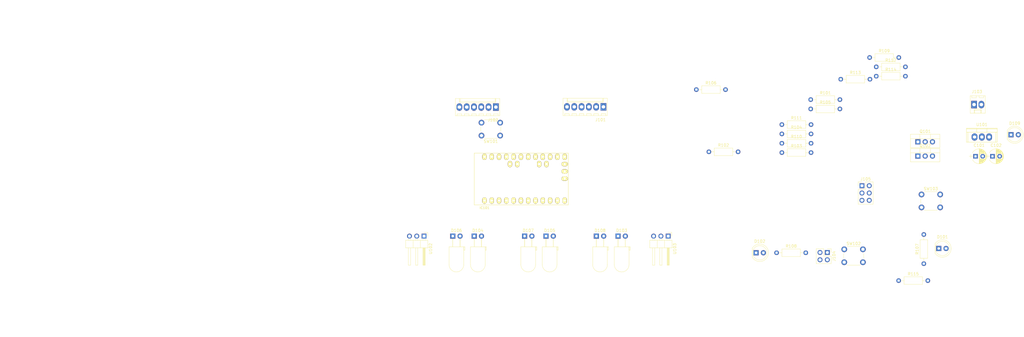
<source format=kicad_pcb>
(kicad_pcb (version 20171130) (host pcbnew "(5.0.2)-1")

  (general
    (thickness 1.6)
    (drawings 52)
    (tracks 0)
    (zones 0)
    (modules 40)
    (nets 44)
  )

  (page A4)
  (layers
    (0 F.Cu signal)
    (31 B.Cu signal)
    (32 B.Adhes user)
    (33 F.Adhes user)
    (34 B.Paste user)
    (35 F.Paste user)
    (36 B.SilkS user)
    (37 F.SilkS user)
    (38 B.Mask user)
    (39 F.Mask user)
    (40 Dwgs.User user)
    (41 Cmts.User user)
    (42 Eco1.User user)
    (43 Eco2.User user)
    (44 Edge.Cuts user)
    (45 Margin user)
    (46 B.CrtYd user)
    (47 F.CrtYd user)
    (48 B.Fab user)
    (49 F.Fab user)
  )

  (setup
    (last_trace_width 0.25)
    (trace_clearance 0.2)
    (zone_clearance 0.508)
    (zone_45_only no)
    (trace_min 0.2)
    (segment_width 0.2)
    (edge_width 0.15)
    (via_size 0.8)
    (via_drill 0.4)
    (via_min_size 0.4)
    (via_min_drill 0.3)
    (uvia_size 0.3)
    (uvia_drill 0.1)
    (uvias_allowed no)
    (uvia_min_size 0.2)
    (uvia_min_drill 0.1)
    (pcb_text_width 0.3)
    (pcb_text_size 1.5 1.5)
    (mod_edge_width 0.15)
    (mod_text_size 1 1)
    (mod_text_width 0.15)
    (pad_size 1.8 1.8)
    (pad_drill 0.9)
    (pad_to_mask_clearance 0.051)
    (solder_mask_min_width 0.25)
    (aux_axis_origin 0 0)
    (visible_elements 7FFFFFFF)
    (pcbplotparams
      (layerselection 0x010fc_ffffffff)
      (usegerberextensions false)
      (usegerberattributes false)
      (usegerberadvancedattributes false)
      (creategerberjobfile false)
      (excludeedgelayer true)
      (linewidth 0.100000)
      (plotframeref false)
      (viasonmask false)
      (mode 1)
      (useauxorigin false)
      (hpglpennumber 1)
      (hpglpenspeed 20)
      (hpglpendiameter 15.000000)
      (psnegative false)
      (psa4output false)
      (plotreference true)
      (plotvalue true)
      (plotinvisibletext false)
      (padsonsilk false)
      (subtractmaskfromsilk false)
      (outputformat 1)
      (mirror false)
      (drillshape 1)
      (scaleselection 1)
      (outputdirectory ""))
  )

  (net 0 "")
  (net 1 /AlimArduino)
  (net 2 GND)
  (net 3 /5V)
  (net 4 "Net-(D101-Pad2)")
  (net 5 "Net-(D102-Pad2)")
  (net 6 "Net-(D103-Pad1)")
  (net 7 "Net-(D103-Pad2)")
  (net 8 "Net-(D104-Pad2)")
  (net 9 "Net-(D105-Pad2)")
  (net 10 /distanceSensor3)
  (net 11 /distanceSensor2)
  (net 12 /distanceSensor1)
  (net 13 /Button1)
  (net 14 /TX)
  (net 15 /RX)
  (net 16 /Reset)
  (net 17 /CoderLeftA)
  (net 18 /CoderRightA)
  (net 19 /groundSensorEmitter)
  (net 20 /IN1_HBridge)
  (net 21 /IN3_HBridge)
  (net 22 /CoderLeftB)
  (net 23 /CoderRightB)
  (net 24 /distanceSensorEmitter)
  (net 25 /IN2_HBridge)
  (net 26 /IN4_HBridge)
  (net 27 /TOF2_XSHUT_CTRL)
  (net 28 /Led1)
  (net 29 /groundSensor1)
  (net 30 /groundSensor2)
  (net 31 "Net-(IC101-Pad21)")
  (net 32 /TOF_SDA)
  (net 33 /TOF_SCL)
  (net 34 /MotorLeftN)
  (net 35 /MotorLeftP)
  (net 36 /MotorRightP)
  (net 37 /MotorRightN)
  (net 38 /Led2)
  (net 39 /Button2)
  (net 40 "Net-(Q101-Pad1)")
  (net 41 "Net-(Q102-Pad1)")
  (net 42 "Net-(D109-Pad1)")
  (net 43 /TOF2_XSHUT)

  (net_class Default "Ceci est la Netclass par défaut."
    (clearance 0.2)
    (trace_width 0.25)
    (via_dia 0.8)
    (via_drill 0.4)
    (uvia_dia 0.3)
    (uvia_drill 0.1)
    (add_net /5V)
    (add_net /AlimArduino)
    (add_net /Button1)
    (add_net /Button2)
    (add_net /CoderLeftA)
    (add_net /CoderLeftB)
    (add_net /CoderRightA)
    (add_net /CoderRightB)
    (add_net /IN1_HBridge)
    (add_net /IN2_HBridge)
    (add_net /IN3_HBridge)
    (add_net /IN4_HBridge)
    (add_net /Led1)
    (add_net /Led2)
    (add_net /MotorLeftN)
    (add_net /MotorLeftP)
    (add_net /MotorRightN)
    (add_net /MotorRightP)
    (add_net /RX)
    (add_net /Reset)
    (add_net /TOF2_XSHUT)
    (add_net /TOF2_XSHUT_CTRL)
    (add_net /TOF_SCL)
    (add_net /TOF_SDA)
    (add_net /TX)
    (add_net /distanceSensor1)
    (add_net /distanceSensor2)
    (add_net /distanceSensor3)
    (add_net /distanceSensorEmitter)
    (add_net /groundSensor1)
    (add_net /groundSensor2)
    (add_net /groundSensorEmitter)
    (add_net GND)
    (add_net "Net-(D101-Pad2)")
    (add_net "Net-(D102-Pad2)")
    (add_net "Net-(D103-Pad1)")
    (add_net "Net-(D103-Pad2)")
    (add_net "Net-(D104-Pad2)")
    (add_net "Net-(D105-Pad2)")
    (add_net "Net-(D109-Pad1)")
    (add_net "Net-(IC101-Pad21)")
    (add_net "Net-(Q101-Pad1)")
    (add_net "Net-(Q102-Pad1)")
  )

  (module Capacitors_THT:CP_Radial_D5.0mm_P2.50mm (layer F.Cu) (tedit 597BC7C2) (tstamp 5C2BFF0F)
    (at 372 72.2)
    (descr "CP, Radial series, Radial, pin pitch=2.50mm, , diameter=5mm, Electrolytic Capacitor")
    (tags "CP Radial series Radial pin pitch 2.50mm  diameter 5mm Electrolytic Capacitor")
    (path /5C685591)
    (fp_text reference C101 (at 1.25 -3.81) (layer F.SilkS)
      (effects (font (size 1 1) (thickness 0.15)))
    )
    (fp_text value 100n (at 1.25 3.81) (layer F.Fab)
      (effects (font (size 1 1) (thickness 0.15)))
    )
    (fp_arc (start 1.25 0) (end -1.05558 -1.18) (angle 125.8) (layer F.SilkS) (width 0.12))
    (fp_arc (start 1.25 0) (end -1.05558 1.18) (angle -125.8) (layer F.SilkS) (width 0.12))
    (fp_arc (start 1.25 0) (end 3.55558 -1.18) (angle 54.2) (layer F.SilkS) (width 0.12))
    (fp_circle (center 1.25 0) (end 3.75 0) (layer F.Fab) (width 0.1))
    (fp_line (start -2.2 0) (end -1 0) (layer F.Fab) (width 0.1))
    (fp_line (start -1.6 -0.65) (end -1.6 0.65) (layer F.Fab) (width 0.1))
    (fp_line (start 1.25 -2.55) (end 1.25 2.55) (layer F.SilkS) (width 0.12))
    (fp_line (start 1.29 -2.55) (end 1.29 2.55) (layer F.SilkS) (width 0.12))
    (fp_line (start 1.33 -2.549) (end 1.33 2.549) (layer F.SilkS) (width 0.12))
    (fp_line (start 1.37 -2.548) (end 1.37 2.548) (layer F.SilkS) (width 0.12))
    (fp_line (start 1.41 -2.546) (end 1.41 2.546) (layer F.SilkS) (width 0.12))
    (fp_line (start 1.45 -2.543) (end 1.45 2.543) (layer F.SilkS) (width 0.12))
    (fp_line (start 1.49 -2.539) (end 1.49 2.539) (layer F.SilkS) (width 0.12))
    (fp_line (start 1.53 -2.535) (end 1.53 -0.98) (layer F.SilkS) (width 0.12))
    (fp_line (start 1.53 0.98) (end 1.53 2.535) (layer F.SilkS) (width 0.12))
    (fp_line (start 1.57 -2.531) (end 1.57 -0.98) (layer F.SilkS) (width 0.12))
    (fp_line (start 1.57 0.98) (end 1.57 2.531) (layer F.SilkS) (width 0.12))
    (fp_line (start 1.61 -2.525) (end 1.61 -0.98) (layer F.SilkS) (width 0.12))
    (fp_line (start 1.61 0.98) (end 1.61 2.525) (layer F.SilkS) (width 0.12))
    (fp_line (start 1.65 -2.519) (end 1.65 -0.98) (layer F.SilkS) (width 0.12))
    (fp_line (start 1.65 0.98) (end 1.65 2.519) (layer F.SilkS) (width 0.12))
    (fp_line (start 1.69 -2.513) (end 1.69 -0.98) (layer F.SilkS) (width 0.12))
    (fp_line (start 1.69 0.98) (end 1.69 2.513) (layer F.SilkS) (width 0.12))
    (fp_line (start 1.73 -2.506) (end 1.73 -0.98) (layer F.SilkS) (width 0.12))
    (fp_line (start 1.73 0.98) (end 1.73 2.506) (layer F.SilkS) (width 0.12))
    (fp_line (start 1.77 -2.498) (end 1.77 -0.98) (layer F.SilkS) (width 0.12))
    (fp_line (start 1.77 0.98) (end 1.77 2.498) (layer F.SilkS) (width 0.12))
    (fp_line (start 1.81 -2.489) (end 1.81 -0.98) (layer F.SilkS) (width 0.12))
    (fp_line (start 1.81 0.98) (end 1.81 2.489) (layer F.SilkS) (width 0.12))
    (fp_line (start 1.85 -2.48) (end 1.85 -0.98) (layer F.SilkS) (width 0.12))
    (fp_line (start 1.85 0.98) (end 1.85 2.48) (layer F.SilkS) (width 0.12))
    (fp_line (start 1.89 -2.47) (end 1.89 -0.98) (layer F.SilkS) (width 0.12))
    (fp_line (start 1.89 0.98) (end 1.89 2.47) (layer F.SilkS) (width 0.12))
    (fp_line (start 1.93 -2.46) (end 1.93 -0.98) (layer F.SilkS) (width 0.12))
    (fp_line (start 1.93 0.98) (end 1.93 2.46) (layer F.SilkS) (width 0.12))
    (fp_line (start 1.971 -2.448) (end 1.971 -0.98) (layer F.SilkS) (width 0.12))
    (fp_line (start 1.971 0.98) (end 1.971 2.448) (layer F.SilkS) (width 0.12))
    (fp_line (start 2.011 -2.436) (end 2.011 -0.98) (layer F.SilkS) (width 0.12))
    (fp_line (start 2.011 0.98) (end 2.011 2.436) (layer F.SilkS) (width 0.12))
    (fp_line (start 2.051 -2.424) (end 2.051 -0.98) (layer F.SilkS) (width 0.12))
    (fp_line (start 2.051 0.98) (end 2.051 2.424) (layer F.SilkS) (width 0.12))
    (fp_line (start 2.091 -2.41) (end 2.091 -0.98) (layer F.SilkS) (width 0.12))
    (fp_line (start 2.091 0.98) (end 2.091 2.41) (layer F.SilkS) (width 0.12))
    (fp_line (start 2.131 -2.396) (end 2.131 -0.98) (layer F.SilkS) (width 0.12))
    (fp_line (start 2.131 0.98) (end 2.131 2.396) (layer F.SilkS) (width 0.12))
    (fp_line (start 2.171 -2.382) (end 2.171 -0.98) (layer F.SilkS) (width 0.12))
    (fp_line (start 2.171 0.98) (end 2.171 2.382) (layer F.SilkS) (width 0.12))
    (fp_line (start 2.211 -2.366) (end 2.211 -0.98) (layer F.SilkS) (width 0.12))
    (fp_line (start 2.211 0.98) (end 2.211 2.366) (layer F.SilkS) (width 0.12))
    (fp_line (start 2.251 -2.35) (end 2.251 -0.98) (layer F.SilkS) (width 0.12))
    (fp_line (start 2.251 0.98) (end 2.251 2.35) (layer F.SilkS) (width 0.12))
    (fp_line (start 2.291 -2.333) (end 2.291 -0.98) (layer F.SilkS) (width 0.12))
    (fp_line (start 2.291 0.98) (end 2.291 2.333) (layer F.SilkS) (width 0.12))
    (fp_line (start 2.331 -2.315) (end 2.331 -0.98) (layer F.SilkS) (width 0.12))
    (fp_line (start 2.331 0.98) (end 2.331 2.315) (layer F.SilkS) (width 0.12))
    (fp_line (start 2.371 -2.296) (end 2.371 -0.98) (layer F.SilkS) (width 0.12))
    (fp_line (start 2.371 0.98) (end 2.371 2.296) (layer F.SilkS) (width 0.12))
    (fp_line (start 2.411 -2.276) (end 2.411 -0.98) (layer F.SilkS) (width 0.12))
    (fp_line (start 2.411 0.98) (end 2.411 2.276) (layer F.SilkS) (width 0.12))
    (fp_line (start 2.451 -2.256) (end 2.451 -0.98) (layer F.SilkS) (width 0.12))
    (fp_line (start 2.451 0.98) (end 2.451 2.256) (layer F.SilkS) (width 0.12))
    (fp_line (start 2.491 -2.234) (end 2.491 -0.98) (layer F.SilkS) (width 0.12))
    (fp_line (start 2.491 0.98) (end 2.491 2.234) (layer F.SilkS) (width 0.12))
    (fp_line (start 2.531 -2.212) (end 2.531 -0.98) (layer F.SilkS) (width 0.12))
    (fp_line (start 2.531 0.98) (end 2.531 2.212) (layer F.SilkS) (width 0.12))
    (fp_line (start 2.571 -2.189) (end 2.571 -0.98) (layer F.SilkS) (width 0.12))
    (fp_line (start 2.571 0.98) (end 2.571 2.189) (layer F.SilkS) (width 0.12))
    (fp_line (start 2.611 -2.165) (end 2.611 -0.98) (layer F.SilkS) (width 0.12))
    (fp_line (start 2.611 0.98) (end 2.611 2.165) (layer F.SilkS) (width 0.12))
    (fp_line (start 2.651 -2.14) (end 2.651 -0.98) (layer F.SilkS) (width 0.12))
    (fp_line (start 2.651 0.98) (end 2.651 2.14) (layer F.SilkS) (width 0.12))
    (fp_line (start 2.691 -2.113) (end 2.691 -0.98) (layer F.SilkS) (width 0.12))
    (fp_line (start 2.691 0.98) (end 2.691 2.113) (layer F.SilkS) (width 0.12))
    (fp_line (start 2.731 -2.086) (end 2.731 -0.98) (layer F.SilkS) (width 0.12))
    (fp_line (start 2.731 0.98) (end 2.731 2.086) (layer F.SilkS) (width 0.12))
    (fp_line (start 2.771 -2.058) (end 2.771 -0.98) (layer F.SilkS) (width 0.12))
    (fp_line (start 2.771 0.98) (end 2.771 2.058) (layer F.SilkS) (width 0.12))
    (fp_line (start 2.811 -2.028) (end 2.811 -0.98) (layer F.SilkS) (width 0.12))
    (fp_line (start 2.811 0.98) (end 2.811 2.028) (layer F.SilkS) (width 0.12))
    (fp_line (start 2.851 -1.997) (end 2.851 -0.98) (layer F.SilkS) (width 0.12))
    (fp_line (start 2.851 0.98) (end 2.851 1.997) (layer F.SilkS) (width 0.12))
    (fp_line (start 2.891 -1.965) (end 2.891 -0.98) (layer F.SilkS) (width 0.12))
    (fp_line (start 2.891 0.98) (end 2.891 1.965) (layer F.SilkS) (width 0.12))
    (fp_line (start 2.931 -1.932) (end 2.931 -0.98) (layer F.SilkS) (width 0.12))
    (fp_line (start 2.931 0.98) (end 2.931 1.932) (layer F.SilkS) (width 0.12))
    (fp_line (start 2.971 -1.897) (end 2.971 -0.98) (layer F.SilkS) (width 0.12))
    (fp_line (start 2.971 0.98) (end 2.971 1.897) (layer F.SilkS) (width 0.12))
    (fp_line (start 3.011 -1.861) (end 3.011 -0.98) (layer F.SilkS) (width 0.12))
    (fp_line (start 3.011 0.98) (end 3.011 1.861) (layer F.SilkS) (width 0.12))
    (fp_line (start 3.051 -1.823) (end 3.051 -0.98) (layer F.SilkS) (width 0.12))
    (fp_line (start 3.051 0.98) (end 3.051 1.823) (layer F.SilkS) (width 0.12))
    (fp_line (start 3.091 -1.783) (end 3.091 -0.98) (layer F.SilkS) (width 0.12))
    (fp_line (start 3.091 0.98) (end 3.091 1.783) (layer F.SilkS) (width 0.12))
    (fp_line (start 3.131 -1.742) (end 3.131 -0.98) (layer F.SilkS) (width 0.12))
    (fp_line (start 3.131 0.98) (end 3.131 1.742) (layer F.SilkS) (width 0.12))
    (fp_line (start 3.171 -1.699) (end 3.171 -0.98) (layer F.SilkS) (width 0.12))
    (fp_line (start 3.171 0.98) (end 3.171 1.699) (layer F.SilkS) (width 0.12))
    (fp_line (start 3.211 -1.654) (end 3.211 -0.98) (layer F.SilkS) (width 0.12))
    (fp_line (start 3.211 0.98) (end 3.211 1.654) (layer F.SilkS) (width 0.12))
    (fp_line (start 3.251 -1.606) (end 3.251 -0.98) (layer F.SilkS) (width 0.12))
    (fp_line (start 3.251 0.98) (end 3.251 1.606) (layer F.SilkS) (width 0.12))
    (fp_line (start 3.291 -1.556) (end 3.291 -0.98) (layer F.SilkS) (width 0.12))
    (fp_line (start 3.291 0.98) (end 3.291 1.556) (layer F.SilkS) (width 0.12))
    (fp_line (start 3.331 -1.504) (end 3.331 -0.98) (layer F.SilkS) (width 0.12))
    (fp_line (start 3.331 0.98) (end 3.331 1.504) (layer F.SilkS) (width 0.12))
    (fp_line (start 3.371 -1.448) (end 3.371 -0.98) (layer F.SilkS) (width 0.12))
    (fp_line (start 3.371 0.98) (end 3.371 1.448) (layer F.SilkS) (width 0.12))
    (fp_line (start 3.411 -1.39) (end 3.411 -0.98) (layer F.SilkS) (width 0.12))
    (fp_line (start 3.411 0.98) (end 3.411 1.39) (layer F.SilkS) (width 0.12))
    (fp_line (start 3.451 -1.327) (end 3.451 -0.98) (layer F.SilkS) (width 0.12))
    (fp_line (start 3.451 0.98) (end 3.451 1.327) (layer F.SilkS) (width 0.12))
    (fp_line (start 3.491 -1.261) (end 3.491 1.261) (layer F.SilkS) (width 0.12))
    (fp_line (start 3.531 -1.189) (end 3.531 1.189) (layer F.SilkS) (width 0.12))
    (fp_line (start 3.571 -1.112) (end 3.571 1.112) (layer F.SilkS) (width 0.12))
    (fp_line (start 3.611 -1.028) (end 3.611 1.028) (layer F.SilkS) (width 0.12))
    (fp_line (start 3.651 -0.934) (end 3.651 0.934) (layer F.SilkS) (width 0.12))
    (fp_line (start 3.691 -0.829) (end 3.691 0.829) (layer F.SilkS) (width 0.12))
    (fp_line (start 3.731 -0.707) (end 3.731 0.707) (layer F.SilkS) (width 0.12))
    (fp_line (start 3.771 -0.559) (end 3.771 0.559) (layer F.SilkS) (width 0.12))
    (fp_line (start 3.811 -0.354) (end 3.811 0.354) (layer F.SilkS) (width 0.12))
    (fp_line (start -2.2 0) (end -1 0) (layer F.SilkS) (width 0.12))
    (fp_line (start -1.6 -0.65) (end -1.6 0.65) (layer F.SilkS) (width 0.12))
    (fp_line (start -1.6 -2.85) (end -1.6 2.85) (layer F.CrtYd) (width 0.05))
    (fp_line (start -1.6 2.85) (end 4.1 2.85) (layer F.CrtYd) (width 0.05))
    (fp_line (start 4.1 2.85) (end 4.1 -2.85) (layer F.CrtYd) (width 0.05))
    (fp_line (start 4.1 -2.85) (end -1.6 -2.85) (layer F.CrtYd) (width 0.05))
    (fp_text user %R (at 1.25 0) (layer F.Fab)
      (effects (font (size 1 1) (thickness 0.15)))
    )
    (pad 1 thru_hole rect (at 0 0) (size 1.6 1.6) (drill 0.8) (layers *.Cu *.Mask)
      (net 1 /AlimArduino))
    (pad 2 thru_hole circle (at 2.5 0) (size 1.6 1.6) (drill 0.8) (layers *.Cu *.Mask)
      (net 2 GND))
    (model ${KISYS3DMOD}/Capacitors_THT.3dshapes/CP_Radial_D5.0mm_P2.50mm.wrl
      (at (xyz 0 0 0))
      (scale (xyz 1 1 1))
      (rotate (xyz 0 0 0))
    )
  )

  (module Capacitors_THT:CP_Radial_D5.0mm_P2.50mm (layer F.Cu) (tedit 597BC7C2) (tstamp 5C2BFF94)
    (at 377.9 72.2)
    (descr "CP, Radial series, Radial, pin pitch=2.50mm, , diameter=5mm, Electrolytic Capacitor")
    (tags "CP Radial series Radial pin pitch 2.50mm  diameter 5mm Electrolytic Capacitor")
    (path /5C68551F)
    (fp_text reference C102 (at 1.25 -3.81) (layer F.SilkS)
      (effects (font (size 1 1) (thickness 0.15)))
    )
    (fp_text value 100n (at 1.25 3.81) (layer F.Fab)
      (effects (font (size 1 1) (thickness 0.15)))
    )
    (fp_text user %R (at 1.25 0) (layer F.Fab)
      (effects (font (size 1 1) (thickness 0.15)))
    )
    (fp_line (start 4.1 -2.85) (end -1.6 -2.85) (layer F.CrtYd) (width 0.05))
    (fp_line (start 4.1 2.85) (end 4.1 -2.85) (layer F.CrtYd) (width 0.05))
    (fp_line (start -1.6 2.85) (end 4.1 2.85) (layer F.CrtYd) (width 0.05))
    (fp_line (start -1.6 -2.85) (end -1.6 2.85) (layer F.CrtYd) (width 0.05))
    (fp_line (start -1.6 -0.65) (end -1.6 0.65) (layer F.SilkS) (width 0.12))
    (fp_line (start -2.2 0) (end -1 0) (layer F.SilkS) (width 0.12))
    (fp_line (start 3.811 -0.354) (end 3.811 0.354) (layer F.SilkS) (width 0.12))
    (fp_line (start 3.771 -0.559) (end 3.771 0.559) (layer F.SilkS) (width 0.12))
    (fp_line (start 3.731 -0.707) (end 3.731 0.707) (layer F.SilkS) (width 0.12))
    (fp_line (start 3.691 -0.829) (end 3.691 0.829) (layer F.SilkS) (width 0.12))
    (fp_line (start 3.651 -0.934) (end 3.651 0.934) (layer F.SilkS) (width 0.12))
    (fp_line (start 3.611 -1.028) (end 3.611 1.028) (layer F.SilkS) (width 0.12))
    (fp_line (start 3.571 -1.112) (end 3.571 1.112) (layer F.SilkS) (width 0.12))
    (fp_line (start 3.531 -1.189) (end 3.531 1.189) (layer F.SilkS) (width 0.12))
    (fp_line (start 3.491 -1.261) (end 3.491 1.261) (layer F.SilkS) (width 0.12))
    (fp_line (start 3.451 0.98) (end 3.451 1.327) (layer F.SilkS) (width 0.12))
    (fp_line (start 3.451 -1.327) (end 3.451 -0.98) (layer F.SilkS) (width 0.12))
    (fp_line (start 3.411 0.98) (end 3.411 1.39) (layer F.SilkS) (width 0.12))
    (fp_line (start 3.411 -1.39) (end 3.411 -0.98) (layer F.SilkS) (width 0.12))
    (fp_line (start 3.371 0.98) (end 3.371 1.448) (layer F.SilkS) (width 0.12))
    (fp_line (start 3.371 -1.448) (end 3.371 -0.98) (layer F.SilkS) (width 0.12))
    (fp_line (start 3.331 0.98) (end 3.331 1.504) (layer F.SilkS) (width 0.12))
    (fp_line (start 3.331 -1.504) (end 3.331 -0.98) (layer F.SilkS) (width 0.12))
    (fp_line (start 3.291 0.98) (end 3.291 1.556) (layer F.SilkS) (width 0.12))
    (fp_line (start 3.291 -1.556) (end 3.291 -0.98) (layer F.SilkS) (width 0.12))
    (fp_line (start 3.251 0.98) (end 3.251 1.606) (layer F.SilkS) (width 0.12))
    (fp_line (start 3.251 -1.606) (end 3.251 -0.98) (layer F.SilkS) (width 0.12))
    (fp_line (start 3.211 0.98) (end 3.211 1.654) (layer F.SilkS) (width 0.12))
    (fp_line (start 3.211 -1.654) (end 3.211 -0.98) (layer F.SilkS) (width 0.12))
    (fp_line (start 3.171 0.98) (end 3.171 1.699) (layer F.SilkS) (width 0.12))
    (fp_line (start 3.171 -1.699) (end 3.171 -0.98) (layer F.SilkS) (width 0.12))
    (fp_line (start 3.131 0.98) (end 3.131 1.742) (layer F.SilkS) (width 0.12))
    (fp_line (start 3.131 -1.742) (end 3.131 -0.98) (layer F.SilkS) (width 0.12))
    (fp_line (start 3.091 0.98) (end 3.091 1.783) (layer F.SilkS) (width 0.12))
    (fp_line (start 3.091 -1.783) (end 3.091 -0.98) (layer F.SilkS) (width 0.12))
    (fp_line (start 3.051 0.98) (end 3.051 1.823) (layer F.SilkS) (width 0.12))
    (fp_line (start 3.051 -1.823) (end 3.051 -0.98) (layer F.SilkS) (width 0.12))
    (fp_line (start 3.011 0.98) (end 3.011 1.861) (layer F.SilkS) (width 0.12))
    (fp_line (start 3.011 -1.861) (end 3.011 -0.98) (layer F.SilkS) (width 0.12))
    (fp_line (start 2.971 0.98) (end 2.971 1.897) (layer F.SilkS) (width 0.12))
    (fp_line (start 2.971 -1.897) (end 2.971 -0.98) (layer F.SilkS) (width 0.12))
    (fp_line (start 2.931 0.98) (end 2.931 1.932) (layer F.SilkS) (width 0.12))
    (fp_line (start 2.931 -1.932) (end 2.931 -0.98) (layer F.SilkS) (width 0.12))
    (fp_line (start 2.891 0.98) (end 2.891 1.965) (layer F.SilkS) (width 0.12))
    (fp_line (start 2.891 -1.965) (end 2.891 -0.98) (layer F.SilkS) (width 0.12))
    (fp_line (start 2.851 0.98) (end 2.851 1.997) (layer F.SilkS) (width 0.12))
    (fp_line (start 2.851 -1.997) (end 2.851 -0.98) (layer F.SilkS) (width 0.12))
    (fp_line (start 2.811 0.98) (end 2.811 2.028) (layer F.SilkS) (width 0.12))
    (fp_line (start 2.811 -2.028) (end 2.811 -0.98) (layer F.SilkS) (width 0.12))
    (fp_line (start 2.771 0.98) (end 2.771 2.058) (layer F.SilkS) (width 0.12))
    (fp_line (start 2.771 -2.058) (end 2.771 -0.98) (layer F.SilkS) (width 0.12))
    (fp_line (start 2.731 0.98) (end 2.731 2.086) (layer F.SilkS) (width 0.12))
    (fp_line (start 2.731 -2.086) (end 2.731 -0.98) (layer F.SilkS) (width 0.12))
    (fp_line (start 2.691 0.98) (end 2.691 2.113) (layer F.SilkS) (width 0.12))
    (fp_line (start 2.691 -2.113) (end 2.691 -0.98) (layer F.SilkS) (width 0.12))
    (fp_line (start 2.651 0.98) (end 2.651 2.14) (layer F.SilkS) (width 0.12))
    (fp_line (start 2.651 -2.14) (end 2.651 -0.98) (layer F.SilkS) (width 0.12))
    (fp_line (start 2.611 0.98) (end 2.611 2.165) (layer F.SilkS) (width 0.12))
    (fp_line (start 2.611 -2.165) (end 2.611 -0.98) (layer F.SilkS) (width 0.12))
    (fp_line (start 2.571 0.98) (end 2.571 2.189) (layer F.SilkS) (width 0.12))
    (fp_line (start 2.571 -2.189) (end 2.571 -0.98) (layer F.SilkS) (width 0.12))
    (fp_line (start 2.531 0.98) (end 2.531 2.212) (layer F.SilkS) (width 0.12))
    (fp_line (start 2.531 -2.212) (end 2.531 -0.98) (layer F.SilkS) (width 0.12))
    (fp_line (start 2.491 0.98) (end 2.491 2.234) (layer F.SilkS) (width 0.12))
    (fp_line (start 2.491 -2.234) (end 2.491 -0.98) (layer F.SilkS) (width 0.12))
    (fp_line (start 2.451 0.98) (end 2.451 2.256) (layer F.SilkS) (width 0.12))
    (fp_line (start 2.451 -2.256) (end 2.451 -0.98) (layer F.SilkS) (width 0.12))
    (fp_line (start 2.411 0.98) (end 2.411 2.276) (layer F.SilkS) (width 0.12))
    (fp_line (start 2.411 -2.276) (end 2.411 -0.98) (layer F.SilkS) (width 0.12))
    (fp_line (start 2.371 0.98) (end 2.371 2.296) (layer F.SilkS) (width 0.12))
    (fp_line (start 2.371 -2.296) (end 2.371 -0.98) (layer F.SilkS) (width 0.12))
    (fp_line (start 2.331 0.98) (end 2.331 2.315) (layer F.SilkS) (width 0.12))
    (fp_line (start 2.331 -2.315) (end 2.331 -0.98) (layer F.SilkS) (width 0.12))
    (fp_line (start 2.291 0.98) (end 2.291 2.333) (layer F.SilkS) (width 0.12))
    (fp_line (start 2.291 -2.333) (end 2.291 -0.98) (layer F.SilkS) (width 0.12))
    (fp_line (start 2.251 0.98) (end 2.251 2.35) (layer F.SilkS) (width 0.12))
    (fp_line (start 2.251 -2.35) (end 2.251 -0.98) (layer F.SilkS) (width 0.12))
    (fp_line (start 2.211 0.98) (end 2.211 2.366) (layer F.SilkS) (width 0.12))
    (fp_line (start 2.211 -2.366) (end 2.211 -0.98) (layer F.SilkS) (width 0.12))
    (fp_line (start 2.171 0.98) (end 2.171 2.382) (layer F.SilkS) (width 0.12))
    (fp_line (start 2.171 -2.382) (end 2.171 -0.98) (layer F.SilkS) (width 0.12))
    (fp_line (start 2.131 0.98) (end 2.131 2.396) (layer F.SilkS) (width 0.12))
    (fp_line (start 2.131 -2.396) (end 2.131 -0.98) (layer F.SilkS) (width 0.12))
    (fp_line (start 2.091 0.98) (end 2.091 2.41) (layer F.SilkS) (width 0.12))
    (fp_line (start 2.091 -2.41) (end 2.091 -0.98) (layer F.SilkS) (width 0.12))
    (fp_line (start 2.051 0.98) (end 2.051 2.424) (layer F.SilkS) (width 0.12))
    (fp_line (start 2.051 -2.424) (end 2.051 -0.98) (layer F.SilkS) (width 0.12))
    (fp_line (start 2.011 0.98) (end 2.011 2.436) (layer F.SilkS) (width 0.12))
    (fp_line (start 2.011 -2.436) (end 2.011 -0.98) (layer F.SilkS) (width 0.12))
    (fp_line (start 1.971 0.98) (end 1.971 2.448) (layer F.SilkS) (width 0.12))
    (fp_line (start 1.971 -2.448) (end 1.971 -0.98) (layer F.SilkS) (width 0.12))
    (fp_line (start 1.93 0.98) (end 1.93 2.46) (layer F.SilkS) (width 0.12))
    (fp_line (start 1.93 -2.46) (end 1.93 -0.98) (layer F.SilkS) (width 0.12))
    (fp_line (start 1.89 0.98) (end 1.89 2.47) (layer F.SilkS) (width 0.12))
    (fp_line (start 1.89 -2.47) (end 1.89 -0.98) (layer F.SilkS) (width 0.12))
    (fp_line (start 1.85 0.98) (end 1.85 2.48) (layer F.SilkS) (width 0.12))
    (fp_line (start 1.85 -2.48) (end 1.85 -0.98) (layer F.SilkS) (width 0.12))
    (fp_line (start 1.81 0.98) (end 1.81 2.489) (layer F.SilkS) (width 0.12))
    (fp_line (start 1.81 -2.489) (end 1.81 -0.98) (layer F.SilkS) (width 0.12))
    (fp_line (start 1.77 0.98) (end 1.77 2.498) (layer F.SilkS) (width 0.12))
    (fp_line (start 1.77 -2.498) (end 1.77 -0.98) (layer F.SilkS) (width 0.12))
    (fp_line (start 1.73 0.98) (end 1.73 2.506) (layer F.SilkS) (width 0.12))
    (fp_line (start 1.73 -2.506) (end 1.73 -0.98) (layer F.SilkS) (width 0.12))
    (fp_line (start 1.69 0.98) (end 1.69 2.513) (layer F.SilkS) (width 0.12))
    (fp_line (start 1.69 -2.513) (end 1.69 -0.98) (layer F.SilkS) (width 0.12))
    (fp_line (start 1.65 0.98) (end 1.65 2.519) (layer F.SilkS) (width 0.12))
    (fp_line (start 1.65 -2.519) (end 1.65 -0.98) (layer F.SilkS) (width 0.12))
    (fp_line (start 1.61 0.98) (end 1.61 2.525) (layer F.SilkS) (width 0.12))
    (fp_line (start 1.61 -2.525) (end 1.61 -0.98) (layer F.SilkS) (width 0.12))
    (fp_line (start 1.57 0.98) (end 1.57 2.531) (layer F.SilkS) (width 0.12))
    (fp_line (start 1.57 -2.531) (end 1.57 -0.98) (layer F.SilkS) (width 0.12))
    (fp_line (start 1.53 0.98) (end 1.53 2.535) (layer F.SilkS) (width 0.12))
    (fp_line (start 1.53 -2.535) (end 1.53 -0.98) (layer F.SilkS) (width 0.12))
    (fp_line (start 1.49 -2.539) (end 1.49 2.539) (layer F.SilkS) (width 0.12))
    (fp_line (start 1.45 -2.543) (end 1.45 2.543) (layer F.SilkS) (width 0.12))
    (fp_line (start 1.41 -2.546) (end 1.41 2.546) (layer F.SilkS) (width 0.12))
    (fp_line (start 1.37 -2.548) (end 1.37 2.548) (layer F.SilkS) (width 0.12))
    (fp_line (start 1.33 -2.549) (end 1.33 2.549) (layer F.SilkS) (width 0.12))
    (fp_line (start 1.29 -2.55) (end 1.29 2.55) (layer F.SilkS) (width 0.12))
    (fp_line (start 1.25 -2.55) (end 1.25 2.55) (layer F.SilkS) (width 0.12))
    (fp_line (start -1.6 -0.65) (end -1.6 0.65) (layer F.Fab) (width 0.1))
    (fp_line (start -2.2 0) (end -1 0) (layer F.Fab) (width 0.1))
    (fp_circle (center 1.25 0) (end 3.75 0) (layer F.Fab) (width 0.1))
    (fp_arc (start 1.25 0) (end 3.55558 -1.18) (angle 54.2) (layer F.SilkS) (width 0.12))
    (fp_arc (start 1.25 0) (end -1.05558 1.18) (angle -125.8) (layer F.SilkS) (width 0.12))
    (fp_arc (start 1.25 0) (end -1.05558 -1.18) (angle 125.8) (layer F.SilkS) (width 0.12))
    (pad 2 thru_hole circle (at 2.5 0) (size 1.6 1.6) (drill 0.8) (layers *.Cu *.Mask)
      (net 2 GND))
    (pad 1 thru_hole rect (at 0 0) (size 1.6 1.6) (drill 0.8) (layers *.Cu *.Mask)
      (net 3 /5V))
    (model ${KISYS3DMOD}/Capacitors_THT.3dshapes/CP_Radial_D5.0mm_P2.50mm.wrl
      (at (xyz 0 0 0))
      (scale (xyz 1 1 1))
      (rotate (xyz 0 0 0))
    )
  )

  (module LEDs:LED_D5.0mm_FlatTop (layer F.Cu) (tedit 5880A862) (tstamp 5C2BFFA5)
    (at 359.2 104.3)
    (descr "LED, Round, FlatTop, diameter 5.0mm, 2 pins, http://www.kingbright.com/attachments/file/psearch/000/00/00/L-483GDT(Ver.15B).pdf")
    (tags "LED Round FlatTop diameter 5.0mm 2 pins")
    (path /5C2FEF7E)
    (fp_text reference D101 (at 1.27 -4.01) (layer F.SilkS)
      (effects (font (size 1 1) (thickness 0.15)))
    )
    (fp_text value LED (at 1.27 4.01) (layer F.Fab)
      (effects (font (size 1 1) (thickness 0.15)))
    )
    (fp_arc (start 1.27 0) (end -1.23 -1.566046) (angle 295.9) (layer F.Fab) (width 0.1))
    (fp_arc (start 1.27 0) (end -1.29 -1.639512) (angle 147.4) (layer F.SilkS) (width 0.12))
    (fp_arc (start 1.27 0) (end -1.29 1.639512) (angle -147.4) (layer F.SilkS) (width 0.12))
    (fp_circle (center 1.27 0) (end 3.77 0) (layer F.Fab) (width 0.1))
    (fp_circle (center 1.27 0) (end 3.77 0) (layer F.SilkS) (width 0.12))
    (fp_line (start -1.23 -1.566046) (end -1.23 1.566046) (layer F.Fab) (width 0.1))
    (fp_line (start -1.29 -1.64) (end -1.29 1.64) (layer F.SilkS) (width 0.12))
    (fp_line (start -2 -3.3) (end -2 3.3) (layer F.CrtYd) (width 0.05))
    (fp_line (start -2 3.3) (end 4.55 3.3) (layer F.CrtYd) (width 0.05))
    (fp_line (start 4.55 3.3) (end 4.55 -3.3) (layer F.CrtYd) (width 0.05))
    (fp_line (start 4.55 -3.3) (end -2 -3.3) (layer F.CrtYd) (width 0.05))
    (pad 1 thru_hole rect (at 0 0) (size 1.8 1.8) (drill 0.9) (layers *.Cu *.Mask)
      (net 2 GND))
    (pad 2 thru_hole circle (at 2.54 0) (size 1.8 1.8) (drill 0.9) (layers *.Cu *.Mask)
      (net 4 "Net-(D101-Pad2)"))
    (model ${KISYS3DMOD}/LEDs.3dshapes/LED_D5.0mm_FlatTop.wrl
      (at (xyz 0 0 0))
      (scale (xyz 0.393701 0.393701 0.393701))
      (rotate (xyz 0 0 0))
    )
  )

  (module LEDs:LED_D5.0mm_FlatTop (layer F.Cu) (tedit 5880A862) (tstamp 5C2BFFB6)
    (at 295.6 105.8)
    (descr "LED, Round, FlatTop, diameter 5.0mm, 2 pins, http://www.kingbright.com/attachments/file/psearch/000/00/00/L-483GDT(Ver.15B).pdf")
    (tags "LED Round FlatTop diameter 5.0mm 2 pins")
    (path /5C2FEFEA)
    (fp_text reference D102 (at 1.27 -4.01) (layer F.SilkS)
      (effects (font (size 1 1) (thickness 0.15)))
    )
    (fp_text value LED (at 1.27 4.01) (layer F.Fab)
      (effects (font (size 1 1) (thickness 0.15)))
    )
    (fp_line (start 4.55 -3.3) (end -2 -3.3) (layer F.CrtYd) (width 0.05))
    (fp_line (start 4.55 3.3) (end 4.55 -3.3) (layer F.CrtYd) (width 0.05))
    (fp_line (start -2 3.3) (end 4.55 3.3) (layer F.CrtYd) (width 0.05))
    (fp_line (start -2 -3.3) (end -2 3.3) (layer F.CrtYd) (width 0.05))
    (fp_line (start -1.29 -1.64) (end -1.29 1.64) (layer F.SilkS) (width 0.12))
    (fp_line (start -1.23 -1.566046) (end -1.23 1.566046) (layer F.Fab) (width 0.1))
    (fp_circle (center 1.27 0) (end 3.77 0) (layer F.SilkS) (width 0.12))
    (fp_circle (center 1.27 0) (end 3.77 0) (layer F.Fab) (width 0.1))
    (fp_arc (start 1.27 0) (end -1.29 1.639512) (angle -147.4) (layer F.SilkS) (width 0.12))
    (fp_arc (start 1.27 0) (end -1.29 -1.639512) (angle 147.4) (layer F.SilkS) (width 0.12))
    (fp_arc (start 1.27 0) (end -1.23 -1.566046) (angle 295.9) (layer F.Fab) (width 0.1))
    (pad 2 thru_hole circle (at 2.54 0) (size 1.8 1.8) (drill 0.9) (layers *.Cu *.Mask)
      (net 5 "Net-(D102-Pad2)"))
    (pad 1 thru_hole rect (at 0 0) (size 1.8 1.8) (drill 0.9) (layers *.Cu *.Mask)
      (net 2 GND))
    (model ${KISYS3DMOD}/LEDs.3dshapes/LED_D5.0mm_FlatTop.wrl
      (at (xyz 0 0 0))
      (scale (xyz 0.393701 0.393701 0.393701))
      (rotate (xyz 0 0 0))
    )
  )

  (module LEDs:LED_D5.0mm_Horizontal_O3.81mm_Z3.0mm (layer F.Cu) (tedit 5880A863) (tstamp 5C2BFFE0)
    (at 247.54 100)
    (descr "LED, diameter 5.0mm z-position of LED center 3.0mm, 2 pins, diameter 5.0mm z-position of LED center 3.0mm, 2 pins")
    (tags "LED diameter 5.0mm z-position of LED center 3.0mm 2 pins diameter 5.0mm z-position of LED center 3.0mm 2 pins")
    (path /5C31FA4F)
    (fp_text reference D103 (at 1.27 -1.96) (layer F.SilkS)
      (effects (font (size 1 1) (thickness 0.15)))
    )
    (fp_text value LED (at 1.27 13.47) (layer F.Fab)
      (effects (font (size 1 1) (thickness 0.15)))
    )
    (fp_arc (start 1.27 9.91) (end -1.23 9.91) (angle -180) (layer F.Fab) (width 0.1))
    (fp_arc (start 1.27 9.91) (end -1.29 9.91) (angle -180) (layer F.SilkS) (width 0.12))
    (fp_line (start -1.23 3.81) (end -1.23 9.91) (layer F.Fab) (width 0.1))
    (fp_line (start 3.77 3.81) (end 3.77 9.91) (layer F.Fab) (width 0.1))
    (fp_line (start -1.23 3.81) (end 3.77 3.81) (layer F.Fab) (width 0.1))
    (fp_line (start 4.17 3.81) (end 4.17 4.81) (layer F.Fab) (width 0.1))
    (fp_line (start 4.17 4.81) (end 3.77 4.81) (layer F.Fab) (width 0.1))
    (fp_line (start 3.77 4.81) (end 3.77 3.81) (layer F.Fab) (width 0.1))
    (fp_line (start 3.77 3.81) (end 4.17 3.81) (layer F.Fab) (width 0.1))
    (fp_line (start 0 0) (end 0 3.81) (layer F.Fab) (width 0.1))
    (fp_line (start 0 3.81) (end 0 3.81) (layer F.Fab) (width 0.1))
    (fp_line (start 0 3.81) (end 0 0) (layer F.Fab) (width 0.1))
    (fp_line (start 0 0) (end 0 0) (layer F.Fab) (width 0.1))
    (fp_line (start 2.54 0) (end 2.54 3.81) (layer F.Fab) (width 0.1))
    (fp_line (start 2.54 3.81) (end 2.54 3.81) (layer F.Fab) (width 0.1))
    (fp_line (start 2.54 3.81) (end 2.54 0) (layer F.Fab) (width 0.1))
    (fp_line (start 2.54 0) (end 2.54 0) (layer F.Fab) (width 0.1))
    (fp_line (start -1.29 3.75) (end -1.29 9.91) (layer F.SilkS) (width 0.12))
    (fp_line (start 3.83 3.75) (end 3.83 9.91) (layer F.SilkS) (width 0.12))
    (fp_line (start -1.29 3.75) (end 3.83 3.75) (layer F.SilkS) (width 0.12))
    (fp_line (start 4.23 3.75) (end 4.23 4.87) (layer F.SilkS) (width 0.12))
    (fp_line (start 4.23 4.87) (end 3.83 4.87) (layer F.SilkS) (width 0.12))
    (fp_line (start 3.83 4.87) (end 3.83 3.75) (layer F.SilkS) (width 0.12))
    (fp_line (start 3.83 3.75) (end 4.23 3.75) (layer F.SilkS) (width 0.12))
    (fp_line (start 0 1.08) (end 0 3.75) (layer F.SilkS) (width 0.12))
    (fp_line (start 0 3.75) (end 0 3.75) (layer F.SilkS) (width 0.12))
    (fp_line (start 0 3.75) (end 0 1.08) (layer F.SilkS) (width 0.12))
    (fp_line (start 0 1.08) (end 0 1.08) (layer F.SilkS) (width 0.12))
    (fp_line (start 2.54 1.08) (end 2.54 3.75) (layer F.SilkS) (width 0.12))
    (fp_line (start 2.54 3.75) (end 2.54 3.75) (layer F.SilkS) (width 0.12))
    (fp_line (start 2.54 3.75) (end 2.54 1.08) (layer F.SilkS) (width 0.12))
    (fp_line (start 2.54 1.08) (end 2.54 1.08) (layer F.SilkS) (width 0.12))
    (fp_line (start -1.95 -1.25) (end -1.95 12.75) (layer F.CrtYd) (width 0.05))
    (fp_line (start -1.95 12.75) (end 4.5 12.75) (layer F.CrtYd) (width 0.05))
    (fp_line (start 4.5 12.75) (end 4.5 -1.25) (layer F.CrtYd) (width 0.05))
    (fp_line (start 4.5 -1.25) (end -1.95 -1.25) (layer F.CrtYd) (width 0.05))
    (pad 1 thru_hole rect (at 0 0) (size 1.8 1.8) (drill 0.9) (layers *.Cu *.Mask)
      (net 6 "Net-(D103-Pad1)"))
    (pad 2 thru_hole circle (at 2.54 0) (size 1.8 1.8) (drill 0.9) (layers *.Cu *.Mask)
      (net 7 "Net-(D103-Pad2)"))
    (model ${KISYS3DMOD}/LEDs.3dshapes/LED_D5.0mm_Horizontal_O3.81mm_Z3.0mm.wrl
      (at (xyz 0 0 0))
      (scale (xyz 0.393701 0.393701 0.393701))
      (rotate (xyz 0 0 0))
    )
  )

  (module LEDs:LED_D5.0mm_Horizontal_O3.81mm_Z3.0mm (layer F.Cu) (tedit 5880A863) (tstamp 5C2C000A)
    (at 197.46 100)
    (descr "LED, diameter 5.0mm z-position of LED center 3.0mm, 2 pins, diameter 5.0mm z-position of LED center 3.0mm, 2 pins")
    (tags "LED diameter 5.0mm z-position of LED center 3.0mm 2 pins diameter 5.0mm z-position of LED center 3.0mm 2 pins")
    (path /5C31FB0E)
    (fp_text reference D104 (at 1.27 -1.96) (layer F.SilkS)
      (effects (font (size 1 1) (thickness 0.15)))
    )
    (fp_text value LED (at 1.27 13.47) (layer F.Fab)
      (effects (font (size 1 1) (thickness 0.15)))
    )
    (fp_line (start 4.5 -1.25) (end -1.95 -1.25) (layer F.CrtYd) (width 0.05))
    (fp_line (start 4.5 12.75) (end 4.5 -1.25) (layer F.CrtYd) (width 0.05))
    (fp_line (start -1.95 12.75) (end 4.5 12.75) (layer F.CrtYd) (width 0.05))
    (fp_line (start -1.95 -1.25) (end -1.95 12.75) (layer F.CrtYd) (width 0.05))
    (fp_line (start 2.54 1.08) (end 2.54 1.08) (layer F.SilkS) (width 0.12))
    (fp_line (start 2.54 3.75) (end 2.54 1.08) (layer F.SilkS) (width 0.12))
    (fp_line (start 2.54 3.75) (end 2.54 3.75) (layer F.SilkS) (width 0.12))
    (fp_line (start 2.54 1.08) (end 2.54 3.75) (layer F.SilkS) (width 0.12))
    (fp_line (start 0 1.08) (end 0 1.08) (layer F.SilkS) (width 0.12))
    (fp_line (start 0 3.75) (end 0 1.08) (layer F.SilkS) (width 0.12))
    (fp_line (start 0 3.75) (end 0 3.75) (layer F.SilkS) (width 0.12))
    (fp_line (start 0 1.08) (end 0 3.75) (layer F.SilkS) (width 0.12))
    (fp_line (start 3.83 3.75) (end 4.23 3.75) (layer F.SilkS) (width 0.12))
    (fp_line (start 3.83 4.87) (end 3.83 3.75) (layer F.SilkS) (width 0.12))
    (fp_line (start 4.23 4.87) (end 3.83 4.87) (layer F.SilkS) (width 0.12))
    (fp_line (start 4.23 3.75) (end 4.23 4.87) (layer F.SilkS) (width 0.12))
    (fp_line (start -1.29 3.75) (end 3.83 3.75) (layer F.SilkS) (width 0.12))
    (fp_line (start 3.83 3.75) (end 3.83 9.91) (layer F.SilkS) (width 0.12))
    (fp_line (start -1.29 3.75) (end -1.29 9.91) (layer F.SilkS) (width 0.12))
    (fp_line (start 2.54 0) (end 2.54 0) (layer F.Fab) (width 0.1))
    (fp_line (start 2.54 3.81) (end 2.54 0) (layer F.Fab) (width 0.1))
    (fp_line (start 2.54 3.81) (end 2.54 3.81) (layer F.Fab) (width 0.1))
    (fp_line (start 2.54 0) (end 2.54 3.81) (layer F.Fab) (width 0.1))
    (fp_line (start 0 0) (end 0 0) (layer F.Fab) (width 0.1))
    (fp_line (start 0 3.81) (end 0 0) (layer F.Fab) (width 0.1))
    (fp_line (start 0 3.81) (end 0 3.81) (layer F.Fab) (width 0.1))
    (fp_line (start 0 0) (end 0 3.81) (layer F.Fab) (width 0.1))
    (fp_line (start 3.77 3.81) (end 4.17 3.81) (layer F.Fab) (width 0.1))
    (fp_line (start 3.77 4.81) (end 3.77 3.81) (layer F.Fab) (width 0.1))
    (fp_line (start 4.17 4.81) (end 3.77 4.81) (layer F.Fab) (width 0.1))
    (fp_line (start 4.17 3.81) (end 4.17 4.81) (layer F.Fab) (width 0.1))
    (fp_line (start -1.23 3.81) (end 3.77 3.81) (layer F.Fab) (width 0.1))
    (fp_line (start 3.77 3.81) (end 3.77 9.91) (layer F.Fab) (width 0.1))
    (fp_line (start -1.23 3.81) (end -1.23 9.91) (layer F.Fab) (width 0.1))
    (fp_arc (start 1.27 9.91) (end -1.29 9.91) (angle -180) (layer F.SilkS) (width 0.12))
    (fp_arc (start 1.27 9.91) (end -1.23 9.91) (angle -180) (layer F.Fab) (width 0.1))
    (pad 2 thru_hole circle (at 2.54 0) (size 1.8 1.8) (drill 0.9) (layers *.Cu *.Mask)
      (net 8 "Net-(D104-Pad2)"))
    (pad 1 thru_hole rect (at 0 0) (size 1.8 1.8) (drill 0.9) (layers *.Cu *.Mask)
      (net 6 "Net-(D103-Pad1)"))
    (model ${KISYS3DMOD}/LEDs.3dshapes/LED_D5.0mm_Horizontal_O3.81mm_Z3.0mm.wrl
      (at (xyz 0 0 0))
      (scale (xyz 0.393701 0.393701 0.393701))
      (rotate (xyz 0 0 0))
    )
  )

  (module LEDs:LED_D5.0mm_Horizontal_O3.81mm_Z3.0mm (layer F.Cu) (tedit 5880A863) (tstamp 5C2C0034)
    (at 222.46 100)
    (descr "LED, diameter 5.0mm z-position of LED center 3.0mm, 2 pins, diameter 5.0mm z-position of LED center 3.0mm, 2 pins")
    (tags "LED diameter 5.0mm z-position of LED center 3.0mm 2 pins diameter 5.0mm z-position of LED center 3.0mm 2 pins")
    (path /5C31FB62)
    (fp_text reference D105 (at 1.27 -1.96) (layer F.SilkS)
      (effects (font (size 1 1) (thickness 0.15)))
    )
    (fp_text value LED (at 1.27 13.47) (layer F.Fab)
      (effects (font (size 1 1) (thickness 0.15)))
    )
    (fp_arc (start 1.27 9.91) (end -1.23 9.91) (angle -180) (layer F.Fab) (width 0.1))
    (fp_arc (start 1.27 9.91) (end -1.29 9.91) (angle -180) (layer F.SilkS) (width 0.12))
    (fp_line (start -1.23 3.81) (end -1.23 9.91) (layer F.Fab) (width 0.1))
    (fp_line (start 3.77 3.81) (end 3.77 9.91) (layer F.Fab) (width 0.1))
    (fp_line (start -1.23 3.81) (end 3.77 3.81) (layer F.Fab) (width 0.1))
    (fp_line (start 4.17 3.81) (end 4.17 4.81) (layer F.Fab) (width 0.1))
    (fp_line (start 4.17 4.81) (end 3.77 4.81) (layer F.Fab) (width 0.1))
    (fp_line (start 3.77 4.81) (end 3.77 3.81) (layer F.Fab) (width 0.1))
    (fp_line (start 3.77 3.81) (end 4.17 3.81) (layer F.Fab) (width 0.1))
    (fp_line (start 0 0) (end 0 3.81) (layer F.Fab) (width 0.1))
    (fp_line (start 0 3.81) (end 0 3.81) (layer F.Fab) (width 0.1))
    (fp_line (start 0 3.81) (end 0 0) (layer F.Fab) (width 0.1))
    (fp_line (start 0 0) (end 0 0) (layer F.Fab) (width 0.1))
    (fp_line (start 2.54 0) (end 2.54 3.81) (layer F.Fab) (width 0.1))
    (fp_line (start 2.54 3.81) (end 2.54 3.81) (layer F.Fab) (width 0.1))
    (fp_line (start 2.54 3.81) (end 2.54 0) (layer F.Fab) (width 0.1))
    (fp_line (start 2.54 0) (end 2.54 0) (layer F.Fab) (width 0.1))
    (fp_line (start -1.29 3.75) (end -1.29 9.91) (layer F.SilkS) (width 0.12))
    (fp_line (start 3.83 3.75) (end 3.83 9.91) (layer F.SilkS) (width 0.12))
    (fp_line (start -1.29 3.75) (end 3.83 3.75) (layer F.SilkS) (width 0.12))
    (fp_line (start 4.23 3.75) (end 4.23 4.87) (layer F.SilkS) (width 0.12))
    (fp_line (start 4.23 4.87) (end 3.83 4.87) (layer F.SilkS) (width 0.12))
    (fp_line (start 3.83 4.87) (end 3.83 3.75) (layer F.SilkS) (width 0.12))
    (fp_line (start 3.83 3.75) (end 4.23 3.75) (layer F.SilkS) (width 0.12))
    (fp_line (start 0 1.08) (end 0 3.75) (layer F.SilkS) (width 0.12))
    (fp_line (start 0 3.75) (end 0 3.75) (layer F.SilkS) (width 0.12))
    (fp_line (start 0 3.75) (end 0 1.08) (layer F.SilkS) (width 0.12))
    (fp_line (start 0 1.08) (end 0 1.08) (layer F.SilkS) (width 0.12))
    (fp_line (start 2.54 1.08) (end 2.54 3.75) (layer F.SilkS) (width 0.12))
    (fp_line (start 2.54 3.75) (end 2.54 3.75) (layer F.SilkS) (width 0.12))
    (fp_line (start 2.54 3.75) (end 2.54 1.08) (layer F.SilkS) (width 0.12))
    (fp_line (start 2.54 1.08) (end 2.54 1.08) (layer F.SilkS) (width 0.12))
    (fp_line (start -1.95 -1.25) (end -1.95 12.75) (layer F.CrtYd) (width 0.05))
    (fp_line (start -1.95 12.75) (end 4.5 12.75) (layer F.CrtYd) (width 0.05))
    (fp_line (start 4.5 12.75) (end 4.5 -1.25) (layer F.CrtYd) (width 0.05))
    (fp_line (start 4.5 -1.25) (end -1.95 -1.25) (layer F.CrtYd) (width 0.05))
    (pad 1 thru_hole rect (at 0 0) (size 1.8 1.8) (drill 0.9) (layers *.Cu *.Mask)
      (net 6 "Net-(D103-Pad1)"))
    (pad 2 thru_hole circle (at 2.54 0) (size 1.8 1.8) (drill 0.9) (layers *.Cu *.Mask)
      (net 9 "Net-(D105-Pad2)"))
    (model ${KISYS3DMOD}/LEDs.3dshapes/LED_D5.0mm_Horizontal_O3.81mm_Z3.0mm.wrl
      (at (xyz 0 0 0))
      (scale (xyz 0.393701 0.393701 0.393701))
      (rotate (xyz 0 0 0))
    )
  )

  (module LEDs:LED_D5.0mm_Horizontal_O3.81mm_Z3.0mm (layer F.Cu) (tedit 5880A863) (tstamp 5C2C005E)
    (at 190 100)
    (descr "LED, diameter 5.0mm z-position of LED center 3.0mm, 2 pins, diameter 5.0mm z-position of LED center 3.0mm, 2 pins")
    (tags "LED diameter 5.0mm z-position of LED center 3.0mm 2 pins diameter 5.0mm z-position of LED center 3.0mm 2 pins")
    (path /5C31A439)
    (fp_text reference D106 (at 1.27 -1.96) (layer F.SilkS)
      (effects (font (size 1 1) (thickness 0.15)))
    )
    (fp_text value D_Photo (at 1.27 13.47) (layer F.Fab)
      (effects (font (size 1 1) (thickness 0.15)))
    )
    (fp_line (start 4.5 -1.25) (end -1.95 -1.25) (layer F.CrtYd) (width 0.05))
    (fp_line (start 4.5 12.75) (end 4.5 -1.25) (layer F.CrtYd) (width 0.05))
    (fp_line (start -1.95 12.75) (end 4.5 12.75) (layer F.CrtYd) (width 0.05))
    (fp_line (start -1.95 -1.25) (end -1.95 12.75) (layer F.CrtYd) (width 0.05))
    (fp_line (start 2.54 1.08) (end 2.54 1.08) (layer F.SilkS) (width 0.12))
    (fp_line (start 2.54 3.75) (end 2.54 1.08) (layer F.SilkS) (width 0.12))
    (fp_line (start 2.54 3.75) (end 2.54 3.75) (layer F.SilkS) (width 0.12))
    (fp_line (start 2.54 1.08) (end 2.54 3.75) (layer F.SilkS) (width 0.12))
    (fp_line (start 0 1.08) (end 0 1.08) (layer F.SilkS) (width 0.12))
    (fp_line (start 0 3.75) (end 0 1.08) (layer F.SilkS) (width 0.12))
    (fp_line (start 0 3.75) (end 0 3.75) (layer F.SilkS) (width 0.12))
    (fp_line (start 0 1.08) (end 0 3.75) (layer F.SilkS) (width 0.12))
    (fp_line (start 3.83 3.75) (end 4.23 3.75) (layer F.SilkS) (width 0.12))
    (fp_line (start 3.83 4.87) (end 3.83 3.75) (layer F.SilkS) (width 0.12))
    (fp_line (start 4.23 4.87) (end 3.83 4.87) (layer F.SilkS) (width 0.12))
    (fp_line (start 4.23 3.75) (end 4.23 4.87) (layer F.SilkS) (width 0.12))
    (fp_line (start -1.29 3.75) (end 3.83 3.75) (layer F.SilkS) (width 0.12))
    (fp_line (start 3.83 3.75) (end 3.83 9.91) (layer F.SilkS) (width 0.12))
    (fp_line (start -1.29 3.75) (end -1.29 9.91) (layer F.SilkS) (width 0.12))
    (fp_line (start 2.54 0) (end 2.54 0) (layer F.Fab) (width 0.1))
    (fp_line (start 2.54 3.81) (end 2.54 0) (layer F.Fab) (width 0.1))
    (fp_line (start 2.54 3.81) (end 2.54 3.81) (layer F.Fab) (width 0.1))
    (fp_line (start 2.54 0) (end 2.54 3.81) (layer F.Fab) (width 0.1))
    (fp_line (start 0 0) (end 0 0) (layer F.Fab) (width 0.1))
    (fp_line (start 0 3.81) (end 0 0) (layer F.Fab) (width 0.1))
    (fp_line (start 0 3.81) (end 0 3.81) (layer F.Fab) (width 0.1))
    (fp_line (start 0 0) (end 0 3.81) (layer F.Fab) (width 0.1))
    (fp_line (start 3.77 3.81) (end 4.17 3.81) (layer F.Fab) (width 0.1))
    (fp_line (start 3.77 4.81) (end 3.77 3.81) (layer F.Fab) (width 0.1))
    (fp_line (start 4.17 4.81) (end 3.77 4.81) (layer F.Fab) (width 0.1))
    (fp_line (start 4.17 3.81) (end 4.17 4.81) (layer F.Fab) (width 0.1))
    (fp_line (start -1.23 3.81) (end 3.77 3.81) (layer F.Fab) (width 0.1))
    (fp_line (start 3.77 3.81) (end 3.77 9.91) (layer F.Fab) (width 0.1))
    (fp_line (start -1.23 3.81) (end -1.23 9.91) (layer F.Fab) (width 0.1))
    (fp_arc (start 1.27 9.91) (end -1.29 9.91) (angle -180) (layer F.SilkS) (width 0.12))
    (fp_arc (start 1.27 9.91) (end -1.23 9.91) (angle -180) (layer F.Fab) (width 0.1))
    (pad 2 thru_hole circle (at 2.54 0) (size 1.8 1.8) (drill 0.9) (layers *.Cu *.Mask)
      (net 2 GND))
    (pad 1 thru_hole rect (at 0 0) (size 1.8 1.8) (drill 0.9) (layers *.Cu *.Mask)
      (net 10 /distanceSensor3))
    (model ${KISYS3DMOD}/LEDs.3dshapes/LED_D5.0mm_Horizontal_O3.81mm_Z3.0mm.wrl
      (at (xyz 0 0 0))
      (scale (xyz 0.393701 0.393701 0.393701))
      (rotate (xyz 0 0 0))
    )
  )

  (module LEDs:LED_D5.0mm_Horizontal_O3.81mm_Z3.0mm (layer F.Cu) (tedit 5880A863) (tstamp 5C2C0088)
    (at 215 100)
    (descr "LED, diameter 5.0mm z-position of LED center 3.0mm, 2 pins, diameter 5.0mm z-position of LED center 3.0mm, 2 pins")
    (tags "LED diameter 5.0mm z-position of LED center 3.0mm 2 pins diameter 5.0mm z-position of LED center 3.0mm 2 pins")
    (path /5C31A4C9)
    (fp_text reference D107 (at 1.27 -1.96) (layer F.SilkS)
      (effects (font (size 1 1) (thickness 0.15)))
    )
    (fp_text value D_Photo (at 1.27 13.47) (layer F.Fab)
      (effects (font (size 1 1) (thickness 0.15)))
    )
    (fp_arc (start 1.27 9.91) (end -1.23 9.91) (angle -180) (layer F.Fab) (width 0.1))
    (fp_arc (start 1.27 9.91) (end -1.29 9.91) (angle -180) (layer F.SilkS) (width 0.12))
    (fp_line (start -1.23 3.81) (end -1.23 9.91) (layer F.Fab) (width 0.1))
    (fp_line (start 3.77 3.81) (end 3.77 9.91) (layer F.Fab) (width 0.1))
    (fp_line (start -1.23 3.81) (end 3.77 3.81) (layer F.Fab) (width 0.1))
    (fp_line (start 4.17 3.81) (end 4.17 4.81) (layer F.Fab) (width 0.1))
    (fp_line (start 4.17 4.81) (end 3.77 4.81) (layer F.Fab) (width 0.1))
    (fp_line (start 3.77 4.81) (end 3.77 3.81) (layer F.Fab) (width 0.1))
    (fp_line (start 3.77 3.81) (end 4.17 3.81) (layer F.Fab) (width 0.1))
    (fp_line (start 0 0) (end 0 3.81) (layer F.Fab) (width 0.1))
    (fp_line (start 0 3.81) (end 0 3.81) (layer F.Fab) (width 0.1))
    (fp_line (start 0 3.81) (end 0 0) (layer F.Fab) (width 0.1))
    (fp_line (start 0 0) (end 0 0) (layer F.Fab) (width 0.1))
    (fp_line (start 2.54 0) (end 2.54 3.81) (layer F.Fab) (width 0.1))
    (fp_line (start 2.54 3.81) (end 2.54 3.81) (layer F.Fab) (width 0.1))
    (fp_line (start 2.54 3.81) (end 2.54 0) (layer F.Fab) (width 0.1))
    (fp_line (start 2.54 0) (end 2.54 0) (layer F.Fab) (width 0.1))
    (fp_line (start -1.29 3.75) (end -1.29 9.91) (layer F.SilkS) (width 0.12))
    (fp_line (start 3.83 3.75) (end 3.83 9.91) (layer F.SilkS) (width 0.12))
    (fp_line (start -1.29 3.75) (end 3.83 3.75) (layer F.SilkS) (width 0.12))
    (fp_line (start 4.23 3.75) (end 4.23 4.87) (layer F.SilkS) (width 0.12))
    (fp_line (start 4.23 4.87) (end 3.83 4.87) (layer F.SilkS) (width 0.12))
    (fp_line (start 3.83 4.87) (end 3.83 3.75) (layer F.SilkS) (width 0.12))
    (fp_line (start 3.83 3.75) (end 4.23 3.75) (layer F.SilkS) (width 0.12))
    (fp_line (start 0 1.08) (end 0 3.75) (layer F.SilkS) (width 0.12))
    (fp_line (start 0 3.75) (end 0 3.75) (layer F.SilkS) (width 0.12))
    (fp_line (start 0 3.75) (end 0 1.08) (layer F.SilkS) (width 0.12))
    (fp_line (start 0 1.08) (end 0 1.08) (layer F.SilkS) (width 0.12))
    (fp_line (start 2.54 1.08) (end 2.54 3.75) (layer F.SilkS) (width 0.12))
    (fp_line (start 2.54 3.75) (end 2.54 3.75) (layer F.SilkS) (width 0.12))
    (fp_line (start 2.54 3.75) (end 2.54 1.08) (layer F.SilkS) (width 0.12))
    (fp_line (start 2.54 1.08) (end 2.54 1.08) (layer F.SilkS) (width 0.12))
    (fp_line (start -1.95 -1.25) (end -1.95 12.75) (layer F.CrtYd) (width 0.05))
    (fp_line (start -1.95 12.75) (end 4.5 12.75) (layer F.CrtYd) (width 0.05))
    (fp_line (start 4.5 12.75) (end 4.5 -1.25) (layer F.CrtYd) (width 0.05))
    (fp_line (start 4.5 -1.25) (end -1.95 -1.25) (layer F.CrtYd) (width 0.05))
    (pad 1 thru_hole rect (at 0 0) (size 1.8 1.8) (drill 0.9) (layers *.Cu *.Mask)
      (net 11 /distanceSensor2))
    (pad 2 thru_hole circle (at 2.54 0) (size 1.8 1.8) (drill 0.9) (layers *.Cu *.Mask)
      (net 2 GND))
    (model ${KISYS3DMOD}/LEDs.3dshapes/LED_D5.0mm_Horizontal_O3.81mm_Z3.0mm.wrl
      (at (xyz 0 0 0))
      (scale (xyz 0.393701 0.393701 0.393701))
      (rotate (xyz 0 0 0))
    )
  )

  (module LEDs:LED_D5.0mm_Horizontal_O3.81mm_Z3.0mm (layer F.Cu) (tedit 5880A863) (tstamp 5C2C00B2)
    (at 240 100)
    (descr "LED, diameter 5.0mm z-position of LED center 3.0mm, 2 pins, diameter 5.0mm z-position of LED center 3.0mm, 2 pins")
    (tags "LED diameter 5.0mm z-position of LED center 3.0mm 2 pins diameter 5.0mm z-position of LED center 3.0mm 2 pins")
    (path /5C31A65F)
    (fp_text reference D108 (at 1.27 -1.96) (layer F.SilkS)
      (effects (font (size 1 1) (thickness 0.15)))
    )
    (fp_text value D_Photo (at 1.27 13.47) (layer F.Fab)
      (effects (font (size 1 1) (thickness 0.15)))
    )
    (fp_line (start 4.5 -1.25) (end -1.95 -1.25) (layer F.CrtYd) (width 0.05))
    (fp_line (start 4.5 12.75) (end 4.5 -1.25) (layer F.CrtYd) (width 0.05))
    (fp_line (start -1.95 12.75) (end 4.5 12.75) (layer F.CrtYd) (width 0.05))
    (fp_line (start -1.95 -1.25) (end -1.95 12.75) (layer F.CrtYd) (width 0.05))
    (fp_line (start 2.54 1.08) (end 2.54 1.08) (layer F.SilkS) (width 0.12))
    (fp_line (start 2.54 3.75) (end 2.54 1.08) (layer F.SilkS) (width 0.12))
    (fp_line (start 2.54 3.75) (end 2.54 3.75) (layer F.SilkS) (width 0.12))
    (fp_line (start 2.54 1.08) (end 2.54 3.75) (layer F.SilkS) (width 0.12))
    (fp_line (start 0 1.08) (end 0 1.08) (layer F.SilkS) (width 0.12))
    (fp_line (start 0 3.75) (end 0 1.08) (layer F.SilkS) (width 0.12))
    (fp_line (start 0 3.75) (end 0 3.75) (layer F.SilkS) (width 0.12))
    (fp_line (start 0 1.08) (end 0 3.75) (layer F.SilkS) (width 0.12))
    (fp_line (start 3.83 3.75) (end 4.23 3.75) (layer F.SilkS) (width 0.12))
    (fp_line (start 3.83 4.87) (end 3.83 3.75) (layer F.SilkS) (width 0.12))
    (fp_line (start 4.23 4.87) (end 3.83 4.87) (layer F.SilkS) (width 0.12))
    (fp_line (start 4.23 3.75) (end 4.23 4.87) (layer F.SilkS) (width 0.12))
    (fp_line (start -1.29 3.75) (end 3.83 3.75) (layer F.SilkS) (width 0.12))
    (fp_line (start 3.83 3.75) (end 3.83 9.91) (layer F.SilkS) (width 0.12))
    (fp_line (start -1.29 3.75) (end -1.29 9.91) (layer F.SilkS) (width 0.12))
    (fp_line (start 2.54 0) (end 2.54 0) (layer F.Fab) (width 0.1))
    (fp_line (start 2.54 3.81) (end 2.54 0) (layer F.Fab) (width 0.1))
    (fp_line (start 2.54 3.81) (end 2.54 3.81) (layer F.Fab) (width 0.1))
    (fp_line (start 2.54 0) (end 2.54 3.81) (layer F.Fab) (width 0.1))
    (fp_line (start 0 0) (end 0 0) (layer F.Fab) (width 0.1))
    (fp_line (start 0 3.81) (end 0 0) (layer F.Fab) (width 0.1))
    (fp_line (start 0 3.81) (end 0 3.81) (layer F.Fab) (width 0.1))
    (fp_line (start 0 0) (end 0 3.81) (layer F.Fab) (width 0.1))
    (fp_line (start 3.77 3.81) (end 4.17 3.81) (layer F.Fab) (width 0.1))
    (fp_line (start 3.77 4.81) (end 3.77 3.81) (layer F.Fab) (width 0.1))
    (fp_line (start 4.17 4.81) (end 3.77 4.81) (layer F.Fab) (width 0.1))
    (fp_line (start 4.17 3.81) (end 4.17 4.81) (layer F.Fab) (width 0.1))
    (fp_line (start -1.23 3.81) (end 3.77 3.81) (layer F.Fab) (width 0.1))
    (fp_line (start 3.77 3.81) (end 3.77 9.91) (layer F.Fab) (width 0.1))
    (fp_line (start -1.23 3.81) (end -1.23 9.91) (layer F.Fab) (width 0.1))
    (fp_arc (start 1.27 9.91) (end -1.29 9.91) (angle -180) (layer F.SilkS) (width 0.12))
    (fp_arc (start 1.27 9.91) (end -1.23 9.91) (angle -180) (layer F.Fab) (width 0.1))
    (pad 2 thru_hole circle (at 2.54 0) (size 1.8 1.8) (drill 0.9) (layers *.Cu *.Mask)
      (net 2 GND))
    (pad 1 thru_hole rect (at 0 0) (size 1.8 1.8) (drill 0.9) (layers *.Cu *.Mask)
      (net 12 /distanceSensor1))
    (model ${KISYS3DMOD}/LEDs.3dshapes/LED_D5.0mm_Horizontal_O3.81mm_Z3.0mm.wrl
      (at (xyz 0 0 0))
      (scale (xyz 0.393701 0.393701 0.393701))
      (rotate (xyz 0 0 0))
    )
  )

  (module lib:pro_mini (layer F.Cu) (tedit 55A3E6CB) (tstamp 5C2C00D9)
    (at 215 80)
    (descr "IC, ARDUINO_PRO_MINI x 0,6\"")
    (tags "DIL ARDUINO PRO MINI")
    (path /5C241451)
    (fp_text reference IC101 (at -13.97 10.16) (layer F.SilkS)
      (effects (font (size 0.8 0.8) (thickness 0.16)))
    )
    (fp_text value ArduinoProMini (at 0 0) (layer F.Fab) hide
      (effects (font (size 0.8 0.8) (thickness 0.16)))
    )
    (fp_line (start 15.24 9.144) (end 15.24 -8.89) (layer F.SilkS) (width 0.15))
    (fp_line (start -17.526 -8.89) (end -17.526 9.144) (layer F.SilkS) (width 0.15))
    (fp_line (start 15.24 9.144) (end -17.526 9.144) (layer F.SilkS) (width 0.15))
    (fp_line (start -17.526 -8.89) (end 15.24 -8.89) (layer F.SilkS) (width 0.15))
    (pad 28 thru_hole oval (at 5.08 -5.08) (size 1.50114 2.19964) (drill 0.8001) (layers *.Cu *.Mask F.SilkS)
      (net 13 /Button1))
    (pad 27 thru_hole oval (at 7.62 -5.08) (size 1.50114 2.19964) (drill 0.8001) (layers *.Cu *.Mask F.SilkS)
      (net 10 /distanceSensor3))
    (pad 1 thru_hole oval (at -13.97 7.62) (size 1.50114 2.19964) (drill 0.8001) (layers *.Cu *.Mask F.SilkS)
      (net 14 /TX))
    (pad 2 thru_hole oval (at -11.43 7.62) (size 1.50114 2.19964) (drill 0.8001) (layers *.Cu *.Mask F.SilkS)
      (net 15 /RX))
    (pad 3 thru_hole oval (at -8.89 7.62) (size 1.50114 2.19964) (drill 0.8001) (layers *.Cu *.Mask F.SilkS)
      (net 16 /Reset))
    (pad 4 thru_hole oval (at -6.35 7.62) (size 1.50114 2.19964) (drill 0.8001) (layers *.Cu *.Mask F.SilkS)
      (net 2 GND))
    (pad 5 thru_hole oval (at -3.81 7.62) (size 1.50114 2.19964) (drill 0.8001) (layers *.Cu *.Mask F.SilkS)
      (net 17 /CoderLeftA))
    (pad 6 thru_hole oval (at -1.27 7.62) (size 1.50114 2.19964) (drill 0.8001) (layers *.Cu *.Mask F.SilkS)
      (net 18 /CoderRightA))
    (pad 7 thru_hole oval (at 1.27 7.62) (size 1.50114 2.19964) (drill 0.8001) (layers *.Cu *.Mask F.SilkS)
      (net 19 /groundSensorEmitter))
    (pad 8 thru_hole oval (at 3.81 7.62) (size 1.50114 2.19964) (drill 0.8001) (layers *.Cu *.Mask F.SilkS)
      (net 20 /IN1_HBridge))
    (pad 9 thru_hole oval (at 6.35 7.62) (size 1.50114 2.19964) (drill 0.8001) (layers *.Cu *.Mask F.SilkS)
      (net 21 /IN3_HBridge))
    (pad 10 thru_hole oval (at 8.89 7.62) (size 1.50114 2.19964) (drill 0.8001) (layers *.Cu *.Mask F.SilkS)
      (net 22 /CoderLeftB))
    (pad 11 thru_hole oval (at 11.43 7.62) (size 1.50114 2.19964) (drill 0.8001) (layers *.Cu *.Mask F.SilkS)
      (net 23 /CoderRightB))
    (pad 12 thru_hole oval (at 13.97 7.62) (size 1.50114 2.19964) (drill 0.8001) (layers *.Cu *.Mask F.SilkS)
      (net 24 /distanceSensorEmitter))
    (pad 13 thru_hole oval (at 13.97 -7.62) (size 1.50114 2.19964) (drill 0.8001) (layers *.Cu *.Mask F.SilkS)
      (net 25 /IN2_HBridge))
    (pad 14 thru_hole oval (at 11.43 -7.62) (size 1.50114 2.19964) (drill 0.8001) (layers *.Cu *.Mask F.SilkS)
      (net 26 /IN4_HBridge))
    (pad 15 thru_hole oval (at 8.89 -7.62) (size 1.50114 2.19964) (drill 0.8001) (layers *.Cu *.Mask F.SilkS)
      (net 27 /TOF2_XSHUT_CTRL))
    (pad 16 thru_hole oval (at 6.35 -7.62) (size 1.50114 2.19964) (drill 0.8001) (layers *.Cu *.Mask F.SilkS)
      (net 28 /Led1))
    (pad 17 thru_hole oval (at 3.81 -7.62) (size 1.50114 2.19964) (drill 0.8001) (layers *.Cu *.Mask F.SilkS)
      (net 29 /groundSensor1))
    (pad 18 thru_hole oval (at 1.27 -7.62) (size 1.50114 2.19964) (drill 0.8001) (layers *.Cu *.Mask F.SilkS)
      (net 30 /groundSensor2))
    (pad 19 thru_hole oval (at -1.27 -7.62) (size 1.50114 2.19964) (drill 0.8001) (layers *.Cu *.Mask F.SilkS)
      (net 12 /distanceSensor1))
    (pad 20 thru_hole oval (at -3.81 -7.62) (size 1.50114 2.19964) (drill 0.8001) (layers *.Cu *.Mask F.SilkS)
      (net 11 /distanceSensor2))
    (pad 21 thru_hole oval (at -6.35 -7.62) (size 1.50114 2.19964) (drill 0.8001) (layers *.Cu *.Mask F.SilkS)
      (net 31 "Net-(IC101-Pad21)"))
    (pad 22 thru_hole oval (at -8.89 -7.62) (size 1.50114 2.19964) (drill 0.8001) (layers *.Cu *.Mask F.SilkS)
      (net 16 /Reset))
    (pad 23 thru_hole oval (at -11.43 -7.62) (size 1.50114 2.19964) (drill 0.8001) (layers *.Cu *.Mask F.SilkS)
      (net 2 GND))
    (pad 24 thru_hole oval (at -13.97 -7.62) (size 1.50114 2.19964) (drill 0.8001) (layers *.Cu *.Mask F.SilkS)
      (net 1 /AlimArduino))
    (pad 25 thru_hole oval (at -2.54 -5.08) (size 1.50114 2.19964) (drill 0.8001) (layers *.Cu *.Mask F.SilkS)
      (net 32 /TOF_SDA))
    (pad 26 thru_hole oval (at -5.08 -5.08) (size 1.50114 2.19964) (drill 0.8001) (layers *.Cu *.Mask F.SilkS)
      (net 33 /TOF_SCL))
    (pad 27 thru_hole oval (at 13.97 -5.08) (size 2.19964 1.50114) (drill 0.8001) (layers *.Cu *.Mask F.SilkS)
      (net 10 /distanceSensor3))
    (pad 28 thru_hole oval (at 13.97 -2.54) (size 2.19964 1.50114) (drill 0.8001) (layers *.Cu *.Mask F.SilkS)
      (net 13 /Button1))
    (pad 29 thru_hole oval (at 13.97 0) (size 2.19964 1.50114) (drill 0.8001) (layers *.Cu *.Mask F.SilkS)
      (net 2 GND))
    (model Socket_Strips.3dshapes/Socket_Strip_Straight_1x02_Pitch2.54mm.wrl
      (offset (xyz -3.809999942779541 5.079999923706055 0))
      (scale (xyz 1 1 1))
      (rotate (xyz 0 0 0))
    )
    (model Socket_Strips.3dshapes/Socket_Strip_Straight_1x03_Pitch2.54mm.wrl
      (offset (xyz 13.96999979019165 2.539999961853027 0))
      (scale (xyz 1 1 1))
      (rotate (xyz 0 0 90))
    )
    (model Socket_Strips.3dshapes/Socket_Strip_Straight_1x12_Pitch2.54mm.wrl
      (offset (xyz 0 7.619999885559082 0))
      (scale (xyz 1 1 1))
      (rotate (xyz 0 0 0))
    )
    (model Socket_Strips.3dshapes/Socket_Strip_Straight_1x12_Pitch2.54mm.wrl
      (offset (xyz 0 -7.619999885559082 0))
      (scale (xyz 1 1 1))
      (rotate (xyz 0 0 0))
    )
    (model Socket_Strips.3dshapes/Socket_Strip_Straight_1x02_Pitch2.54mm.wrl
      (offset (xyz 6.349999904632568 5.079999923706055 0))
      (scale (xyz 1 1 1))
      (rotate (xyz 0 0 0))
    )
    (model ${MYSLOCAL}/mysensors.3dshapes/mysensors_arduino.3dshapes/arduino_pro_mini.wrl
      (offset (xyz -1.269999980926514 0 12.19199981689453))
      (scale (xyz 0.395 0.395 0.395))
      (rotate (xyz 0 0 180))
    )
    (model SMD_Packages.3dshapes/TQFP-32.wrl
      (offset (xyz 1.269999980926514 0 13.01749980449676))
      (scale (xyz 1 1 1))
      (rotate (xyz 0 0 315))
    )
    (model Pin_Headers.3dshapes/Pin_Header_Straight_1x12_Pitch2.54mm.wrl
      (offset (xyz 13.96999979019165 -7.619999885559082 11.30299983024597))
      (scale (xyz 1 1 1))
      (rotate (xyz 0 180 90))
    )
    (model Pin_Headers.3dshapes/Pin_Header_Straight_1x12_Pitch2.54mm.wrl
      (offset (xyz 13.96999979019165 7.619999885559082 11.30299983024597))
      (scale (xyz 1 1 1))
      (rotate (xyz 0 180 90))
    )
    (model Pin_Headers.3dshapes/Pin_Header_Straight_1x03_Pitch2.54mm.wrl
      (offset (xyz 13.96999979019165 5.079999923706055 11.30299983024597))
      (scale (xyz 1 1 1))
      (rotate (xyz 0 180 0))
    )
    (model Pin_Headers.3dshapes/Pin_Header_Straight_1x02_Pitch2.54mm.wrl
      (offset (xyz 7.619999885559082 5.079999923706055 11.30299983024597))
      (scale (xyz 1 1 1))
      (rotate (xyz 0 180 90))
    )
    (model Pin_Headers.3dshapes/Pin_Header_Straight_1x02_Pitch2.54mm.wrl
      (offset (xyz -2.539999961853027 5.079999923706055 11.30299983024597))
      (scale (xyz 1 1 1))
      (rotate (xyz 0 180 90))
    )
    (model ${MYSLOCAL}/mysensors.3dshapes/w.lain.3dshapes/smd_leds/led_0603.wrl
      (offset (xyz -7.619999885559082 0 13.01749980449676))
      (scale (xyz 1 1 1))
      (rotate (xyz 0 0 0))
    )
    (model ${MYSLOCAL}/mysensors.3dshapes/w.lain.3dshapes/smd_leds/led_0603.wrl
      (offset (xyz 13.96999979019165 -4.444999933242798 13.01749980449676))
      (scale (xyz 1 1 1))
      (rotate (xyz 0 0 0))
    )
    (model Pin_Headers.3dshapes/Pin_Header_Angled_1x06_Pitch2.54mm.wrl
      (offset (xyz -16.50999975204468 -6.349999904632568 13.01749980449676))
      (scale (xyz 1 1 1))
      (rotate (xyz 0 0 180))
    )
    (model Resistors_SMD.3dshapes/R_0603.wrl
      (offset (xyz -7.619999885559082 -1.269999980926514 13.01749980449676))
      (scale (xyz 1 1 1))
      (rotate (xyz 0 0 0))
    )
    (model Resistors_SMD.3dshapes/R_0603.wrl
      (offset (xyz 13.96999979019165 -3.174999952316284 13.01749980449676))
      (scale (xyz 1 1 1))
      (rotate (xyz 0 0 0))
    )
    (model Capacitors_SMD.3dshapes/C_0603.wrl
      (offset (xyz -7.619999885559082 1.269999980926514 13.01749980449676))
      (scale (xyz 1 1 1))
      (rotate (xyz 0 0 0))
    )
    (model Capacitors_Tantalum_SMD.3dshapes/CP_Tantalum_Case-S_EIA-3216-12.wrl
      (offset (xyz -8.889999866485596 3.809999942779541 13.01749980449676))
      (scale (xyz 1 1 1))
      (rotate (xyz 0 0 0))
    )
    (model Capacitors_Tantalum_SMD.3dshapes/CP_Tantalum_Case-S_EIA-3216-12.wrl
      (offset (xyz -8.889999866485596 -3.809999942779541 13.01749980449676))
      (scale (xyz 1 1 1))
      (rotate (xyz 0 0 0))
    )
    (model TO_SOT_Packages_SMD.3dshapes/SOT-23-5.wrl
      (offset (xyz -10.15999984741211 0 13.01749980449676))
      (scale (xyz 1 1 1))
      (rotate (xyz 0 0 90))
    )
    (model Capacitors_SMD.3dshapes/C_1210.wrl
      (offset (xyz -12.69999980926514 0 13.01749980449676))
      (scale (xyz 1 1 1))
      (rotate (xyz 0 0 90))
    )
    (model ${MYSLOCAL}/mysensors.3dshapes/w.lain.3dshapes/switch/smd_push.wrl
      (offset (xyz 10.15999984741211 0 13.01749980449676))
      (scale (xyz 1 1 1))
      (rotate (xyz 0 0 90))
    )
  )

  (module Connectors_Molex:Molex_KK-6410-06_06x2.54mm_Straight (layer F.Cu) (tedit 58EE6EEB) (tstamp 5C2C010A)
    (at 242.46 55 180)
    (descr "Connector Headers with Friction Lock, 22-27-2061, http://www.molex.com/pdm_docs/sd/022272021_sd.pdf")
    (tags "connector molex kk_6410 22-27-2061")
    (path /5C2465EA)
    (fp_text reference J101 (at 1 -4.5 180) (layer F.SilkS)
      (effects (font (size 1 1) (thickness 0.15)))
    )
    (fp_text value Conn_01x06_Female (at 6.35 4.5 180) (layer F.Fab)
      (effects (font (size 1 1) (thickness 0.15)))
    )
    (fp_line (start -1.47 -3.12) (end -1.47 3.08) (layer F.Fab) (width 0.12))
    (fp_line (start -1.47 3.08) (end 14.17 3.08) (layer F.Fab) (width 0.12))
    (fp_line (start 14.17 3.08) (end 14.17 -3.12) (layer F.Fab) (width 0.12))
    (fp_line (start 14.17 -3.12) (end -1.47 -3.12) (layer F.Fab) (width 0.12))
    (fp_line (start -1.37 -3.02) (end -1.37 2.98) (layer F.SilkS) (width 0.12))
    (fp_line (start -1.37 2.98) (end 14.07 2.98) (layer F.SilkS) (width 0.12))
    (fp_line (start 14.07 2.98) (end 14.07 -3.02) (layer F.SilkS) (width 0.12))
    (fp_line (start 14.07 -3.02) (end -1.37 -3.02) (layer F.SilkS) (width 0.12))
    (fp_line (start 0 2.98) (end 0 1.98) (layer F.SilkS) (width 0.12))
    (fp_line (start 0 1.98) (end 12.7 1.98) (layer F.SilkS) (width 0.12))
    (fp_line (start 12.7 1.98) (end 12.7 2.98) (layer F.SilkS) (width 0.12))
    (fp_line (start 0 1.98) (end 0.25 1.55) (layer F.SilkS) (width 0.12))
    (fp_line (start 0.25 1.55) (end 12.45 1.55) (layer F.SilkS) (width 0.12))
    (fp_line (start 12.45 1.55) (end 12.7 1.98) (layer F.SilkS) (width 0.12))
    (fp_line (start 0.25 2.98) (end 0.25 1.98) (layer F.SilkS) (width 0.12))
    (fp_line (start 12.45 2.98) (end 12.45 1.98) (layer F.SilkS) (width 0.12))
    (fp_line (start -0.8 -3.02) (end -0.8 -2.4) (layer F.SilkS) (width 0.12))
    (fp_line (start -0.8 -2.4) (end 0.8 -2.4) (layer F.SilkS) (width 0.12))
    (fp_line (start 0.8 -2.4) (end 0.8 -3.02) (layer F.SilkS) (width 0.12))
    (fp_line (start 1.74 -3.02) (end 1.74 -2.4) (layer F.SilkS) (width 0.12))
    (fp_line (start 1.74 -2.4) (end 3.34 -2.4) (layer F.SilkS) (width 0.12))
    (fp_line (start 3.34 -2.4) (end 3.34 -3.02) (layer F.SilkS) (width 0.12))
    (fp_line (start 4.28 -3.02) (end 4.28 -2.4) (layer F.SilkS) (width 0.12))
    (fp_line (start 4.28 -2.4) (end 5.88 -2.4) (layer F.SilkS) (width 0.12))
    (fp_line (start 5.88 -2.4) (end 5.88 -3.02) (layer F.SilkS) (width 0.12))
    (fp_line (start 6.82 -3.02) (end 6.82 -2.4) (layer F.SilkS) (width 0.12))
    (fp_line (start 6.82 -2.4) (end 8.42 -2.4) (layer F.SilkS) (width 0.12))
    (fp_line (start 8.42 -2.4) (end 8.42 -3.02) (layer F.SilkS) (width 0.12))
    (fp_line (start 9.36 -3.02) (end 9.36 -2.4) (layer F.SilkS) (width 0.12))
    (fp_line (start 9.36 -2.4) (end 10.96 -2.4) (layer F.SilkS) (width 0.12))
    (fp_line (start 10.96 -2.4) (end 10.96 -3.02) (layer F.SilkS) (width 0.12))
    (fp_line (start 11.9 -3.02) (end 11.9 -2.4) (layer F.SilkS) (width 0.12))
    (fp_line (start 11.9 -2.4) (end 13.5 -2.4) (layer F.SilkS) (width 0.12))
    (fp_line (start 13.5 -2.4) (end 13.5 -3.02) (layer F.SilkS) (width 0.12))
    (fp_line (start -1.9 3.5) (end -1.9 -3.55) (layer F.CrtYd) (width 0.05))
    (fp_line (start -1.9 -3.55) (end 14.6 -3.55) (layer F.CrtYd) (width 0.05))
    (fp_line (start 14.6 -3.55) (end 14.6 3.5) (layer F.CrtYd) (width 0.05))
    (fp_line (start 14.6 3.5) (end -1.9 3.5) (layer F.CrtYd) (width 0.05))
    (fp_text user %R (at 6.35 0 180) (layer F.Fab)
      (effects (font (size 1 1) (thickness 0.15)))
    )
    (pad 1 thru_hole rect (at 0 0 180) (size 2 2.6) (drill 1.2) (layers *.Cu *.Mask)
      (net 2 GND))
    (pad 2 thru_hole oval (at 2.54 0 180) (size 2 2.6) (drill 1.2) (layers *.Cu *.Mask)
      (net 22 /CoderLeftB))
    (pad 3 thru_hole oval (at 5.08 0 180) (size 2 2.6) (drill 1.2) (layers *.Cu *.Mask)
      (net 17 /CoderLeftA))
    (pad 4 thru_hole oval (at 7.62 0 180) (size 2 2.6) (drill 1.2) (layers *.Cu *.Mask)
      (net 3 /5V))
    (pad 5 thru_hole oval (at 10.16 0 180) (size 2 2.6) (drill 1.2) (layers *.Cu *.Mask)
      (net 34 /MotorLeftN))
    (pad 6 thru_hole oval (at 12.7 0 180) (size 2 2.6) (drill 1.2) (layers *.Cu *.Mask)
      (net 35 /MotorLeftP))
    (model ${KISYS3DMOD}/Connectors_Molex.3dshapes/Molex_KK-6410-06_06x2.54mm_Straight.wrl
      (at (xyz 0 0 0))
      (scale (xyz 1 1 1))
      (rotate (xyz 0 0 0))
    )
  )

  (module Connectors_Molex:Molex_KK-6410-06_06x2.54mm_Straight (layer F.Cu) (tedit 58EE6EEB) (tstamp 5C2C013B)
    (at 205 55.08 180)
    (descr "Connector Headers with Friction Lock, 22-27-2061, http://www.molex.com/pdm_docs/sd/022272021_sd.pdf")
    (tags "connector molex kk_6410 22-27-2061")
    (path /5C24661A)
    (fp_text reference J102 (at 1 -4.5 180) (layer F.SilkS)
      (effects (font (size 1 1) (thickness 0.15)))
    )
    (fp_text value Conn_01x06_Female (at 6.35 4.5 180) (layer F.Fab)
      (effects (font (size 1 1) (thickness 0.15)))
    )
    (fp_text user %R (at 6.35 0 180) (layer F.Fab)
      (effects (font (size 1 1) (thickness 0.15)))
    )
    (fp_line (start 14.6 3.5) (end -1.9 3.5) (layer F.CrtYd) (width 0.05))
    (fp_line (start 14.6 -3.55) (end 14.6 3.5) (layer F.CrtYd) (width 0.05))
    (fp_line (start -1.9 -3.55) (end 14.6 -3.55) (layer F.CrtYd) (width 0.05))
    (fp_line (start -1.9 3.5) (end -1.9 -3.55) (layer F.CrtYd) (width 0.05))
    (fp_line (start 13.5 -2.4) (end 13.5 -3.02) (layer F.SilkS) (width 0.12))
    (fp_line (start 11.9 -2.4) (end 13.5 -2.4) (layer F.SilkS) (width 0.12))
    (fp_line (start 11.9 -3.02) (end 11.9 -2.4) (layer F.SilkS) (width 0.12))
    (fp_line (start 10.96 -2.4) (end 10.96 -3.02) (layer F.SilkS) (width 0.12))
    (fp_line (start 9.36 -2.4) (end 10.96 -2.4) (layer F.SilkS) (width 0.12))
    (fp_line (start 9.36 -3.02) (end 9.36 -2.4) (layer F.SilkS) (width 0.12))
    (fp_line (start 8.42 -2.4) (end 8.42 -3.02) (layer F.SilkS) (width 0.12))
    (fp_line (start 6.82 -2.4) (end 8.42 -2.4) (layer F.SilkS) (width 0.12))
    (fp_line (start 6.82 -3.02) (end 6.82 -2.4) (layer F.SilkS) (width 0.12))
    (fp_line (start 5.88 -2.4) (end 5.88 -3.02) (layer F.SilkS) (width 0.12))
    (fp_line (start 4.28 -2.4) (end 5.88 -2.4) (layer F.SilkS) (width 0.12))
    (fp_line (start 4.28 -3.02) (end 4.28 -2.4) (layer F.SilkS) (width 0.12))
    (fp_line (start 3.34 -2.4) (end 3.34 -3.02) (layer F.SilkS) (width 0.12))
    (fp_line (start 1.74 -2.4) (end 3.34 -2.4) (layer F.SilkS) (width 0.12))
    (fp_line (start 1.74 -3.02) (end 1.74 -2.4) (layer F.SilkS) (width 0.12))
    (fp_line (start 0.8 -2.4) (end 0.8 -3.02) (layer F.SilkS) (width 0.12))
    (fp_line (start -0.8 -2.4) (end 0.8 -2.4) (layer F.SilkS) (width 0.12))
    (fp_line (start -0.8 -3.02) (end -0.8 -2.4) (layer F.SilkS) (width 0.12))
    (fp_line (start 12.45 2.98) (end 12.45 1.98) (layer F.SilkS) (width 0.12))
    (fp_line (start 0.25 2.98) (end 0.25 1.98) (layer F.SilkS) (width 0.12))
    (fp_line (start 12.45 1.55) (end 12.7 1.98) (layer F.SilkS) (width 0.12))
    (fp_line (start 0.25 1.55) (end 12.45 1.55) (layer F.SilkS) (width 0.12))
    (fp_line (start 0 1.98) (end 0.25 1.55) (layer F.SilkS) (width 0.12))
    (fp_line (start 12.7 1.98) (end 12.7 2.98) (layer F.SilkS) (width 0.12))
    (fp_line (start 0 1.98) (end 12.7 1.98) (layer F.SilkS) (width 0.12))
    (fp_line (start 0 2.98) (end 0 1.98) (layer F.SilkS) (width 0.12))
    (fp_line (start 14.07 -3.02) (end -1.37 -3.02) (layer F.SilkS) (width 0.12))
    (fp_line (start 14.07 2.98) (end 14.07 -3.02) (layer F.SilkS) (width 0.12))
    (fp_line (start -1.37 2.98) (end 14.07 2.98) (layer F.SilkS) (width 0.12))
    (fp_line (start -1.37 -3.02) (end -1.37 2.98) (layer F.SilkS) (width 0.12))
    (fp_line (start 14.17 -3.12) (end -1.47 -3.12) (layer F.Fab) (width 0.12))
    (fp_line (start 14.17 3.08) (end 14.17 -3.12) (layer F.Fab) (width 0.12))
    (fp_line (start -1.47 3.08) (end 14.17 3.08) (layer F.Fab) (width 0.12))
    (fp_line (start -1.47 -3.12) (end -1.47 3.08) (layer F.Fab) (width 0.12))
    (pad 6 thru_hole oval (at 12.7 0 180) (size 2 2.6) (drill 1.2) (layers *.Cu *.Mask)
      (net 36 /MotorRightP))
    (pad 5 thru_hole oval (at 10.16 0 180) (size 2 2.6) (drill 1.2) (layers *.Cu *.Mask)
      (net 37 /MotorRightN))
    (pad 4 thru_hole oval (at 7.62 0 180) (size 2 2.6) (drill 1.2) (layers *.Cu *.Mask)
      (net 3 /5V))
    (pad 3 thru_hole oval (at 5.08 0 180) (size 2 2.6) (drill 1.2) (layers *.Cu *.Mask)
      (net 18 /CoderRightA))
    (pad 2 thru_hole oval (at 2.54 0 180) (size 2 2.6) (drill 1.2) (layers *.Cu *.Mask)
      (net 23 /CoderRightB))
    (pad 1 thru_hole rect (at 0 0 180) (size 2 2.6) (drill 1.2) (layers *.Cu *.Mask)
      (net 2 GND))
    (model ${KISYS3DMOD}/Connectors_Molex.3dshapes/Molex_KK-6410-06_06x2.54mm_Straight.wrl
      (at (xyz 0 0 0))
      (scale (xyz 1 1 1))
      (rotate (xyz 0 0 0))
    )
  )

  (module Connectors_Molex:Molex_KK-6410-02_02x2.54mm_Straight (layer F.Cu) (tedit 58EE6EE4) (tstamp 5C2C015C)
    (at 371.5 54.2)
    (descr "Connector Headers with Friction Lock, 22-27-2021, http://www.molex.com/pdm_docs/sd/022272021_sd.pdf")
    (tags "connector molex kk_6410 22-27-2021")
    (path /5C47F120)
    (fp_text reference J103 (at 1 -4.5) (layer F.SilkS)
      (effects (font (size 1 1) (thickness 0.15)))
    )
    (fp_text value Conn_01x02_Female (at 1.27 4.5) (layer F.Fab)
      (effects (font (size 1 1) (thickness 0.15)))
    )
    (fp_text user %R (at 1.27 0) (layer F.Fab)
      (effects (font (size 1 1) (thickness 0.15)))
    )
    (fp_line (start 4.45 3.5) (end -1.9 3.5) (layer F.CrtYd) (width 0.05))
    (fp_line (start 4.45 -3.55) (end 4.45 3.5) (layer F.CrtYd) (width 0.05))
    (fp_line (start -1.9 -3.55) (end 4.45 -3.55) (layer F.CrtYd) (width 0.05))
    (fp_line (start -1.9 3.5) (end -1.9 -3.55) (layer F.CrtYd) (width 0.05))
    (fp_line (start 3.34 -2.4) (end 3.34 -3.02) (layer F.SilkS) (width 0.12))
    (fp_line (start 1.74 -2.4) (end 3.34 -2.4) (layer F.SilkS) (width 0.12))
    (fp_line (start 1.74 -3.02) (end 1.74 -2.4) (layer F.SilkS) (width 0.12))
    (fp_line (start 0.8 -2.4) (end 0.8 -3.02) (layer F.SilkS) (width 0.12))
    (fp_line (start -0.8 -2.4) (end 0.8 -2.4) (layer F.SilkS) (width 0.12))
    (fp_line (start -0.8 -3.02) (end -0.8 -2.4) (layer F.SilkS) (width 0.12))
    (fp_line (start 2.29 2.98) (end 2.29 1.98) (layer F.SilkS) (width 0.12))
    (fp_line (start 0.25 2.98) (end 0.25 1.98) (layer F.SilkS) (width 0.12))
    (fp_line (start 2.29 1.55) (end 2.54 1.98) (layer F.SilkS) (width 0.12))
    (fp_line (start 0.25 1.55) (end 2.29 1.55) (layer F.SilkS) (width 0.12))
    (fp_line (start 0 1.98) (end 0.25 1.55) (layer F.SilkS) (width 0.12))
    (fp_line (start 2.54 1.98) (end 2.54 2.98) (layer F.SilkS) (width 0.12))
    (fp_line (start 0 1.98) (end 2.54 1.98) (layer F.SilkS) (width 0.12))
    (fp_line (start 0 2.98) (end 0 1.98) (layer F.SilkS) (width 0.12))
    (fp_line (start 3.91 -3.02) (end -1.37 -3.02) (layer F.SilkS) (width 0.12))
    (fp_line (start 3.91 2.98) (end 3.91 -3.02) (layer F.SilkS) (width 0.12))
    (fp_line (start -1.37 2.98) (end 3.91 2.98) (layer F.SilkS) (width 0.12))
    (fp_line (start -1.37 -3.02) (end -1.37 2.98) (layer F.SilkS) (width 0.12))
    (fp_line (start 4.01 -3.12) (end -1.47 -3.12) (layer F.Fab) (width 0.12))
    (fp_line (start 4.01 3.08) (end 4.01 -3.12) (layer F.Fab) (width 0.12))
    (fp_line (start -1.47 3.08) (end 4.01 3.08) (layer F.Fab) (width 0.12))
    (fp_line (start -1.47 -3.12) (end -1.47 3.08) (layer F.Fab) (width 0.12))
    (pad 2 thru_hole oval (at 2.54 0) (size 2 2.6) (drill 1.2) (layers *.Cu *.Mask)
      (net 2 GND))
    (pad 1 thru_hole rect (at 0 0) (size 2 2.6) (drill 1.2) (layers *.Cu *.Mask)
      (net 1 /AlimArduino))
    (model ${KISYS3DMOD}/Connectors_Molex.3dshapes/Molex_KK-6410-02_02x2.54mm_Straight.wrl
      (at (xyz 0 0 0))
      (scale (xyz 1 1 1))
      (rotate (xyz 0 0 0))
    )
  )

  (module Pin_Headers:Pin_Header_Straight_2x02_Pitch2.54mm (layer F.Cu) (tedit 59650532) (tstamp 5C2C0176)
    (at 320.4 105.7 270)
    (descr "Through hole straight pin header, 2x02, 2.54mm pitch, double rows")
    (tags "Through hole pin header THT 2x02 2.54mm double row")
    (path /5C581025)
    (fp_text reference J104 (at 1.27 -2.33 270) (layer F.SilkS)
      (effects (font (size 1 1) (thickness 0.15)))
    )
    (fp_text value Conn_02x02_Odd_Even (at 1.27 4.87 270) (layer F.Fab)
      (effects (font (size 1 1) (thickness 0.15)))
    )
    (fp_text user %R (at 1.27 1.27) (layer F.Fab)
      (effects (font (size 1 1) (thickness 0.15)))
    )
    (fp_line (start 4.35 -1.8) (end -1.8 -1.8) (layer F.CrtYd) (width 0.05))
    (fp_line (start 4.35 4.35) (end 4.35 -1.8) (layer F.CrtYd) (width 0.05))
    (fp_line (start -1.8 4.35) (end 4.35 4.35) (layer F.CrtYd) (width 0.05))
    (fp_line (start -1.8 -1.8) (end -1.8 4.35) (layer F.CrtYd) (width 0.05))
    (fp_line (start -1.33 -1.33) (end 0 -1.33) (layer F.SilkS) (width 0.12))
    (fp_line (start -1.33 0) (end -1.33 -1.33) (layer F.SilkS) (width 0.12))
    (fp_line (start 1.27 -1.33) (end 3.87 -1.33) (layer F.SilkS) (width 0.12))
    (fp_line (start 1.27 1.27) (end 1.27 -1.33) (layer F.SilkS) (width 0.12))
    (fp_line (start -1.33 1.27) (end 1.27 1.27) (layer F.SilkS) (width 0.12))
    (fp_line (start 3.87 -1.33) (end 3.87 3.87) (layer F.SilkS) (width 0.12))
    (fp_line (start -1.33 1.27) (end -1.33 3.87) (layer F.SilkS) (width 0.12))
    (fp_line (start -1.33 3.87) (end 3.87 3.87) (layer F.SilkS) (width 0.12))
    (fp_line (start -1.27 0) (end 0 -1.27) (layer F.Fab) (width 0.1))
    (fp_line (start -1.27 3.81) (end -1.27 0) (layer F.Fab) (width 0.1))
    (fp_line (start 3.81 3.81) (end -1.27 3.81) (layer F.Fab) (width 0.1))
    (fp_line (start 3.81 -1.27) (end 3.81 3.81) (layer F.Fab) (width 0.1))
    (fp_line (start 0 -1.27) (end 3.81 -1.27) (layer F.Fab) (width 0.1))
    (pad 4 thru_hole oval (at 2.54 2.54 270) (size 1.7 1.7) (drill 1) (layers *.Cu *.Mask)
      (net 14 /TX))
    (pad 3 thru_hole oval (at 0 2.54 270) (size 1.7 1.7) (drill 1) (layers *.Cu *.Mask)
      (net 38 /Led2))
    (pad 2 thru_hole oval (at 2.54 0 270) (size 1.7 1.7) (drill 1) (layers *.Cu *.Mask)
      (net 15 /RX))
    (pad 1 thru_hole rect (at 0 0 270) (size 1.7 1.7) (drill 1) (layers *.Cu *.Mask)
      (net 39 /Button2))
    (model ${KISYS3DMOD}/Pin_Headers.3dshapes/Pin_Header_Straight_2x02_Pitch2.54mm.wrl
      (at (xyz 0 0 0))
      (scale (xyz 1 1 1))
      (rotate (xyz 0 0 0))
    )
  )

  (module Pin_Headers:Pin_Header_Straight_2x03_Pitch2.54mm (layer F.Cu) (tedit 59650532) (tstamp 5C2C14B4)
    (at 332.46 82.46)
    (descr "Through hole straight pin header, 2x03, 2.54mm pitch, double rows")
    (tags "Through hole pin header THT 2x03 2.54mm double row")
    (path /5C3198A8)
    (fp_text reference J105 (at 1.27 -2.33) (layer F.SilkS)
      (effects (font (size 1 1) (thickness 0.15)))
    )
    (fp_text value Conn_02x03_Odd_Even (at 1.27 7.41) (layer F.Fab)
      (effects (font (size 1 1) (thickness 0.15)))
    )
    (fp_text user %R (at 1.4 2.5 90) (layer F.Fab)
      (effects (font (size 1 1) (thickness 0.15)))
    )
    (fp_line (start 4.35 -1.8) (end -1.8 -1.8) (layer F.CrtYd) (width 0.05))
    (fp_line (start 4.35 6.85) (end 4.35 -1.8) (layer F.CrtYd) (width 0.05))
    (fp_line (start -1.8 6.85) (end 4.35 6.85) (layer F.CrtYd) (width 0.05))
    (fp_line (start -1.8 -1.8) (end -1.8 6.85) (layer F.CrtYd) (width 0.05))
    (fp_line (start -1.33 -1.33) (end 0 -1.33) (layer F.SilkS) (width 0.12))
    (fp_line (start -1.33 0) (end -1.33 -1.33) (layer F.SilkS) (width 0.12))
    (fp_line (start 1.27 -1.33) (end 3.87 -1.33) (layer F.SilkS) (width 0.12))
    (fp_line (start 1.27 1.27) (end 1.27 -1.33) (layer F.SilkS) (width 0.12))
    (fp_line (start -1.33 1.27) (end 1.27 1.27) (layer F.SilkS) (width 0.12))
    (fp_line (start 3.87 -1.33) (end 3.87 6.41) (layer F.SilkS) (width 0.12))
    (fp_line (start -1.33 1.27) (end -1.33 6.41) (layer F.SilkS) (width 0.12))
    (fp_line (start -1.33 6.41) (end 3.87 6.41) (layer F.SilkS) (width 0.12))
    (fp_line (start -1.27 0) (end 0 -1.27) (layer F.Fab) (width 0.1))
    (fp_line (start -1.27 6.35) (end -1.27 0) (layer F.Fab) (width 0.1))
    (fp_line (start 3.81 6.35) (end -1.27 6.35) (layer F.Fab) (width 0.1))
    (fp_line (start 3.81 -1.27) (end 3.81 6.35) (layer F.Fab) (width 0.1))
    (fp_line (start 0 -1.27) (end 3.81 -1.27) (layer F.Fab) (width 0.1))
    (pad 6 thru_hole oval (at 2.54 5.08) (size 1.7 1.7) (drill 1) (layers *.Cu *.Mask)
      (net 2 GND))
    (pad 5 thru_hole oval (at 0 5.08) (size 1.7 1.7) (drill 1) (layers *.Cu *.Mask)
      (net 2 GND))
    (pad 4 thru_hole oval (at 2.54 2.54) (size 1.7 1.7) (drill 1) (layers *.Cu *.Mask)
      (net 1 /AlimArduino))
    (pad 3 thru_hole oval (at 0 2.54) (size 1.7 1.7) (drill 1) (layers *.Cu *.Mask)
      (net 14 /TX))
    (pad 2 thru_hole oval (at 2.54 0) (size 1.7 1.7) (drill 1) (layers *.Cu *.Mask)
      (net 1 /AlimArduino))
    (pad 1 thru_hole rect (at 0 0) (size 1.7 1.7) (drill 1) (layers *.Cu *.Mask)
      (net 15 /RX))
    (model ${KISYS3DMOD}/Pin_Headers.3dshapes/Pin_Header_Straight_2x03_Pitch2.54mm.wrl
      (at (xyz 0 0 0))
      (scale (xyz 1 1 1))
      (rotate (xyz 0 0 0))
    )
  )

  (module Resistors_THT:R_Axial_DIN0207_L6.3mm_D2.5mm_P10.16mm_Horizontal (layer F.Cu) (tedit 5874F706) (tstamp 5C2C01A8)
    (at 314.625001 52.475001)
    (descr "Resistor, Axial_DIN0207 series, Axial, Horizontal, pin pitch=10.16mm, 0.25W = 1/4W, length*diameter=6.3*2.5mm^2, http://cdn-reichelt.de/documents/datenblatt/B400/1_4W%23YAG.pdf")
    (tags "Resistor Axial_DIN0207 series Axial Horizontal pin pitch 10.16mm 0.25W = 1/4W length 6.3mm diameter 2.5mm")
    (path /5C2E8351)
    (fp_text reference R101 (at 5.08 -2.31) (layer F.SilkS)
      (effects (font (size 1 1) (thickness 0.15)))
    )
    (fp_text value R (at 5.08 2.31) (layer F.Fab)
      (effects (font (size 1 1) (thickness 0.15)))
    )
    (fp_line (start 1.93 -1.25) (end 1.93 1.25) (layer F.Fab) (width 0.1))
    (fp_line (start 1.93 1.25) (end 8.23 1.25) (layer F.Fab) (width 0.1))
    (fp_line (start 8.23 1.25) (end 8.23 -1.25) (layer F.Fab) (width 0.1))
    (fp_line (start 8.23 -1.25) (end 1.93 -1.25) (layer F.Fab) (width 0.1))
    (fp_line (start 0 0) (end 1.93 0) (layer F.Fab) (width 0.1))
    (fp_line (start 10.16 0) (end 8.23 0) (layer F.Fab) (width 0.1))
    (fp_line (start 1.87 -1.31) (end 1.87 1.31) (layer F.SilkS) (width 0.12))
    (fp_line (start 1.87 1.31) (end 8.29 1.31) (layer F.SilkS) (width 0.12))
    (fp_line (start 8.29 1.31) (end 8.29 -1.31) (layer F.SilkS) (width 0.12))
    (fp_line (start 8.29 -1.31) (end 1.87 -1.31) (layer F.SilkS) (width 0.12))
    (fp_line (start 0.98 0) (end 1.87 0) (layer F.SilkS) (width 0.12))
    (fp_line (start 9.18 0) (end 8.29 0) (layer F.SilkS) (width 0.12))
    (fp_line (start -1.05 -1.6) (end -1.05 1.6) (layer F.CrtYd) (width 0.05))
    (fp_line (start -1.05 1.6) (end 11.25 1.6) (layer F.CrtYd) (width 0.05))
    (fp_line (start 11.25 1.6) (end 11.25 -1.6) (layer F.CrtYd) (width 0.05))
    (fp_line (start 11.25 -1.6) (end -1.05 -1.6) (layer F.CrtYd) (width 0.05))
    (pad 1 thru_hole circle (at 0 0) (size 1.6 1.6) (drill 0.8) (layers *.Cu *.Mask)
      (net 3 /5V))
    (pad 2 thru_hole oval (at 10.16 0) (size 1.6 1.6) (drill 0.8) (layers *.Cu *.Mask)
      (net 16 /Reset))
    (model ${KISYS3DMOD}/Resistors_THT.3dshapes/R_Axial_DIN0207_L6.3mm_D2.5mm_P10.16mm_Horizontal.wrl
      (at (xyz 0 0 0))
      (scale (xyz 0.393701 0.393701 0.393701))
      (rotate (xyz 0 0 0))
    )
  )

  (module Resistors_THT:R_Axial_DIN0207_L6.3mm_D2.5mm_P10.16mm_Horizontal (layer F.Cu) (tedit 5874F706) (tstamp 5C2C01BE)
    (at 279.175001 70.655001)
    (descr "Resistor, Axial_DIN0207 series, Axial, Horizontal, pin pitch=10.16mm, 0.25W = 1/4W, length*diameter=6.3*2.5mm^2, http://cdn-reichelt.de/documents/datenblatt/B400/1_4W%23YAG.pdf")
    (tags "Resistor Axial_DIN0207 series Axial Horizontal pin pitch 10.16mm 0.25W = 1/4W length 6.3mm diameter 2.5mm")
    (path /5C2E827E)
    (fp_text reference R102 (at 5.08 -2.31) (layer F.SilkS)
      (effects (font (size 1 1) (thickness 0.15)))
    )
    (fp_text value R (at 5.08 2.31) (layer F.Fab)
      (effects (font (size 1 1) (thickness 0.15)))
    )
    (fp_line (start 11.25 -1.6) (end -1.05 -1.6) (layer F.CrtYd) (width 0.05))
    (fp_line (start 11.25 1.6) (end 11.25 -1.6) (layer F.CrtYd) (width 0.05))
    (fp_line (start -1.05 1.6) (end 11.25 1.6) (layer F.CrtYd) (width 0.05))
    (fp_line (start -1.05 -1.6) (end -1.05 1.6) (layer F.CrtYd) (width 0.05))
    (fp_line (start 9.18 0) (end 8.29 0) (layer F.SilkS) (width 0.12))
    (fp_line (start 0.98 0) (end 1.87 0) (layer F.SilkS) (width 0.12))
    (fp_line (start 8.29 -1.31) (end 1.87 -1.31) (layer F.SilkS) (width 0.12))
    (fp_line (start 8.29 1.31) (end 8.29 -1.31) (layer F.SilkS) (width 0.12))
    (fp_line (start 1.87 1.31) (end 8.29 1.31) (layer F.SilkS) (width 0.12))
    (fp_line (start 1.87 -1.31) (end 1.87 1.31) (layer F.SilkS) (width 0.12))
    (fp_line (start 10.16 0) (end 8.23 0) (layer F.Fab) (width 0.1))
    (fp_line (start 0 0) (end 1.93 0) (layer F.Fab) (width 0.1))
    (fp_line (start 8.23 -1.25) (end 1.93 -1.25) (layer F.Fab) (width 0.1))
    (fp_line (start 8.23 1.25) (end 8.23 -1.25) (layer F.Fab) (width 0.1))
    (fp_line (start 1.93 1.25) (end 8.23 1.25) (layer F.Fab) (width 0.1))
    (fp_line (start 1.93 -1.25) (end 1.93 1.25) (layer F.Fab) (width 0.1))
    (pad 2 thru_hole oval (at 10.16 0) (size 1.6 1.6) (drill 0.8) (layers *.Cu *.Mask)
      (net 39 /Button2))
    (pad 1 thru_hole circle (at 0 0) (size 1.6 1.6) (drill 0.8) (layers *.Cu *.Mask)
      (net 3 /5V))
    (model ${KISYS3DMOD}/Resistors_THT.3dshapes/R_Axial_DIN0207_L6.3mm_D2.5mm_P10.16mm_Horizontal.wrl
      (at (xyz 0 0 0))
      (scale (xyz 0.393701 0.393701 0.393701))
      (rotate (xyz 0 0 0))
    )
  )

  (module Resistors_THT:R_Axial_DIN0207_L6.3mm_D2.5mm_P10.16mm_Horizontal (layer F.Cu) (tedit 5874F706) (tstamp 5C2C01D4)
    (at 304.575001 70.925001)
    (descr "Resistor, Axial_DIN0207 series, Axial, Horizontal, pin pitch=10.16mm, 0.25W = 1/4W, length*diameter=6.3*2.5mm^2, http://cdn-reichelt.de/documents/datenblatt/B400/1_4W%23YAG.pdf")
    (tags "Resistor Axial_DIN0207 series Axial Horizontal pin pitch 10.16mm 0.25W = 1/4W length 6.3mm diameter 2.5mm")
    (path /5C2E8244)
    (fp_text reference R103 (at 5.08 -2.31) (layer F.SilkS)
      (effects (font (size 1 1) (thickness 0.15)))
    )
    (fp_text value R (at 5.08 2.31) (layer F.Fab)
      (effects (font (size 1 1) (thickness 0.15)))
    )
    (fp_line (start 11.25 -1.6) (end -1.05 -1.6) (layer F.CrtYd) (width 0.05))
    (fp_line (start 11.25 1.6) (end 11.25 -1.6) (layer F.CrtYd) (width 0.05))
    (fp_line (start -1.05 1.6) (end 11.25 1.6) (layer F.CrtYd) (width 0.05))
    (fp_line (start -1.05 -1.6) (end -1.05 1.6) (layer F.CrtYd) (width 0.05))
    (fp_line (start 9.18 0) (end 8.29 0) (layer F.SilkS) (width 0.12))
    (fp_line (start 0.98 0) (end 1.87 0) (layer F.SilkS) (width 0.12))
    (fp_line (start 8.29 -1.31) (end 1.87 -1.31) (layer F.SilkS) (width 0.12))
    (fp_line (start 8.29 1.31) (end 8.29 -1.31) (layer F.SilkS) (width 0.12))
    (fp_line (start 1.87 1.31) (end 8.29 1.31) (layer F.SilkS) (width 0.12))
    (fp_line (start 1.87 -1.31) (end 1.87 1.31) (layer F.SilkS) (width 0.12))
    (fp_line (start 10.16 0) (end 8.23 0) (layer F.Fab) (width 0.1))
    (fp_line (start 0 0) (end 1.93 0) (layer F.Fab) (width 0.1))
    (fp_line (start 8.23 -1.25) (end 1.93 -1.25) (layer F.Fab) (width 0.1))
    (fp_line (start 8.23 1.25) (end 8.23 -1.25) (layer F.Fab) (width 0.1))
    (fp_line (start 1.93 1.25) (end 8.23 1.25) (layer F.Fab) (width 0.1))
    (fp_line (start 1.93 -1.25) (end 1.93 1.25) (layer F.Fab) (width 0.1))
    (pad 2 thru_hole oval (at 10.16 0) (size 1.6 1.6) (drill 0.8) (layers *.Cu *.Mask)
      (net 13 /Button1))
    (pad 1 thru_hole circle (at 0 0) (size 1.6 1.6) (drill 0.8) (layers *.Cu *.Mask)
      (net 3 /5V))
    (model ${KISYS3DMOD}/Resistors_THT.3dshapes/R_Axial_DIN0207_L6.3mm_D2.5mm_P10.16mm_Horizontal.wrl
      (at (xyz 0 0 0))
      (scale (xyz 0.393701 0.393701 0.393701))
      (rotate (xyz 0 0 0))
    )
  )

  (module Resistors_THT:R_Axial_DIN0207_L6.3mm_D2.5mm_P10.16mm_Horizontal (layer F.Cu) (tedit 5874F706) (tstamp 5C2C01EA)
    (at 304.575001 64.425001)
    (descr "Resistor, Axial_DIN0207 series, Axial, Horizontal, pin pitch=10.16mm, 0.25W = 1/4W, length*diameter=6.3*2.5mm^2, http://cdn-reichelt.de/documents/datenblatt/B400/1_4W%23YAG.pdf")
    (tags "Resistor Axial_DIN0207 series Axial Horizontal pin pitch 10.16mm 0.25W = 1/4W length 6.3mm diameter 2.5mm")
    (path /5C61CC9F)
    (fp_text reference R104 (at 5.08 -2.31) (layer F.SilkS)
      (effects (font (size 1 1) (thickness 0.15)))
    )
    (fp_text value 2.2k (at 5.08 2.31) (layer F.Fab)
      (effects (font (size 1 1) (thickness 0.15)))
    )
    (fp_line (start 11.25 -1.6) (end -1.05 -1.6) (layer F.CrtYd) (width 0.05))
    (fp_line (start 11.25 1.6) (end 11.25 -1.6) (layer F.CrtYd) (width 0.05))
    (fp_line (start -1.05 1.6) (end 11.25 1.6) (layer F.CrtYd) (width 0.05))
    (fp_line (start -1.05 -1.6) (end -1.05 1.6) (layer F.CrtYd) (width 0.05))
    (fp_line (start 9.18 0) (end 8.29 0) (layer F.SilkS) (width 0.12))
    (fp_line (start 0.98 0) (end 1.87 0) (layer F.SilkS) (width 0.12))
    (fp_line (start 8.29 -1.31) (end 1.87 -1.31) (layer F.SilkS) (width 0.12))
    (fp_line (start 8.29 1.31) (end 8.29 -1.31) (layer F.SilkS) (width 0.12))
    (fp_line (start 1.87 1.31) (end 8.29 1.31) (layer F.SilkS) (width 0.12))
    (fp_line (start 1.87 -1.31) (end 1.87 1.31) (layer F.SilkS) (width 0.12))
    (fp_line (start 10.16 0) (end 8.23 0) (layer F.Fab) (width 0.1))
    (fp_line (start 0 0) (end 1.93 0) (layer F.Fab) (width 0.1))
    (fp_line (start 8.23 -1.25) (end 1.93 -1.25) (layer F.Fab) (width 0.1))
    (fp_line (start 8.23 1.25) (end 8.23 -1.25) (layer F.Fab) (width 0.1))
    (fp_line (start 1.93 1.25) (end 8.23 1.25) (layer F.Fab) (width 0.1))
    (fp_line (start 1.93 -1.25) (end 1.93 1.25) (layer F.Fab) (width 0.1))
    (pad 2 thru_hole oval (at 10.16 0) (size 1.6 1.6) (drill 0.8) (layers *.Cu *.Mask)
      (net 33 /TOF_SCL))
    (pad 1 thru_hole circle (at 0 0) (size 1.6 1.6) (drill 0.8) (layers *.Cu *.Mask)
      (net 3 /5V))
    (model ${KISYS3DMOD}/Resistors_THT.3dshapes/R_Axial_DIN0207_L6.3mm_D2.5mm_P10.16mm_Horizontal.wrl
      (at (xyz 0 0 0))
      (scale (xyz 0.393701 0.393701 0.393701))
      (rotate (xyz 0 0 0))
    )
  )

  (module Resistors_THT:R_Axial_DIN0207_L6.3mm_D2.5mm_P10.16mm_Horizontal (layer F.Cu) (tedit 5874F706) (tstamp 5C2C0200)
    (at 314.625001 55.725001)
    (descr "Resistor, Axial_DIN0207 series, Axial, Horizontal, pin pitch=10.16mm, 0.25W = 1/4W, length*diameter=6.3*2.5mm^2, http://cdn-reichelt.de/documents/datenblatt/B400/1_4W%23YAG.pdf")
    (tags "Resistor Axial_DIN0207 series Axial Horizontal pin pitch 10.16mm 0.25W = 1/4W length 6.3mm diameter 2.5mm")
    (path /5C61CC33)
    (fp_text reference R105 (at 5.08 -2.31) (layer F.SilkS)
      (effects (font (size 1 1) (thickness 0.15)))
    )
    (fp_text value 2.2k (at 5.08 2.31) (layer F.Fab)
      (effects (font (size 1 1) (thickness 0.15)))
    )
    (fp_line (start 11.25 -1.6) (end -1.05 -1.6) (layer F.CrtYd) (width 0.05))
    (fp_line (start 11.25 1.6) (end 11.25 -1.6) (layer F.CrtYd) (width 0.05))
    (fp_line (start -1.05 1.6) (end 11.25 1.6) (layer F.CrtYd) (width 0.05))
    (fp_line (start -1.05 -1.6) (end -1.05 1.6) (layer F.CrtYd) (width 0.05))
    (fp_line (start 9.18 0) (end 8.29 0) (layer F.SilkS) (width 0.12))
    (fp_line (start 0.98 0) (end 1.87 0) (layer F.SilkS) (width 0.12))
    (fp_line (start 8.29 -1.31) (end 1.87 -1.31) (layer F.SilkS) (width 0.12))
    (fp_line (start 8.29 1.31) (end 8.29 -1.31) (layer F.SilkS) (width 0.12))
    (fp_line (start 1.87 1.31) (end 8.29 1.31) (layer F.SilkS) (width 0.12))
    (fp_line (start 1.87 -1.31) (end 1.87 1.31) (layer F.SilkS) (width 0.12))
    (fp_line (start 10.16 0) (end 8.23 0) (layer F.Fab) (width 0.1))
    (fp_line (start 0 0) (end 1.93 0) (layer F.Fab) (width 0.1))
    (fp_line (start 8.23 -1.25) (end 1.93 -1.25) (layer F.Fab) (width 0.1))
    (fp_line (start 8.23 1.25) (end 8.23 -1.25) (layer F.Fab) (width 0.1))
    (fp_line (start 1.93 1.25) (end 8.23 1.25) (layer F.Fab) (width 0.1))
    (fp_line (start 1.93 -1.25) (end 1.93 1.25) (layer F.Fab) (width 0.1))
    (pad 2 thru_hole oval (at 10.16 0) (size 1.6 1.6) (drill 0.8) (layers *.Cu *.Mask)
      (net 32 /TOF_SDA))
    (pad 1 thru_hole circle (at 0 0) (size 1.6 1.6) (drill 0.8) (layers *.Cu *.Mask)
      (net 3 /5V))
    (model ${KISYS3DMOD}/Resistors_THT.3dshapes/R_Axial_DIN0207_L6.3mm_D2.5mm_P10.16mm_Horizontal.wrl
      (at (xyz 0 0 0))
      (scale (xyz 0.393701 0.393701 0.393701))
      (rotate (xyz 0 0 0))
    )
  )

  (module Resistors_THT:R_Axial_DIN0207_L6.3mm_D2.5mm_P10.16mm_Horizontal (layer F.Cu) (tedit 5874F706) (tstamp 5C2C0216)
    (at 274.8 49)
    (descr "Resistor, Axial_DIN0207 series, Axial, Horizontal, pin pitch=10.16mm, 0.25W = 1/4W, length*diameter=6.3*2.5mm^2, http://cdn-reichelt.de/documents/datenblatt/B400/1_4W%23YAG.pdf")
    (tags "Resistor Axial_DIN0207 series Axial Horizontal pin pitch 10.16mm 0.25W = 1/4W length 6.3mm diameter 2.5mm")
    (path /5C452729)
    (fp_text reference R106 (at 5.08 -2.31) (layer F.SilkS)
      (effects (font (size 1 1) (thickness 0.15)))
    )
    (fp_text value R (at 5.08 2.31) (layer F.Fab)
      (effects (font (size 1 1) (thickness 0.15)))
    )
    (fp_line (start 1.93 -1.25) (end 1.93 1.25) (layer F.Fab) (width 0.1))
    (fp_line (start 1.93 1.25) (end 8.23 1.25) (layer F.Fab) (width 0.1))
    (fp_line (start 8.23 1.25) (end 8.23 -1.25) (layer F.Fab) (width 0.1))
    (fp_line (start 8.23 -1.25) (end 1.93 -1.25) (layer F.Fab) (width 0.1))
    (fp_line (start 0 0) (end 1.93 0) (layer F.Fab) (width 0.1))
    (fp_line (start 10.16 0) (end 8.23 0) (layer F.Fab) (width 0.1))
    (fp_line (start 1.87 -1.31) (end 1.87 1.31) (layer F.SilkS) (width 0.12))
    (fp_line (start 1.87 1.31) (end 8.29 1.31) (layer F.SilkS) (width 0.12))
    (fp_line (start 8.29 1.31) (end 8.29 -1.31) (layer F.SilkS) (width 0.12))
    (fp_line (start 8.29 -1.31) (end 1.87 -1.31) (layer F.SilkS) (width 0.12))
    (fp_line (start 0.98 0) (end 1.87 0) (layer F.SilkS) (width 0.12))
    (fp_line (start 9.18 0) (end 8.29 0) (layer F.SilkS) (width 0.12))
    (fp_line (start -1.05 -1.6) (end -1.05 1.6) (layer F.CrtYd) (width 0.05))
    (fp_line (start -1.05 1.6) (end 11.25 1.6) (layer F.CrtYd) (width 0.05))
    (fp_line (start 11.25 1.6) (end 11.25 -1.6) (layer F.CrtYd) (width 0.05))
    (fp_line (start 11.25 -1.6) (end -1.05 -1.6) (layer F.CrtYd) (width 0.05))
    (pad 1 thru_hole circle (at 0 0) (size 1.6 1.6) (drill 0.8) (layers *.Cu *.Mask)
      (net 27 /TOF2_XSHUT_CTRL))
    (pad 2 thru_hole oval (at 10.16 0) (size 1.6 1.6) (drill 0.8) (layers *.Cu *.Mask)
      (net 40 "Net-(Q101-Pad1)"))
    (model ${KISYS3DMOD}/Resistors_THT.3dshapes/R_Axial_DIN0207_L6.3mm_D2.5mm_P10.16mm_Horizontal.wrl
      (at (xyz 0 0 0))
      (scale (xyz 0.393701 0.393701 0.393701))
      (rotate (xyz 0 0 0))
    )
  )

  (module Resistors_THT:R_Axial_DIN0207_L6.3mm_D2.5mm_P10.16mm_Horizontal (layer F.Cu) (tedit 5874F706) (tstamp 5C2C022C)
    (at 354 109.6 90)
    (descr "Resistor, Axial_DIN0207 series, Axial, Horizontal, pin pitch=10.16mm, 0.25W = 1/4W, length*diameter=6.3*2.5mm^2, http://cdn-reichelt.de/documents/datenblatt/B400/1_4W%23YAG.pdf")
    (tags "Resistor Axial_DIN0207 series Axial Horizontal pin pitch 10.16mm 0.25W = 1/4W length 6.3mm diameter 2.5mm")
    (path /5C2FEE8B)
    (fp_text reference R107 (at 5.08 -2.31 90) (layer F.SilkS)
      (effects (font (size 1 1) (thickness 0.15)))
    )
    (fp_text value R (at 5.08 2.31 90) (layer F.Fab)
      (effects (font (size 1 1) (thickness 0.15)))
    )
    (fp_line (start 11.25 -1.6) (end -1.05 -1.6) (layer F.CrtYd) (width 0.05))
    (fp_line (start 11.25 1.6) (end 11.25 -1.6) (layer F.CrtYd) (width 0.05))
    (fp_line (start -1.05 1.6) (end 11.25 1.6) (layer F.CrtYd) (width 0.05))
    (fp_line (start -1.05 -1.6) (end -1.05 1.6) (layer F.CrtYd) (width 0.05))
    (fp_line (start 9.18 0) (end 8.29 0) (layer F.SilkS) (width 0.12))
    (fp_line (start 0.98 0) (end 1.87 0) (layer F.SilkS) (width 0.12))
    (fp_line (start 8.29 -1.31) (end 1.87 -1.31) (layer F.SilkS) (width 0.12))
    (fp_line (start 8.29 1.31) (end 8.29 -1.31) (layer F.SilkS) (width 0.12))
    (fp_line (start 1.87 1.31) (end 8.29 1.31) (layer F.SilkS) (width 0.12))
    (fp_line (start 1.87 -1.31) (end 1.87 1.31) (layer F.SilkS) (width 0.12))
    (fp_line (start 10.16 0) (end 8.23 0) (layer F.Fab) (width 0.1))
    (fp_line (start 0 0) (end 1.93 0) (layer F.Fab) (width 0.1))
    (fp_line (start 8.23 -1.25) (end 1.93 -1.25) (layer F.Fab) (width 0.1))
    (fp_line (start 8.23 1.25) (end 8.23 -1.25) (layer F.Fab) (width 0.1))
    (fp_line (start 1.93 1.25) (end 8.23 1.25) (layer F.Fab) (width 0.1))
    (fp_line (start 1.93 -1.25) (end 1.93 1.25) (layer F.Fab) (width 0.1))
    (pad 2 thru_hole oval (at 10.16 0 90) (size 1.6 1.6) (drill 0.8) (layers *.Cu *.Mask)
      (net 28 /Led1))
    (pad 1 thru_hole circle (at 0 0 90) (size 1.6 1.6) (drill 0.8) (layers *.Cu *.Mask)
      (net 4 "Net-(D101-Pad2)"))
    (model ${KISYS3DMOD}/Resistors_THT.3dshapes/R_Axial_DIN0207_L6.3mm_D2.5mm_P10.16mm_Horizontal.wrl
      (at (xyz 0 0 0))
      (scale (xyz 0.393701 0.393701 0.393701))
      (rotate (xyz 0 0 0))
    )
  )

  (module Resistors_THT:R_Axial_DIN0207_L6.3mm_D2.5mm_P10.16mm_Horizontal (layer F.Cu) (tedit 5874F706) (tstamp 5C2C0242)
    (at 302.74 105.8)
    (descr "Resistor, Axial_DIN0207 series, Axial, Horizontal, pin pitch=10.16mm, 0.25W = 1/4W, length*diameter=6.3*2.5mm^2, http://cdn-reichelt.de/documents/datenblatt/B400/1_4W%23YAG.pdf")
    (tags "Resistor Axial_DIN0207 series Axial Horizontal pin pitch 10.16mm 0.25W = 1/4W length 6.3mm diameter 2.5mm")
    (path /5C2FEEE5)
    (fp_text reference R108 (at 5.08 -2.31) (layer F.SilkS)
      (effects (font (size 1 1) (thickness 0.15)))
    )
    (fp_text value R (at 5.08 2.31) (layer F.Fab)
      (effects (font (size 1 1) (thickness 0.15)))
    )
    (fp_line (start 1.93 -1.25) (end 1.93 1.25) (layer F.Fab) (width 0.1))
    (fp_line (start 1.93 1.25) (end 8.23 1.25) (layer F.Fab) (width 0.1))
    (fp_line (start 8.23 1.25) (end 8.23 -1.25) (layer F.Fab) (width 0.1))
    (fp_line (start 8.23 -1.25) (end 1.93 -1.25) (layer F.Fab) (width 0.1))
    (fp_line (start 0 0) (end 1.93 0) (layer F.Fab) (width 0.1))
    (fp_line (start 10.16 0) (end 8.23 0) (layer F.Fab) (width 0.1))
    (fp_line (start 1.87 -1.31) (end 1.87 1.31) (layer F.SilkS) (width 0.12))
    (fp_line (start 1.87 1.31) (end 8.29 1.31) (layer F.SilkS) (width 0.12))
    (fp_line (start 8.29 1.31) (end 8.29 -1.31) (layer F.SilkS) (width 0.12))
    (fp_line (start 8.29 -1.31) (end 1.87 -1.31) (layer F.SilkS) (width 0.12))
    (fp_line (start 0.98 0) (end 1.87 0) (layer F.SilkS) (width 0.12))
    (fp_line (start 9.18 0) (end 8.29 0) (layer F.SilkS) (width 0.12))
    (fp_line (start -1.05 -1.6) (end -1.05 1.6) (layer F.CrtYd) (width 0.05))
    (fp_line (start -1.05 1.6) (end 11.25 1.6) (layer F.CrtYd) (width 0.05))
    (fp_line (start 11.25 1.6) (end 11.25 -1.6) (layer F.CrtYd) (width 0.05))
    (fp_line (start 11.25 -1.6) (end -1.05 -1.6) (layer F.CrtYd) (width 0.05))
    (pad 1 thru_hole circle (at 0 0) (size 1.6 1.6) (drill 0.8) (layers *.Cu *.Mask)
      (net 5 "Net-(D102-Pad2)"))
    (pad 2 thru_hole oval (at 10.16 0) (size 1.6 1.6) (drill 0.8) (layers *.Cu *.Mask)
      (net 38 /Led2))
    (model ${KISYS3DMOD}/Resistors_THT.3dshapes/R_Axial_DIN0207_L6.3mm_D2.5mm_P10.16mm_Horizontal.wrl
      (at (xyz 0 0 0))
      (scale (xyz 0.393701 0.393701 0.393701))
      (rotate (xyz 0 0 0))
    )
  )

  (module Resistors_THT:R_Axial_DIN0207_L6.3mm_D2.5mm_P10.16mm_Horizontal (layer F.Cu) (tedit 5874F706) (tstamp 5C2C0258)
    (at 335.135001 37.825001)
    (descr "Resistor, Axial_DIN0207 series, Axial, Horizontal, pin pitch=10.16mm, 0.25W = 1/4W, length*diameter=6.3*2.5mm^2, http://cdn-reichelt.de/documents/datenblatt/B400/1_4W%23YAG.pdf")
    (tags "Resistor Axial_DIN0207 series Axial Horizontal pin pitch 10.16mm 0.25W = 1/4W length 6.3mm diameter 2.5mm")
    (path /5C33B69F)
    (fp_text reference R109 (at 5.08 -2.31) (layer F.SilkS)
      (effects (font (size 1 1) (thickness 0.15)))
    )
    (fp_text value R (at 5.08 2.31) (layer F.Fab)
      (effects (font (size 1 1) (thickness 0.15)))
    )
    (fp_line (start 11.25 -1.6) (end -1.05 -1.6) (layer F.CrtYd) (width 0.05))
    (fp_line (start 11.25 1.6) (end 11.25 -1.6) (layer F.CrtYd) (width 0.05))
    (fp_line (start -1.05 1.6) (end 11.25 1.6) (layer F.CrtYd) (width 0.05))
    (fp_line (start -1.05 -1.6) (end -1.05 1.6) (layer F.CrtYd) (width 0.05))
    (fp_line (start 9.18 0) (end 8.29 0) (layer F.SilkS) (width 0.12))
    (fp_line (start 0.98 0) (end 1.87 0) (layer F.SilkS) (width 0.12))
    (fp_line (start 8.29 -1.31) (end 1.87 -1.31) (layer F.SilkS) (width 0.12))
    (fp_line (start 8.29 1.31) (end 8.29 -1.31) (layer F.SilkS) (width 0.12))
    (fp_line (start 1.87 1.31) (end 8.29 1.31) (layer F.SilkS) (width 0.12))
    (fp_line (start 1.87 -1.31) (end 1.87 1.31) (layer F.SilkS) (width 0.12))
    (fp_line (start 10.16 0) (end 8.23 0) (layer F.Fab) (width 0.1))
    (fp_line (start 0 0) (end 1.93 0) (layer F.Fab) (width 0.1))
    (fp_line (start 8.23 -1.25) (end 1.93 -1.25) (layer F.Fab) (width 0.1))
    (fp_line (start 8.23 1.25) (end 8.23 -1.25) (layer F.Fab) (width 0.1))
    (fp_line (start 1.93 1.25) (end 8.23 1.25) (layer F.Fab) (width 0.1))
    (fp_line (start 1.93 -1.25) (end 1.93 1.25) (layer F.Fab) (width 0.1))
    (pad 2 thru_hole oval (at 10.16 0) (size 1.6 1.6) (drill 0.8) (layers *.Cu *.Mask)
      (net 7 "Net-(D103-Pad2)"))
    (pad 1 thru_hole circle (at 0 0) (size 1.6 1.6) (drill 0.8) (layers *.Cu *.Mask)
      (net 3 /5V))
    (model ${KISYS3DMOD}/Resistors_THT.3dshapes/R_Axial_DIN0207_L6.3mm_D2.5mm_P10.16mm_Horizontal.wrl
      (at (xyz 0 0 0))
      (scale (xyz 0.393701 0.393701 0.393701))
      (rotate (xyz 0 0 0))
    )
  )

  (module Resistors_THT:R_Axial_DIN0207_L6.3mm_D2.5mm_P10.16mm_Horizontal (layer F.Cu) (tedit 5874F706) (tstamp 5C2C026E)
    (at 304.575001 67.675001)
    (descr "Resistor, Axial_DIN0207 series, Axial, Horizontal, pin pitch=10.16mm, 0.25W = 1/4W, length*diameter=6.3*2.5mm^2, http://cdn-reichelt.de/documents/datenblatt/B400/1_4W%23YAG.pdf")
    (tags "Resistor Axial_DIN0207 series Axial Horizontal pin pitch 10.16mm 0.25W = 1/4W length 6.3mm diameter 2.5mm")
    (path /5C33B707)
    (fp_text reference R110 (at 5.08 -2.31) (layer F.SilkS)
      (effects (font (size 1 1) (thickness 0.15)))
    )
    (fp_text value R (at 5.08 2.31) (layer F.Fab)
      (effects (font (size 1 1) (thickness 0.15)))
    )
    (fp_line (start 1.93 -1.25) (end 1.93 1.25) (layer F.Fab) (width 0.1))
    (fp_line (start 1.93 1.25) (end 8.23 1.25) (layer F.Fab) (width 0.1))
    (fp_line (start 8.23 1.25) (end 8.23 -1.25) (layer F.Fab) (width 0.1))
    (fp_line (start 8.23 -1.25) (end 1.93 -1.25) (layer F.Fab) (width 0.1))
    (fp_line (start 0 0) (end 1.93 0) (layer F.Fab) (width 0.1))
    (fp_line (start 10.16 0) (end 8.23 0) (layer F.Fab) (width 0.1))
    (fp_line (start 1.87 -1.31) (end 1.87 1.31) (layer F.SilkS) (width 0.12))
    (fp_line (start 1.87 1.31) (end 8.29 1.31) (layer F.SilkS) (width 0.12))
    (fp_line (start 8.29 1.31) (end 8.29 -1.31) (layer F.SilkS) (width 0.12))
    (fp_line (start 8.29 -1.31) (end 1.87 -1.31) (layer F.SilkS) (width 0.12))
    (fp_line (start 0.98 0) (end 1.87 0) (layer F.SilkS) (width 0.12))
    (fp_line (start 9.18 0) (end 8.29 0) (layer F.SilkS) (width 0.12))
    (fp_line (start -1.05 -1.6) (end -1.05 1.6) (layer F.CrtYd) (width 0.05))
    (fp_line (start -1.05 1.6) (end 11.25 1.6) (layer F.CrtYd) (width 0.05))
    (fp_line (start 11.25 1.6) (end 11.25 -1.6) (layer F.CrtYd) (width 0.05))
    (fp_line (start 11.25 -1.6) (end -1.05 -1.6) (layer F.CrtYd) (width 0.05))
    (pad 1 thru_hole circle (at 0 0) (size 1.6 1.6) (drill 0.8) (layers *.Cu *.Mask)
      (net 3 /5V))
    (pad 2 thru_hole oval (at 10.16 0) (size 1.6 1.6) (drill 0.8) (layers *.Cu *.Mask)
      (net 8 "Net-(D104-Pad2)"))
    (model ${KISYS3DMOD}/Resistors_THT.3dshapes/R_Axial_DIN0207_L6.3mm_D2.5mm_P10.16mm_Horizontal.wrl
      (at (xyz 0 0 0))
      (scale (xyz 0.393701 0.393701 0.393701))
      (rotate (xyz 0 0 0))
    )
  )

  (module Resistors_THT:R_Axial_DIN0207_L6.3mm_D2.5mm_P10.16mm_Horizontal (layer F.Cu) (tedit 5874F706) (tstamp 5C2C0284)
    (at 304.575001 61.175001)
    (descr "Resistor, Axial_DIN0207 series, Axial, Horizontal, pin pitch=10.16mm, 0.25W = 1/4W, length*diameter=6.3*2.5mm^2, http://cdn-reichelt.de/documents/datenblatt/B400/1_4W%23YAG.pdf")
    (tags "Resistor Axial_DIN0207 series Axial Horizontal pin pitch 10.16mm 0.25W = 1/4W length 6.3mm diameter 2.5mm")
    (path /5C33B765)
    (fp_text reference R111 (at 5.08 -2.31) (layer F.SilkS)
      (effects (font (size 1 1) (thickness 0.15)))
    )
    (fp_text value R (at 5.08 2.31) (layer F.Fab)
      (effects (font (size 1 1) (thickness 0.15)))
    )
    (fp_line (start 1.93 -1.25) (end 1.93 1.25) (layer F.Fab) (width 0.1))
    (fp_line (start 1.93 1.25) (end 8.23 1.25) (layer F.Fab) (width 0.1))
    (fp_line (start 8.23 1.25) (end 8.23 -1.25) (layer F.Fab) (width 0.1))
    (fp_line (start 8.23 -1.25) (end 1.93 -1.25) (layer F.Fab) (width 0.1))
    (fp_line (start 0 0) (end 1.93 0) (layer F.Fab) (width 0.1))
    (fp_line (start 10.16 0) (end 8.23 0) (layer F.Fab) (width 0.1))
    (fp_line (start 1.87 -1.31) (end 1.87 1.31) (layer F.SilkS) (width 0.12))
    (fp_line (start 1.87 1.31) (end 8.29 1.31) (layer F.SilkS) (width 0.12))
    (fp_line (start 8.29 1.31) (end 8.29 -1.31) (layer F.SilkS) (width 0.12))
    (fp_line (start 8.29 -1.31) (end 1.87 -1.31) (layer F.SilkS) (width 0.12))
    (fp_line (start 0.98 0) (end 1.87 0) (layer F.SilkS) (width 0.12))
    (fp_line (start 9.18 0) (end 8.29 0) (layer F.SilkS) (width 0.12))
    (fp_line (start -1.05 -1.6) (end -1.05 1.6) (layer F.CrtYd) (width 0.05))
    (fp_line (start -1.05 1.6) (end 11.25 1.6) (layer F.CrtYd) (width 0.05))
    (fp_line (start 11.25 1.6) (end 11.25 -1.6) (layer F.CrtYd) (width 0.05))
    (fp_line (start 11.25 -1.6) (end -1.05 -1.6) (layer F.CrtYd) (width 0.05))
    (pad 1 thru_hole circle (at 0 0) (size 1.6 1.6) (drill 0.8) (layers *.Cu *.Mask)
      (net 3 /5V))
    (pad 2 thru_hole oval (at 10.16 0) (size 1.6 1.6) (drill 0.8) (layers *.Cu *.Mask)
      (net 9 "Net-(D105-Pad2)"))
    (model ${KISYS3DMOD}/Resistors_THT.3dshapes/R_Axial_DIN0207_L6.3mm_D2.5mm_P10.16mm_Horizontal.wrl
      (at (xyz 0 0 0))
      (scale (xyz 0.393701 0.393701 0.393701))
      (rotate (xyz 0 0 0))
    )
  )

  (module Resistors_THT:R_Axial_DIN0207_L6.3mm_D2.5mm_P10.16mm_Horizontal (layer F.Cu) (tedit 5874F706) (tstamp 5C2C029A)
    (at 337.435001 41.075001)
    (descr "Resistor, Axial_DIN0207 series, Axial, Horizontal, pin pitch=10.16mm, 0.25W = 1/4W, length*diameter=6.3*2.5mm^2, http://cdn-reichelt.de/documents/datenblatt/B400/1_4W%23YAG.pdf")
    (tags "Resistor Axial_DIN0207 series Axial Horizontal pin pitch 10.16mm 0.25W = 1/4W length 6.3mm diameter 2.5mm")
    (path /5C31F322)
    (fp_text reference R112 (at 5.08 -2.31) (layer F.SilkS)
      (effects (font (size 1 1) (thickness 0.15)))
    )
    (fp_text value R (at 5.08 2.31) (layer F.Fab)
      (effects (font (size 1 1) (thickness 0.15)))
    )
    (fp_line (start 11.25 -1.6) (end -1.05 -1.6) (layer F.CrtYd) (width 0.05))
    (fp_line (start 11.25 1.6) (end 11.25 -1.6) (layer F.CrtYd) (width 0.05))
    (fp_line (start -1.05 1.6) (end 11.25 1.6) (layer F.CrtYd) (width 0.05))
    (fp_line (start -1.05 -1.6) (end -1.05 1.6) (layer F.CrtYd) (width 0.05))
    (fp_line (start 9.18 0) (end 8.29 0) (layer F.SilkS) (width 0.12))
    (fp_line (start 0.98 0) (end 1.87 0) (layer F.SilkS) (width 0.12))
    (fp_line (start 8.29 -1.31) (end 1.87 -1.31) (layer F.SilkS) (width 0.12))
    (fp_line (start 8.29 1.31) (end 8.29 -1.31) (layer F.SilkS) (width 0.12))
    (fp_line (start 1.87 1.31) (end 8.29 1.31) (layer F.SilkS) (width 0.12))
    (fp_line (start 1.87 -1.31) (end 1.87 1.31) (layer F.SilkS) (width 0.12))
    (fp_line (start 10.16 0) (end 8.23 0) (layer F.Fab) (width 0.1))
    (fp_line (start 0 0) (end 1.93 0) (layer F.Fab) (width 0.1))
    (fp_line (start 8.23 -1.25) (end 1.93 -1.25) (layer F.Fab) (width 0.1))
    (fp_line (start 8.23 1.25) (end 8.23 -1.25) (layer F.Fab) (width 0.1))
    (fp_line (start 1.93 1.25) (end 8.23 1.25) (layer F.Fab) (width 0.1))
    (fp_line (start 1.93 -1.25) (end 1.93 1.25) (layer F.Fab) (width 0.1))
    (pad 2 thru_hole oval (at 10.16 0) (size 1.6 1.6) (drill 0.8) (layers *.Cu *.Mask)
      (net 10 /distanceSensor3))
    (pad 1 thru_hole circle (at 0 0) (size 1.6 1.6) (drill 0.8) (layers *.Cu *.Mask)
      (net 3 /5V))
    (model ${KISYS3DMOD}/Resistors_THT.3dshapes/R_Axial_DIN0207_L6.3mm_D2.5mm_P10.16mm_Horizontal.wrl
      (at (xyz 0 0 0))
      (scale (xyz 0.393701 0.393701 0.393701))
      (rotate (xyz 0 0 0))
    )
  )

  (module Resistors_THT:R_Axial_DIN0207_L6.3mm_D2.5mm_P10.16mm_Horizontal (layer F.Cu) (tedit 5874F706) (tstamp 5C2C02B0)
    (at 325.085001 45.375001)
    (descr "Resistor, Axial_DIN0207 series, Axial, Horizontal, pin pitch=10.16mm, 0.25W = 1/4W, length*diameter=6.3*2.5mm^2, http://cdn-reichelt.de/documents/datenblatt/B400/1_4W%23YAG.pdf")
    (tags "Resistor Axial_DIN0207 series Axial Horizontal pin pitch 10.16mm 0.25W = 1/4W length 6.3mm diameter 2.5mm")
    (path /5C31F36E)
    (fp_text reference R113 (at 5.08 -2.31) (layer F.SilkS)
      (effects (font (size 1 1) (thickness 0.15)))
    )
    (fp_text value R (at 5.08 2.31) (layer F.Fab)
      (effects (font (size 1 1) (thickness 0.15)))
    )
    (fp_line (start 1.93 -1.25) (end 1.93 1.25) (layer F.Fab) (width 0.1))
    (fp_line (start 1.93 1.25) (end 8.23 1.25) (layer F.Fab) (width 0.1))
    (fp_line (start 8.23 1.25) (end 8.23 -1.25) (layer F.Fab) (width 0.1))
    (fp_line (start 8.23 -1.25) (end 1.93 -1.25) (layer F.Fab) (width 0.1))
    (fp_line (start 0 0) (end 1.93 0) (layer F.Fab) (width 0.1))
    (fp_line (start 10.16 0) (end 8.23 0) (layer F.Fab) (width 0.1))
    (fp_line (start 1.87 -1.31) (end 1.87 1.31) (layer F.SilkS) (width 0.12))
    (fp_line (start 1.87 1.31) (end 8.29 1.31) (layer F.SilkS) (width 0.12))
    (fp_line (start 8.29 1.31) (end 8.29 -1.31) (layer F.SilkS) (width 0.12))
    (fp_line (start 8.29 -1.31) (end 1.87 -1.31) (layer F.SilkS) (width 0.12))
    (fp_line (start 0.98 0) (end 1.87 0) (layer F.SilkS) (width 0.12))
    (fp_line (start 9.18 0) (end 8.29 0) (layer F.SilkS) (width 0.12))
    (fp_line (start -1.05 -1.6) (end -1.05 1.6) (layer F.CrtYd) (width 0.05))
    (fp_line (start -1.05 1.6) (end 11.25 1.6) (layer F.CrtYd) (width 0.05))
    (fp_line (start 11.25 1.6) (end 11.25 -1.6) (layer F.CrtYd) (width 0.05))
    (fp_line (start 11.25 -1.6) (end -1.05 -1.6) (layer F.CrtYd) (width 0.05))
    (pad 1 thru_hole circle (at 0 0) (size 1.6 1.6) (drill 0.8) (layers *.Cu *.Mask)
      (net 3 /5V))
    (pad 2 thru_hole oval (at 10.16 0) (size 1.6 1.6) (drill 0.8) (layers *.Cu *.Mask)
      (net 11 /distanceSensor2))
    (model ${KISYS3DMOD}/Resistors_THT.3dshapes/R_Axial_DIN0207_L6.3mm_D2.5mm_P10.16mm_Horizontal.wrl
      (at (xyz 0 0 0))
      (scale (xyz 0.393701 0.393701 0.393701))
      (rotate (xyz 0 0 0))
    )
  )

  (module Resistors_THT:R_Axial_DIN0207_L6.3mm_D2.5mm_P10.16mm_Horizontal (layer F.Cu) (tedit 5874F706) (tstamp 5C2C02C6)
    (at 337.435001 44.325001)
    (descr "Resistor, Axial_DIN0207 series, Axial, Horizontal, pin pitch=10.16mm, 0.25W = 1/4W, length*diameter=6.3*2.5mm^2, http://cdn-reichelt.de/documents/datenblatt/B400/1_4W%23YAG.pdf")
    (tags "Resistor Axial_DIN0207 series Axial Horizontal pin pitch 10.16mm 0.25W = 1/4W length 6.3mm diameter 2.5mm")
    (path /5C31F3D6)
    (fp_text reference R114 (at 5.08 -2.31) (layer F.SilkS)
      (effects (font (size 1 1) (thickness 0.15)))
    )
    (fp_text value R (at 5.08 2.31) (layer F.Fab)
      (effects (font (size 1 1) (thickness 0.15)))
    )
    (fp_line (start 11.25 -1.6) (end -1.05 -1.6) (layer F.CrtYd) (width 0.05))
    (fp_line (start 11.25 1.6) (end 11.25 -1.6) (layer F.CrtYd) (width 0.05))
    (fp_line (start -1.05 1.6) (end 11.25 1.6) (layer F.CrtYd) (width 0.05))
    (fp_line (start -1.05 -1.6) (end -1.05 1.6) (layer F.CrtYd) (width 0.05))
    (fp_line (start 9.18 0) (end 8.29 0) (layer F.SilkS) (width 0.12))
    (fp_line (start 0.98 0) (end 1.87 0) (layer F.SilkS) (width 0.12))
    (fp_line (start 8.29 -1.31) (end 1.87 -1.31) (layer F.SilkS) (width 0.12))
    (fp_line (start 8.29 1.31) (end 8.29 -1.31) (layer F.SilkS) (width 0.12))
    (fp_line (start 1.87 1.31) (end 8.29 1.31) (layer F.SilkS) (width 0.12))
    (fp_line (start 1.87 -1.31) (end 1.87 1.31) (layer F.SilkS) (width 0.12))
    (fp_line (start 10.16 0) (end 8.23 0) (layer F.Fab) (width 0.1))
    (fp_line (start 0 0) (end 1.93 0) (layer F.Fab) (width 0.1))
    (fp_line (start 8.23 -1.25) (end 1.93 -1.25) (layer F.Fab) (width 0.1))
    (fp_line (start 8.23 1.25) (end 8.23 -1.25) (layer F.Fab) (width 0.1))
    (fp_line (start 1.93 1.25) (end 8.23 1.25) (layer F.Fab) (width 0.1))
    (fp_line (start 1.93 -1.25) (end 1.93 1.25) (layer F.Fab) (width 0.1))
    (pad 2 thru_hole oval (at 10.16 0) (size 1.6 1.6) (drill 0.8) (layers *.Cu *.Mask)
      (net 12 /distanceSensor1))
    (pad 1 thru_hole circle (at 0 0) (size 1.6 1.6) (drill 0.8) (layers *.Cu *.Mask)
      (net 3 /5V))
    (model ${KISYS3DMOD}/Resistors_THT.3dshapes/R_Axial_DIN0207_L6.3mm_D2.5mm_P10.16mm_Horizontal.wrl
      (at (xyz 0 0 0))
      (scale (xyz 0.393701 0.393701 0.393701))
      (rotate (xyz 0 0 0))
    )
  )

  (module Resistors_THT:R_Axial_DIN0207_L6.3mm_D2.5mm_P10.16mm_Horizontal (layer F.Cu) (tedit 5874F706) (tstamp 5C2C02DC)
    (at 345.24 115.5)
    (descr "Resistor, Axial_DIN0207 series, Axial, Horizontal, pin pitch=10.16mm, 0.25W = 1/4W, length*diameter=6.3*2.5mm^2, http://cdn-reichelt.de/documents/datenblatt/B400/1_4W%23YAG.pdf")
    (tags "Resistor Axial_DIN0207 series Axial Horizontal pin pitch 10.16mm 0.25W = 1/4W length 6.3mm diameter 2.5mm")
    (path /5C31F996)
    (fp_text reference R115 (at 5.08 -2.31) (layer F.SilkS)
      (effects (font (size 1 1) (thickness 0.15)))
    )
    (fp_text value R (at 5.08 2.31) (layer F.Fab)
      (effects (font (size 1 1) (thickness 0.15)))
    )
    (fp_line (start 1.93 -1.25) (end 1.93 1.25) (layer F.Fab) (width 0.1))
    (fp_line (start 1.93 1.25) (end 8.23 1.25) (layer F.Fab) (width 0.1))
    (fp_line (start 8.23 1.25) (end 8.23 -1.25) (layer F.Fab) (width 0.1))
    (fp_line (start 8.23 -1.25) (end 1.93 -1.25) (layer F.Fab) (width 0.1))
    (fp_line (start 0 0) (end 1.93 0) (layer F.Fab) (width 0.1))
    (fp_line (start 10.16 0) (end 8.23 0) (layer F.Fab) (width 0.1))
    (fp_line (start 1.87 -1.31) (end 1.87 1.31) (layer F.SilkS) (width 0.12))
    (fp_line (start 1.87 1.31) (end 8.29 1.31) (layer F.SilkS) (width 0.12))
    (fp_line (start 8.29 1.31) (end 8.29 -1.31) (layer F.SilkS) (width 0.12))
    (fp_line (start 8.29 -1.31) (end 1.87 -1.31) (layer F.SilkS) (width 0.12))
    (fp_line (start 0.98 0) (end 1.87 0) (layer F.SilkS) (width 0.12))
    (fp_line (start 9.18 0) (end 8.29 0) (layer F.SilkS) (width 0.12))
    (fp_line (start -1.05 -1.6) (end -1.05 1.6) (layer F.CrtYd) (width 0.05))
    (fp_line (start -1.05 1.6) (end 11.25 1.6) (layer F.CrtYd) (width 0.05))
    (fp_line (start 11.25 1.6) (end 11.25 -1.6) (layer F.CrtYd) (width 0.05))
    (fp_line (start 11.25 -1.6) (end -1.05 -1.6) (layer F.CrtYd) (width 0.05))
    (pad 1 thru_hole circle (at 0 0) (size 1.6 1.6) (drill 0.8) (layers *.Cu *.Mask)
      (net 24 /distanceSensorEmitter))
    (pad 2 thru_hole oval (at 10.16 0) (size 1.6 1.6) (drill 0.8) (layers *.Cu *.Mask)
      (net 41 "Net-(Q102-Pad1)"))
    (model ${KISYS3DMOD}/Resistors_THT.3dshapes/R_Axial_DIN0207_L6.3mm_D2.5mm_P10.16mm_Horizontal.wrl
      (at (xyz 0 0 0))
      (scale (xyz 0.393701 0.393701 0.393701))
      (rotate (xyz 0 0 0))
    )
  )

  (module Buttons_Switches_THT:SW_PUSH_6mm_h4.3mm (layer F.Cu) (tedit 5923F252) (tstamp 5C2C02FB)
    (at 206.5 65 180)
    (descr "tactile push button, 6x6mm e.g. PHAP33xx series, height=4.3mm")
    (tags "tact sw push 6mm")
    (path /5C2E5D64)
    (fp_text reference SW101 (at 3.25 -2 180) (layer F.SilkS)
      (effects (font (size 1 1) (thickness 0.15)))
    )
    (fp_text value SW_Push (at 3.75 6.7 180) (layer F.Fab)
      (effects (font (size 1 1) (thickness 0.15)))
    )
    (fp_circle (center 3.25 2.25) (end 1.25 2.5) (layer F.Fab) (width 0.1))
    (fp_line (start 6.75 3) (end 6.75 1.5) (layer F.SilkS) (width 0.12))
    (fp_line (start 5.5 -1) (end 1 -1) (layer F.SilkS) (width 0.12))
    (fp_line (start -0.25 1.5) (end -0.25 3) (layer F.SilkS) (width 0.12))
    (fp_line (start 1 5.5) (end 5.5 5.5) (layer F.SilkS) (width 0.12))
    (fp_line (start 8 -1.25) (end 8 5.75) (layer F.CrtYd) (width 0.05))
    (fp_line (start 7.75 6) (end -1.25 6) (layer F.CrtYd) (width 0.05))
    (fp_line (start -1.5 5.75) (end -1.5 -1.25) (layer F.CrtYd) (width 0.05))
    (fp_line (start -1.25 -1.5) (end 7.75 -1.5) (layer F.CrtYd) (width 0.05))
    (fp_line (start -1.5 6) (end -1.25 6) (layer F.CrtYd) (width 0.05))
    (fp_line (start -1.5 5.75) (end -1.5 6) (layer F.CrtYd) (width 0.05))
    (fp_line (start -1.5 -1.5) (end -1.25 -1.5) (layer F.CrtYd) (width 0.05))
    (fp_line (start -1.5 -1.25) (end -1.5 -1.5) (layer F.CrtYd) (width 0.05))
    (fp_line (start 8 -1.5) (end 8 -1.25) (layer F.CrtYd) (width 0.05))
    (fp_line (start 7.75 -1.5) (end 8 -1.5) (layer F.CrtYd) (width 0.05))
    (fp_line (start 8 6) (end 8 5.75) (layer F.CrtYd) (width 0.05))
    (fp_line (start 7.75 6) (end 8 6) (layer F.CrtYd) (width 0.05))
    (fp_line (start 0.25 -0.75) (end 3.25 -0.75) (layer F.Fab) (width 0.1))
    (fp_line (start 0.25 5.25) (end 0.25 -0.75) (layer F.Fab) (width 0.1))
    (fp_line (start 6.25 5.25) (end 0.25 5.25) (layer F.Fab) (width 0.1))
    (fp_line (start 6.25 -0.75) (end 6.25 5.25) (layer F.Fab) (width 0.1))
    (fp_line (start 3.25 -0.75) (end 6.25 -0.75) (layer F.Fab) (width 0.1))
    (fp_text user %R (at 3.25 2.25 180) (layer F.Fab)
      (effects (font (size 1 1) (thickness 0.15)))
    )
    (pad 1 thru_hole circle (at 6.5 0 270) (size 2 2) (drill 1.1) (layers *.Cu *.Mask)
      (net 16 /Reset))
    (pad 2 thru_hole circle (at 6.5 4.5 270) (size 2 2) (drill 1.1) (layers *.Cu *.Mask)
      (net 2 GND))
    (pad 1 thru_hole circle (at 0 0 270) (size 2 2) (drill 1.1) (layers *.Cu *.Mask)
      (net 16 /Reset))
    (pad 2 thru_hole circle (at 0 4.5 270) (size 2 2) (drill 1.1) (layers *.Cu *.Mask)
      (net 2 GND))
    (model ${KISYS3DMOD}/Buttons_Switches_THT.3dshapes/SW_PUSH_6mm_h4.3mm.wrl
      (offset (xyz 0.1269999980926514 0 0))
      (scale (xyz 0.3937 0.3937 0.3937))
      (rotate (xyz 0 0 0))
    )
  )

  (module Buttons_Switches_THT:SW_PUSH_6mm_h4.3mm (layer F.Cu) (tedit 5923F252) (tstamp 5C2C031A)
    (at 326.3 104.6)
    (descr "tactile push button, 6x6mm e.g. PHAP33xx series, height=4.3mm")
    (tags "tact sw push 6mm")
    (path /5C2E5C52)
    (fp_text reference SW102 (at 3.25 -2) (layer F.SilkS)
      (effects (font (size 1 1) (thickness 0.15)))
    )
    (fp_text value SW_Push (at 3.75 6.7) (layer F.Fab)
      (effects (font (size 1 1) (thickness 0.15)))
    )
    (fp_circle (center 3.25 2.25) (end 1.25 2.5) (layer F.Fab) (width 0.1))
    (fp_line (start 6.75 3) (end 6.75 1.5) (layer F.SilkS) (width 0.12))
    (fp_line (start 5.5 -1) (end 1 -1) (layer F.SilkS) (width 0.12))
    (fp_line (start -0.25 1.5) (end -0.25 3) (layer F.SilkS) (width 0.12))
    (fp_line (start 1 5.5) (end 5.5 5.5) (layer F.SilkS) (width 0.12))
    (fp_line (start 8 -1.25) (end 8 5.75) (layer F.CrtYd) (width 0.05))
    (fp_line (start 7.75 6) (end -1.25 6) (layer F.CrtYd) (width 0.05))
    (fp_line (start -1.5 5.75) (end -1.5 -1.25) (layer F.CrtYd) (width 0.05))
    (fp_line (start -1.25 -1.5) (end 7.75 -1.5) (layer F.CrtYd) (width 0.05))
    (fp_line (start -1.5 6) (end -1.25 6) (layer F.CrtYd) (width 0.05))
    (fp_line (start -1.5 5.75) (end -1.5 6) (layer F.CrtYd) (width 0.05))
    (fp_line (start -1.5 -1.5) (end -1.25 -1.5) (layer F.CrtYd) (width 0.05))
    (fp_line (start -1.5 -1.25) (end -1.5 -1.5) (layer F.CrtYd) (width 0.05))
    (fp_line (start 8 -1.5) (end 8 -1.25) (layer F.CrtYd) (width 0.05))
    (fp_line (start 7.75 -1.5) (end 8 -1.5) (layer F.CrtYd) (width 0.05))
    (fp_line (start 8 6) (end 8 5.75) (layer F.CrtYd) (width 0.05))
    (fp_line (start 7.75 6) (end 8 6) (layer F.CrtYd) (width 0.05))
    (fp_line (start 0.25 -0.75) (end 3.25 -0.75) (layer F.Fab) (width 0.1))
    (fp_line (start 0.25 5.25) (end 0.25 -0.75) (layer F.Fab) (width 0.1))
    (fp_line (start 6.25 5.25) (end 0.25 5.25) (layer F.Fab) (width 0.1))
    (fp_line (start 6.25 -0.75) (end 6.25 5.25) (layer F.Fab) (width 0.1))
    (fp_line (start 3.25 -0.75) (end 6.25 -0.75) (layer F.Fab) (width 0.1))
    (fp_text user %R (at 3.25 2.25) (layer F.Fab)
      (effects (font (size 1 1) (thickness 0.15)))
    )
    (pad 1 thru_hole circle (at 6.5 0 90) (size 2 2) (drill 1.1) (layers *.Cu *.Mask)
      (net 39 /Button2))
    (pad 2 thru_hole circle (at 6.5 4.5 90) (size 2 2) (drill 1.1) (layers *.Cu *.Mask)
      (net 2 GND))
    (pad 1 thru_hole circle (at 0 0 90) (size 2 2) (drill 1.1) (layers *.Cu *.Mask)
      (net 39 /Button2))
    (pad 2 thru_hole circle (at 0 4.5 90) (size 2 2) (drill 1.1) (layers *.Cu *.Mask)
      (net 2 GND))
    (model ${KISYS3DMOD}/Buttons_Switches_THT.3dshapes/SW_PUSH_6mm_h4.3mm.wrl
      (offset (xyz 0.1269999980926514 0 0))
      (scale (xyz 0.3937 0.3937 0.3937))
      (rotate (xyz 0 0 0))
    )
  )

  (module Buttons_Switches_THT:SW_PUSH_6mm_h4.3mm (layer F.Cu) (tedit 5923F252) (tstamp 5C3D22F0)
    (at 353.2 85.5)
    (descr "tactile push button, 6x6mm e.g. PHAP33xx series, height=4.3mm")
    (tags "tact sw push 6mm")
    (path /5C2E5C94)
    (fp_text reference SW103 (at 3.25 -2) (layer F.SilkS)
      (effects (font (size 1 1) (thickness 0.15)))
    )
    (fp_text value SW_Push (at 3.75 6.7) (layer F.Fab)
      (effects (font (size 1 1) (thickness 0.15)))
    )
    (fp_text user %R (at 3.25 2.25) (layer F.Fab)
      (effects (font (size 1 1) (thickness 0.15)))
    )
    (fp_line (start 3.25 -0.75) (end 6.25 -0.75) (layer F.Fab) (width 0.1))
    (fp_line (start 6.25 -0.75) (end 6.25 5.25) (layer F.Fab) (width 0.1))
    (fp_line (start 6.25 5.25) (end 0.25 5.25) (layer F.Fab) (width 0.1))
    (fp_line (start 0.25 5.25) (end 0.25 -0.75) (layer F.Fab) (width 0.1))
    (fp_line (start 0.25 -0.75) (end 3.25 -0.75) (layer F.Fab) (width 0.1))
    (fp_line (start 7.75 6) (end 8 6) (layer F.CrtYd) (width 0.05))
    (fp_line (start 8 6) (end 8 5.75) (layer F.CrtYd) (width 0.05))
    (fp_line (start 7.75 -1.5) (end 8 -1.5) (layer F.CrtYd) (width 0.05))
    (fp_line (start 8 -1.5) (end 8 -1.25) (layer F.CrtYd) (width 0.05))
    (fp_line (start -1.5 -1.25) (end -1.5 -1.5) (layer F.CrtYd) (width 0.05))
    (fp_line (start -1.5 -1.5) (end -1.25 -1.5) (layer F.CrtYd) (width 0.05))
    (fp_line (start -1.5 5.75) (end -1.5 6) (layer F.CrtYd) (width 0.05))
    (fp_line (start -1.5 6) (end -1.25 6) (layer F.CrtYd) (width 0.05))
    (fp_line (start -1.25 -1.5) (end 7.75 -1.5) (layer F.CrtYd) (width 0.05))
    (fp_line (start -1.5 5.75) (end -1.5 -1.25) (layer F.CrtYd) (width 0.05))
    (fp_line (start 7.75 6) (end -1.25 6) (layer F.CrtYd) (width 0.05))
    (fp_line (start 8 -1.25) (end 8 5.75) (layer F.CrtYd) (width 0.05))
    (fp_line (start 1 5.5) (end 5.5 5.5) (layer F.SilkS) (width 0.12))
    (fp_line (start -0.25 1.5) (end -0.25 3) (layer F.SilkS) (width 0.12))
    (fp_line (start 5.5 -1) (end 1 -1) (layer F.SilkS) (width 0.12))
    (fp_line (start 6.75 3) (end 6.75 1.5) (layer F.SilkS) (width 0.12))
    (fp_circle (center 3.25 2.25) (end 1.25 2.5) (layer F.Fab) (width 0.1))
    (pad 2 thru_hole circle (at 0 4.5 90) (size 2 2) (drill 1.1) (layers *.Cu *.Mask)
      (net 2 GND))
    (pad 1 thru_hole circle (at 0 0 90) (size 2 2) (drill 1.1) (layers *.Cu *.Mask)
      (net 13 /Button1))
    (pad 2 thru_hole circle (at 6.5 4.5 90) (size 2 2) (drill 1.1) (layers *.Cu *.Mask)
      (net 2 GND))
    (pad 1 thru_hole circle (at 6.5 0 90) (size 2 2) (drill 1.1) (layers *.Cu *.Mask)
      (net 13 /Button1))
    (model ${KISYS3DMOD}/Buttons_Switches_THT.3dshapes/SW_PUSH_6mm_h4.3mm.wrl
      (offset (xyz 0.1269999980926514 0 0))
      (scale (xyz 0.3937 0.3937 0.3937))
      (rotate (xyz 0 0 0))
    )
  )

  (module Power_Integrations:TO-220 (layer F.Cu) (tedit 0) (tstamp 5C2C034A)
    (at 374.2 65.5)
    (descr "Non Isolated JEDEC TO-220 Package")
    (tags "Power Integration YN Package")
    (path /5C4DF2C4)
    (fp_text reference U101 (at 0 -4.318) (layer F.SilkS)
      (effects (font (size 1 1) (thickness 0.15)))
    )
    (fp_text value L7805 (at 0 -4.318) (layer F.Fab)
      (effects (font (size 1 1) (thickness 0.15)))
    )
    (fp_line (start 5.334 -3.048) (end -5.334 -3.048) (layer F.SilkS) (width 0.15))
    (fp_line (start 5.334 -3.048) (end 5.334 1.778) (layer F.SilkS) (width 0.15))
    (fp_line (start -5.334 -3.048) (end -5.334 1.778) (layer F.SilkS) (width 0.15))
    (fp_line (start 5.334 1.778) (end -5.334 1.778) (layer F.SilkS) (width 0.15))
    (fp_line (start -5.334 -1.651) (end 5.334 -1.651) (layer F.SilkS) (width 0.15))
    (fp_line (start -1.778 -1.778) (end -1.778 -3.048) (layer F.SilkS) (width 0.15))
    (fp_line (start 1.778 -1.778) (end 1.778 -3.048) (layer F.SilkS) (width 0.15))
    (fp_line (start 5.334 -2.794) (end -5.334 -2.794) (layer F.SilkS) (width 0.15))
    (fp_line (start -4.826 -1.651) (end -4.826 1.778) (layer F.SilkS) (width 0.15))
    (fp_line (start 4.826 -1.651) (end 4.826 1.778) (layer F.SilkS) (width 0.15))
    (pad 1 thru_hole oval (at -2.54 0) (size 2.032 2.54) (drill 1.143) (layers *.Cu *.Mask)
      (net 1 /AlimArduino))
    (pad 3 thru_hole oval (at 2.54 0) (size 2.032 2.54) (drill 1.143) (layers *.Cu *.Mask)
      (net 3 /5V))
    (pad 2 thru_hole oval (at 0 0) (size 2.032 2.54) (drill 1.143) (layers *.Cu *.Mask)
      (net 2 GND))
  )

  (module Pin_Headers:Pin_Header_Angled_1x03_Pitch2.54mm (layer F.Cu) (tedit 59650532) (tstamp 5C3D1EBD)
    (at 180 100 270)
    (descr "Through hole angled pin header, 1x03, 2.54mm pitch, 6mm pin length, single row")
    (tags "Through hole angled pin header THT 1x03 2.54mm single row")
    (path /5C2BF51E)
    (fp_text reference U102 (at 4.385 -2.27 270) (layer F.SilkS)
      (effects (font (size 1 1) (thickness 0.15)))
    )
    (fp_text value QTR-1A (at 4.385 7.35 270) (layer F.Fab)
      (effects (font (size 1 1) (thickness 0.15)))
    )
    (fp_text user %R (at 2.77 2.54) (layer F.Fab)
      (effects (font (size 1 1) (thickness 0.15)))
    )
    (fp_line (start 10.55 -1.8) (end -1.8 -1.8) (layer F.CrtYd) (width 0.05))
    (fp_line (start 10.55 6.85) (end 10.55 -1.8) (layer F.CrtYd) (width 0.05))
    (fp_line (start -1.8 6.85) (end 10.55 6.85) (layer F.CrtYd) (width 0.05))
    (fp_line (start -1.8 -1.8) (end -1.8 6.85) (layer F.CrtYd) (width 0.05))
    (fp_line (start -1.27 -1.27) (end 0 -1.27) (layer F.SilkS) (width 0.12))
    (fp_line (start -1.27 0) (end -1.27 -1.27) (layer F.SilkS) (width 0.12))
    (fp_line (start 1.042929 5.46) (end 1.44 5.46) (layer F.SilkS) (width 0.12))
    (fp_line (start 1.042929 4.7) (end 1.44 4.7) (layer F.SilkS) (width 0.12))
    (fp_line (start 10.1 5.46) (end 4.1 5.46) (layer F.SilkS) (width 0.12))
    (fp_line (start 10.1 4.7) (end 10.1 5.46) (layer F.SilkS) (width 0.12))
    (fp_line (start 4.1 4.7) (end 10.1 4.7) (layer F.SilkS) (width 0.12))
    (fp_line (start 1.44 3.81) (end 4.1 3.81) (layer F.SilkS) (width 0.12))
    (fp_line (start 1.042929 2.92) (end 1.44 2.92) (layer F.SilkS) (width 0.12))
    (fp_line (start 1.042929 2.16) (end 1.44 2.16) (layer F.SilkS) (width 0.12))
    (fp_line (start 10.1 2.92) (end 4.1 2.92) (layer F.SilkS) (width 0.12))
    (fp_line (start 10.1 2.16) (end 10.1 2.92) (layer F.SilkS) (width 0.12))
    (fp_line (start 4.1 2.16) (end 10.1 2.16) (layer F.SilkS) (width 0.12))
    (fp_line (start 1.44 1.27) (end 4.1 1.27) (layer F.SilkS) (width 0.12))
    (fp_line (start 1.11 0.38) (end 1.44 0.38) (layer F.SilkS) (width 0.12))
    (fp_line (start 1.11 -0.38) (end 1.44 -0.38) (layer F.SilkS) (width 0.12))
    (fp_line (start 4.1 0.28) (end 10.1 0.28) (layer F.SilkS) (width 0.12))
    (fp_line (start 4.1 0.16) (end 10.1 0.16) (layer F.SilkS) (width 0.12))
    (fp_line (start 4.1 0.04) (end 10.1 0.04) (layer F.SilkS) (width 0.12))
    (fp_line (start 4.1 -0.08) (end 10.1 -0.08) (layer F.SilkS) (width 0.12))
    (fp_line (start 4.1 -0.2) (end 10.1 -0.2) (layer F.SilkS) (width 0.12))
    (fp_line (start 4.1 -0.32) (end 10.1 -0.32) (layer F.SilkS) (width 0.12))
    (fp_line (start 10.1 0.38) (end 4.1 0.38) (layer F.SilkS) (width 0.12))
    (fp_line (start 10.1 -0.38) (end 10.1 0.38) (layer F.SilkS) (width 0.12))
    (fp_line (start 4.1 -0.38) (end 10.1 -0.38) (layer F.SilkS) (width 0.12))
    (fp_line (start 4.1 -1.33) (end 1.44 -1.33) (layer F.SilkS) (width 0.12))
    (fp_line (start 4.1 6.41) (end 4.1 -1.33) (layer F.SilkS) (width 0.12))
    (fp_line (start 1.44 6.41) (end 4.1 6.41) (layer F.SilkS) (width 0.12))
    (fp_line (start 1.44 -1.33) (end 1.44 6.41) (layer F.SilkS) (width 0.12))
    (fp_line (start 4.04 5.4) (end 10.04 5.4) (layer F.Fab) (width 0.1))
    (fp_line (start 10.04 4.76) (end 10.04 5.4) (layer F.Fab) (width 0.1))
    (fp_line (start 4.04 4.76) (end 10.04 4.76) (layer F.Fab) (width 0.1))
    (fp_line (start -0.32 5.4) (end 1.5 5.4) (layer F.Fab) (width 0.1))
    (fp_line (start -0.32 4.76) (end -0.32 5.4) (layer F.Fab) (width 0.1))
    (fp_line (start -0.32 4.76) (end 1.5 4.76) (layer F.Fab) (width 0.1))
    (fp_line (start 4.04 2.86) (end 10.04 2.86) (layer F.Fab) (width 0.1))
    (fp_line (start 10.04 2.22) (end 10.04 2.86) (layer F.Fab) (width 0.1))
    (fp_line (start 4.04 2.22) (end 10.04 2.22) (layer F.Fab) (width 0.1))
    (fp_line (start -0.32 2.86) (end 1.5 2.86) (layer F.Fab) (width 0.1))
    (fp_line (start -0.32 2.22) (end -0.32 2.86) (layer F.Fab) (width 0.1))
    (fp_line (start -0.32 2.22) (end 1.5 2.22) (layer F.Fab) (width 0.1))
    (fp_line (start 4.04 0.32) (end 10.04 0.32) (layer F.Fab) (width 0.1))
    (fp_line (start 10.04 -0.32) (end 10.04 0.32) (layer F.Fab) (width 0.1))
    (fp_line (start 4.04 -0.32) (end 10.04 -0.32) (layer F.Fab) (width 0.1))
    (fp_line (start -0.32 0.32) (end 1.5 0.32) (layer F.Fab) (width 0.1))
    (fp_line (start -0.32 -0.32) (end -0.32 0.32) (layer F.Fab) (width 0.1))
    (fp_line (start -0.32 -0.32) (end 1.5 -0.32) (layer F.Fab) (width 0.1))
    (fp_line (start 1.5 -0.635) (end 2.135 -1.27) (layer F.Fab) (width 0.1))
    (fp_line (start 1.5 6.35) (end 1.5 -0.635) (layer F.Fab) (width 0.1))
    (fp_line (start 4.04 6.35) (end 1.5 6.35) (layer F.Fab) (width 0.1))
    (fp_line (start 4.04 -1.27) (end 4.04 6.35) (layer F.Fab) (width 0.1))
    (fp_line (start 2.135 -1.27) (end 4.04 -1.27) (layer F.Fab) (width 0.1))
    (pad 3 thru_hole oval (at 0 5.08 270) (size 1.7 1.7) (drill 1) (layers *.Cu *.Mask)
      (net 2 GND))
    (pad 2 thru_hole oval (at 0 2.54 270) (size 1.7 1.7) (drill 1) (layers *.Cu *.Mask)
      (net 19 /groundSensorEmitter))
    (pad 1 thru_hole rect (at 0 0 270) (size 1.7 1.7) (drill 1) (layers *.Cu *.Mask)
      (net 30 /groundSensor2))
    (model ${KISYS3DMOD}/Pin_Headers.3dshapes/Pin_Header_Angled_1x03_Pitch2.54mm.wrl
      (at (xyz 0 0 0))
      (scale (xyz 1 1 1))
      (rotate (xyz 0 0 0))
    )
  )

  (module Pin_Headers:Pin_Header_Angled_1x03_Pitch2.54mm (layer F.Cu) (tedit 59650532) (tstamp 5C2C03CA)
    (at 265 100 270)
    (descr "Through hole angled pin header, 1x03, 2.54mm pitch, 6mm pin length, single row")
    (tags "Through hole angled pin header THT 1x03 2.54mm single row")
    (path /5C2BF47E)
    (fp_text reference U103 (at 4.385 -2.27 270) (layer F.SilkS)
      (effects (font (size 1 1) (thickness 0.15)))
    )
    (fp_text value QTR-1A (at 4.385 7.35 270) (layer F.Fab)
      (effects (font (size 1 1) (thickness 0.15)))
    )
    (fp_line (start 2.135 -1.27) (end 4.04 -1.27) (layer F.Fab) (width 0.1))
    (fp_line (start 4.04 -1.27) (end 4.04 6.35) (layer F.Fab) (width 0.1))
    (fp_line (start 4.04 6.35) (end 1.5 6.35) (layer F.Fab) (width 0.1))
    (fp_line (start 1.5 6.35) (end 1.5 -0.635) (layer F.Fab) (width 0.1))
    (fp_line (start 1.5 -0.635) (end 2.135 -1.27) (layer F.Fab) (width 0.1))
    (fp_line (start -0.32 -0.32) (end 1.5 -0.32) (layer F.Fab) (width 0.1))
    (fp_line (start -0.32 -0.32) (end -0.32 0.32) (layer F.Fab) (width 0.1))
    (fp_line (start -0.32 0.32) (end 1.5 0.32) (layer F.Fab) (width 0.1))
    (fp_line (start 4.04 -0.32) (end 10.04 -0.32) (layer F.Fab) (width 0.1))
    (fp_line (start 10.04 -0.32) (end 10.04 0.32) (layer F.Fab) (width 0.1))
    (fp_line (start 4.04 0.32) (end 10.04 0.32) (layer F.Fab) (width 0.1))
    (fp_line (start -0.32 2.22) (end 1.5 2.22) (layer F.Fab) (width 0.1))
    (fp_line (start -0.32 2.22) (end -0.32 2.86) (layer F.Fab) (width 0.1))
    (fp_line (start -0.32 2.86) (end 1.5 2.86) (layer F.Fab) (width 0.1))
    (fp_line (start 4.04 2.22) (end 10.04 2.22) (layer F.Fab) (width 0.1))
    (fp_line (start 10.04 2.22) (end 10.04 2.86) (layer F.Fab) (width 0.1))
    (fp_line (start 4.04 2.86) (end 10.04 2.86) (layer F.Fab) (width 0.1))
    (fp_line (start -0.32 4.76) (end 1.5 4.76) (layer F.Fab) (width 0.1))
    (fp_line (start -0.32 4.76) (end -0.32 5.4) (layer F.Fab) (width 0.1))
    (fp_line (start -0.32 5.4) (end 1.5 5.4) (layer F.Fab) (width 0.1))
    (fp_line (start 4.04 4.76) (end 10.04 4.76) (layer F.Fab) (width 0.1))
    (fp_line (start 10.04 4.76) (end 10.04 5.4) (layer F.Fab) (width 0.1))
    (fp_line (start 4.04 5.4) (end 10.04 5.4) (layer F.Fab) (width 0.1))
    (fp_line (start 1.44 -1.33) (end 1.44 6.41) (layer F.SilkS) (width 0.12))
    (fp_line (start 1.44 6.41) (end 4.1 6.41) (layer F.SilkS) (width 0.12))
    (fp_line (start 4.1 6.41) (end 4.1 -1.33) (layer F.SilkS) (width 0.12))
    (fp_line (start 4.1 -1.33) (end 1.44 -1.33) (layer F.SilkS) (width 0.12))
    (fp_line (start 4.1 -0.38) (end 10.1 -0.38) (layer F.SilkS) (width 0.12))
    (fp_line (start 10.1 -0.38) (end 10.1 0.38) (layer F.SilkS) (width 0.12))
    (fp_line (start 10.1 0.38) (end 4.1 0.38) (layer F.SilkS) (width 0.12))
    (fp_line (start 4.1 -0.32) (end 10.1 -0.32) (layer F.SilkS) (width 0.12))
    (fp_line (start 4.1 -0.2) (end 10.1 -0.2) (layer F.SilkS) (width 0.12))
    (fp_line (start 4.1 -0.08) (end 10.1 -0.08) (layer F.SilkS) (width 0.12))
    (fp_line (start 4.1 0.04) (end 10.1 0.04) (layer F.SilkS) (width 0.12))
    (fp_line (start 4.1 0.16) (end 10.1 0.16) (layer F.SilkS) (width 0.12))
    (fp_line (start 4.1 0.28) (end 10.1 0.28) (layer F.SilkS) (width 0.12))
    (fp_line (start 1.11 -0.38) (end 1.44 -0.38) (layer F.SilkS) (width 0.12))
    (fp_line (start 1.11 0.38) (end 1.44 0.38) (layer F.SilkS) (width 0.12))
    (fp_line (start 1.44 1.27) (end 4.1 1.27) (layer F.SilkS) (width 0.12))
    (fp_line (start 4.1 2.16) (end 10.1 2.16) (layer F.SilkS) (width 0.12))
    (fp_line (start 10.1 2.16) (end 10.1 2.92) (layer F.SilkS) (width 0.12))
    (fp_line (start 10.1 2.92) (end 4.1 2.92) (layer F.SilkS) (width 0.12))
    (fp_line (start 1.042929 2.16) (end 1.44 2.16) (layer F.SilkS) (width 0.12))
    (fp_line (start 1.042929 2.92) (end 1.44 2.92) (layer F.SilkS) (width 0.12))
    (fp_line (start 1.44 3.81) (end 4.1 3.81) (layer F.SilkS) (width 0.12))
    (fp_line (start 4.1 4.7) (end 10.1 4.7) (layer F.SilkS) (width 0.12))
    (fp_line (start 10.1 4.7) (end 10.1 5.46) (layer F.SilkS) (width 0.12))
    (fp_line (start 10.1 5.46) (end 4.1 5.46) (layer F.SilkS) (width 0.12))
    (fp_line (start 1.042929 4.7) (end 1.44 4.7) (layer F.SilkS) (width 0.12))
    (fp_line (start 1.042929 5.46) (end 1.44 5.46) (layer F.SilkS) (width 0.12))
    (fp_line (start -1.27 0) (end -1.27 -1.27) (layer F.SilkS) (width 0.12))
    (fp_line (start -1.27 -1.27) (end 0 -1.27) (layer F.SilkS) (width 0.12))
    (fp_line (start -1.8 -1.8) (end -1.8 6.85) (layer F.CrtYd) (width 0.05))
    (fp_line (start -1.8 6.85) (end 10.55 6.85) (layer F.CrtYd) (width 0.05))
    (fp_line (start 10.55 6.85) (end 10.55 -1.8) (layer F.CrtYd) (width 0.05))
    (fp_line (start 10.55 -1.8) (end -1.8 -1.8) (layer F.CrtYd) (width 0.05))
    (fp_text user %R (at 2.77 2.54) (layer F.Fab)
      (effects (font (size 1 1) (thickness 0.15)))
    )
    (pad 1 thru_hole rect (at 0 0 270) (size 1.7 1.7) (drill 1) (layers *.Cu *.Mask)
      (net 29 /groundSensor1))
    (pad 2 thru_hole oval (at 0 2.54 270) (size 1.7 1.7) (drill 1) (layers *.Cu *.Mask)
      (net 19 /groundSensorEmitter))
    (pad 3 thru_hole oval (at 0 5.08 270) (size 1.7 1.7) (drill 1) (layers *.Cu *.Mask)
      (net 2 GND))
    (model ${KISYS3DMOD}/Pin_Headers.3dshapes/Pin_Header_Angled_1x03_Pitch2.54mm.wrl
      (at (xyz 0 0 0))
      (scale (xyz 1 1 1))
      (rotate (xyz 0 0 0))
    )
  )

  (module LEDs:LED_D5.0mm (layer F.Cu) (tedit 5995936A) (tstamp 5C2C2151)
    (at 384.36 64.7)
    (descr "LED, diameter 5.0mm, 2 pins, http://cdn-reichelt.de/documents/datenblatt/A500/LL-504BC2E-009.pdf")
    (tags "LED diameter 5.0mm 2 pins")
    (path /5C7420E5)
    (fp_text reference D109 (at 1.27 -3.96) (layer F.SilkS)
      (effects (font (size 1 1) (thickness 0.15)))
    )
    (fp_text value LED (at 1.27 3.96) (layer F.Fab)
      (effects (font (size 1 1) (thickness 0.15)))
    )
    (fp_text user %R (at 1.25 0) (layer F.Fab)
      (effects (font (size 0.8 0.8) (thickness 0.2)))
    )
    (fp_line (start 4.5 -3.25) (end -1.95 -3.25) (layer F.CrtYd) (width 0.05))
    (fp_line (start 4.5 3.25) (end 4.5 -3.25) (layer F.CrtYd) (width 0.05))
    (fp_line (start -1.95 3.25) (end 4.5 3.25) (layer F.CrtYd) (width 0.05))
    (fp_line (start -1.95 -3.25) (end -1.95 3.25) (layer F.CrtYd) (width 0.05))
    (fp_line (start -1.29 -1.545) (end -1.29 1.545) (layer F.SilkS) (width 0.12))
    (fp_line (start -1.23 -1.469694) (end -1.23 1.469694) (layer F.Fab) (width 0.1))
    (fp_circle (center 1.27 0) (end 3.77 0) (layer F.SilkS) (width 0.12))
    (fp_circle (center 1.27 0) (end 3.77 0) (layer F.Fab) (width 0.1))
    (fp_arc (start 1.27 0) (end -1.29 1.54483) (angle -148.9) (layer F.SilkS) (width 0.12))
    (fp_arc (start 1.27 0) (end -1.29 -1.54483) (angle 148.9) (layer F.SilkS) (width 0.12))
    (fp_arc (start 1.27 0) (end -1.23 -1.469694) (angle 299.1) (layer F.Fab) (width 0.1))
    (pad 2 thru_hole circle (at 2.54 0) (size 1.8 1.8) (drill 0.9) (layers *.Cu *.Mask)
      (net 3 /5V))
    (pad 1 thru_hole rect (at 0 0) (size 1.8 1.8) (drill 0.9) (layers *.Cu *.Mask)
      (net 42 "Net-(D109-Pad1)"))
    (model ${KISYS3DMOD}/LEDs.3dshapes/LED_D5.0mm.wrl
      (at (xyz 0 0 0))
      (scale (xyz 0.393701 0.393701 0.393701))
      (rotate (xyz 0 0 0))
    )
  )

  (module TO_SOT_Packages_THT:TO-220-3_Vertical (layer F.Cu) (tedit 58CE52AD) (tstamp 5C2C2527)
    (at 351.935001 67.175001)
    (descr "TO-220-3, Vertical, RM 2.54mm")
    (tags "TO-220-3 Vertical RM 2.54mm")
    (path /5C44B456)
    (fp_text reference Q101 (at 2.54 -3.62) (layer F.SilkS)
      (effects (font (size 1 1) (thickness 0.15)))
    )
    (fp_text value TIP122 (at 2.54 3.92) (layer F.Fab)
      (effects (font (size 1 1) (thickness 0.15)))
    )
    (fp_text user %R (at 2.54 -3.62) (layer F.Fab)
      (effects (font (size 1 1) (thickness 0.15)))
    )
    (fp_line (start -2.46 -2.5) (end -2.46 1.9) (layer F.Fab) (width 0.1))
    (fp_line (start -2.46 1.9) (end 7.54 1.9) (layer F.Fab) (width 0.1))
    (fp_line (start 7.54 1.9) (end 7.54 -2.5) (layer F.Fab) (width 0.1))
    (fp_line (start 7.54 -2.5) (end -2.46 -2.5) (layer F.Fab) (width 0.1))
    (fp_line (start -2.46 -1.23) (end 7.54 -1.23) (layer F.Fab) (width 0.1))
    (fp_line (start 0.69 -2.5) (end 0.69 -1.23) (layer F.Fab) (width 0.1))
    (fp_line (start 4.39 -2.5) (end 4.39 -1.23) (layer F.Fab) (width 0.1))
    (fp_line (start -2.58 -2.62) (end 7.66 -2.62) (layer F.SilkS) (width 0.12))
    (fp_line (start -2.58 2.021) (end 7.66 2.021) (layer F.SilkS) (width 0.12))
    (fp_line (start -2.58 -2.62) (end -2.58 2.021) (layer F.SilkS) (width 0.12))
    (fp_line (start 7.66 -2.62) (end 7.66 2.021) (layer F.SilkS) (width 0.12))
    (fp_line (start -2.58 -1.11) (end 7.66 -1.11) (layer F.SilkS) (width 0.12))
    (fp_line (start 0.69 -2.62) (end 0.69 -1.11) (layer F.SilkS) (width 0.12))
    (fp_line (start 4.391 -2.62) (end 4.391 -1.11) (layer F.SilkS) (width 0.12))
    (fp_line (start -2.71 -2.75) (end -2.71 2.16) (layer F.CrtYd) (width 0.05))
    (fp_line (start -2.71 2.16) (end 7.79 2.16) (layer F.CrtYd) (width 0.05))
    (fp_line (start 7.79 2.16) (end 7.79 -2.75) (layer F.CrtYd) (width 0.05))
    (fp_line (start 7.79 -2.75) (end -2.71 -2.75) (layer F.CrtYd) (width 0.05))
    (pad 1 thru_hole rect (at 0 0) (size 1.8 1.8) (drill 1) (layers *.Cu *.Mask)
      (net 40 "Net-(Q101-Pad1)"))
    (pad 2 thru_hole oval (at 2.54 0) (size 1.8 1.8) (drill 1) (layers *.Cu *.Mask)
      (net 43 /TOF2_XSHUT))
    (pad 3 thru_hole oval (at 5.08 0) (size 1.8 1.8) (drill 1) (layers *.Cu *.Mask)
      (net 2 GND))
    (model ${KISYS3DMOD}/TO_SOT_Packages_THT.3dshapes/TO-220-3_Vertical.wrl
      (offset (xyz 2.539999961853027 0 0))
      (scale (xyz 0.393701 0.393701 0.393701))
      (rotate (xyz 0 0 0))
    )
  )

  (module TO_SOT_Packages_THT:TO-220-3_Vertical (layer F.Cu) (tedit 58CE52AD) (tstamp 5C2C2541)
    (at 351.935001 72.135001)
    (descr "TO-220-3, Vertical, RM 2.54mm")
    (tags "TO-220-3 Vertical RM 2.54mm")
    (path /5C31FDE8)
    (fp_text reference Q102 (at 2.54 -3.62) (layer F.SilkS)
      (effects (font (size 1 1) (thickness 0.15)))
    )
    (fp_text value TIP122 (at 2.54 3.92) (layer F.Fab)
      (effects (font (size 1 1) (thickness 0.15)))
    )
    (fp_line (start 7.79 -2.75) (end -2.71 -2.75) (layer F.CrtYd) (width 0.05))
    (fp_line (start 7.79 2.16) (end 7.79 -2.75) (layer F.CrtYd) (width 0.05))
    (fp_line (start -2.71 2.16) (end 7.79 2.16) (layer F.CrtYd) (width 0.05))
    (fp_line (start -2.71 -2.75) (end -2.71 2.16) (layer F.CrtYd) (width 0.05))
    (fp_line (start 4.391 -2.62) (end 4.391 -1.11) (layer F.SilkS) (width 0.12))
    (fp_line (start 0.69 -2.62) (end 0.69 -1.11) (layer F.SilkS) (width 0.12))
    (fp_line (start -2.58 -1.11) (end 7.66 -1.11) (layer F.SilkS) (width 0.12))
    (fp_line (start 7.66 -2.62) (end 7.66 2.021) (layer F.SilkS) (width 0.12))
    (fp_line (start -2.58 -2.62) (end -2.58 2.021) (layer F.SilkS) (width 0.12))
    (fp_line (start -2.58 2.021) (end 7.66 2.021) (layer F.SilkS) (width 0.12))
    (fp_line (start -2.58 -2.62) (end 7.66 -2.62) (layer F.SilkS) (width 0.12))
    (fp_line (start 4.39 -2.5) (end 4.39 -1.23) (layer F.Fab) (width 0.1))
    (fp_line (start 0.69 -2.5) (end 0.69 -1.23) (layer F.Fab) (width 0.1))
    (fp_line (start -2.46 -1.23) (end 7.54 -1.23) (layer F.Fab) (width 0.1))
    (fp_line (start 7.54 -2.5) (end -2.46 -2.5) (layer F.Fab) (width 0.1))
    (fp_line (start 7.54 1.9) (end 7.54 -2.5) (layer F.Fab) (width 0.1))
    (fp_line (start -2.46 1.9) (end 7.54 1.9) (layer F.Fab) (width 0.1))
    (fp_line (start -2.46 -2.5) (end -2.46 1.9) (layer F.Fab) (width 0.1))
    (fp_text user %R (at 2.54 -3.62) (layer F.Fab)
      (effects (font (size 1 1) (thickness 0.15)))
    )
    (pad 3 thru_hole oval (at 5.08 0) (size 1.8 1.8) (drill 1) (layers *.Cu *.Mask)
      (net 2 GND))
    (pad 2 thru_hole oval (at 2.54 0) (size 1.8 1.8) (drill 1) (layers *.Cu *.Mask)
      (net 6 "Net-(D103-Pad1)"))
    (pad 1 thru_hole rect (at 0 0) (size 1.8 1.8) (drill 1) (layers *.Cu *.Mask)
      (net 41 "Net-(Q102-Pad1)"))
    (model ${KISYS3DMOD}/TO_SOT_Packages_THT.3dshapes/TO-220-3_Vertical.wrl
      (offset (xyz 2.539999961853027 0 0))
      (scale (xyz 0.393701 0.393701 0.393701))
      (rotate (xyz 0 0 0))
    )
  )

  (dimension 5 (width 0.3) (layer Dwgs.User)
    (gr_text "5,000 mm" (at 90.1 132.5 270) (layer Dwgs.User)
      (effects (font (size 1.5 1.5) (thickness 0.3)))
    )
    (feature1 (pts (xy 87 135) (xy 88.586421 135)))
    (feature2 (pts (xy 87 130) (xy 88.586421 130)))
    (crossbar (pts (xy 88 130) (xy 88 135)))
    (arrow1a (pts (xy 88 135) (xy 87.413579 133.873496)))
    (arrow1b (pts (xy 88 135) (xy 88.586421 133.873496)))
    (arrow2a (pts (xy 88 130) (xy 87.413579 131.126504)))
    (arrow2b (pts (xy 88 130) (xy 88.586421 131.126504)))
  )
  (gr_text "5mm tolerance" (at 74 132) (layer Dwgs.User)
    (effects (font (size 1.5 1.5) (thickness 0.3)))
  )
  (dimension 2 (width 0.3) (layer Dwgs.User)
    (gr_text "2,000 mm" (at 144 18.9) (layer Dwgs.User)
      (effects (font (size 1.5 1.5) (thickness 0.3)))
    )
    (feature1 (pts (xy 145 35) (xy 145 20.413579)))
    (feature2 (pts (xy 143 35) (xy 143 20.413579)))
    (crossbar (pts (xy 143 21) (xy 145 21)))
    (arrow1a (pts (xy 145 21) (xy 143.873496 21.586421)))
    (arrow1b (pts (xy 145 21) (xy 143.873496 20.413579)))
    (arrow2a (pts (xy 143 21) (xy 144.126504 21.586421)))
    (arrow2b (pts (xy 143 21) (xy 144.126504 20.413579)))
  )
  (dimension 2 (width 0.3) (layer Dwgs.User)
    (gr_text "2,000 mm" (at 46 20.9) (layer Dwgs.User)
      (effects (font (size 1.5 1.5) (thickness 0.3)))
    )
    (feature1 (pts (xy 47 35) (xy 47 22.413579)))
    (feature2 (pts (xy 45 35) (xy 45 22.413579)))
    (crossbar (pts (xy 45 23) (xy 47 23)))
    (arrow1a (pts (xy 47 23) (xy 45.873496 23.586421)))
    (arrow1b (pts (xy 47 23) (xy 45.873496 22.413579)))
    (arrow2a (pts (xy 45 23) (xy 46.126504 23.586421)))
    (arrow2b (pts (xy 45 23) (xy 46.126504 22.413579)))
  )
  (gr_line (start 126 46) (end 97 46) (layer Dwgs.User) (width 0.2))
  (gr_line (start 126 58) (end 126 46) (layer Dwgs.User) (width 0.2))
  (gr_line (start 97 58) (end 126 58) (layer Dwgs.User) (width 0.2))
  (gr_line (start 97 46) (end 97 58) (layer Dwgs.User) (width 0.2))
  (gr_line (start 64 58) (end 64 46) (layer Dwgs.User) (width 0.2))
  (gr_line (start 93 58) (end 64 58) (layer Dwgs.User) (width 0.2))
  (gr_line (start 93 46) (end 93 58) (layer Dwgs.User) (width 0.2))
  (gr_line (start 64 46) (end 93 46) (layer Dwgs.User) (width 0.2))
  (gr_line (start 64 52) (end 64 46) (layer Dwgs.User) (width 0.2))
  (gr_text roue (at 55 48) (layer Dwgs.User)
    (effects (font (size 1.5 1.5) (thickness 0.3)))
  )
  (gr_text "axe moteur" (at 75 52) (layer Dwgs.User)
    (effects (font (size 1.5 1.5) (thickness 0.3)))
  )
  (gr_line (start 95 52) (end 47 52) (layer Dwgs.User) (width 0.2))
  (gr_line (start 95 52) (end 143 52) (layer Dwgs.User) (width 0.2))
  (dimension 17 (width 0.3) (layer Dwgs.User)
    (gr_text "17,000 mm" (at 92.9 43.5 270) (layer Dwgs.User)
      (effects (font (size 1.5 1.5) (thickness 0.3)))
    )
    (feature1 (pts (xy 95 52) (xy 94.413579 52)))
    (feature2 (pts (xy 95 35) (xy 94.413579 35)))
    (crossbar (pts (xy 95 35) (xy 95 52)))
    (arrow1a (pts (xy 95 52) (xy 94.413579 50.873496)))
    (arrow1b (pts (xy 95 52) (xy 95.586421 50.873496)))
    (arrow2a (pts (xy 95 35) (xy 94.413579 36.126504)))
    (arrow2b (pts (xy 95 35) (xy 95.586421 36.126504)))
  )
  (gr_line (start 126 35) (end 126 70) (layer Dwgs.User) (width 0.2))
  (gr_line (start 64 35) (end 64 70) (layer Dwgs.User) (width 0.2))
  (dimension 31 (width 0.3) (layer Dwgs.User)
    (gr_text "31,000 mm" (at 79.5 31.9) (layer Dwgs.User)
      (effects (font (size 1.5 1.5) (thickness 0.3)))
    )
    (feature1 (pts (xy 64 35) (xy 64 33.413579)))
    (feature2 (pts (xy 95 35) (xy 95 33.413579)))
    (crossbar (pts (xy 95 34) (xy 64 34)))
    (arrow1a (pts (xy 64 34) (xy 65.126504 33.413579)))
    (arrow1b (pts (xy 64 34) (xy 65.126504 34.586421)))
    (arrow2a (pts (xy 95 34) (xy 93.873496 33.413579)))
    (arrow2b (pts (xy 95 34) (xy 93.873496 34.586421)))
  )
  (dimension 31 (width 0.3) (layer Dwgs.User)
    (gr_text "31,000 mm" (at 110.5 31.9) (layer Dwgs.User)
      (effects (font (size 1.5 1.5) (thickness 0.3)))
    )
    (feature1 (pts (xy 126 35) (xy 126 33.413579)))
    (feature2 (pts (xy 95 35) (xy 95 33.413579)))
    (crossbar (pts (xy 95 34) (xy 126 34)))
    (arrow1a (pts (xy 126 34) (xy 124.873496 34.586421)))
    (arrow1b (pts (xy 126 34) (xy 124.873496 33.413579)))
    (arrow2a (pts (xy 95 34) (xy 96.126504 34.586421)))
    (arrow2b (pts (xy 95 34) (xy 96.126504 33.413579)))
  )
  (gr_line (start 133 102) (end 133 115) (layer Dwgs.User) (width 0.2))
  (gr_line (start 140 102) (end 133 102) (layer Dwgs.User) (width 0.2))
  (gr_line (start 140 115) (end 140 102) (layer Dwgs.User) (width 0.2))
  (gr_line (start 57 102) (end 57 115) (layer Dwgs.User) (width 0.2))
  (gr_line (start 50 102) (end 57 102) (layer Dwgs.User) (width 0.2))
  (gr_line (start 50 115) (end 50 102) (layer Dwgs.User) (width 0.2))
  (gr_line (start 47 130) (end 143 130) (layer Dwgs.User) (width 0.2))
  (gr_line (start 47 135) (end 47 35) (layer Dwgs.User) (width 0.2))
  (gr_line (start 143 35) (end 143 135) (layer Dwgs.User) (width 0.2))
  (gr_text "Reserved Bumper" (at 82 122) (layer Dwgs.User)
    (effects (font (size 1.5 1.5) (thickness 0.3)))
  )
  (gr_line (start 95 115) (end 45 115) (layer Dwgs.User) (width 0.2))
  (gr_line (start 95 115) (end 145 115) (layer Dwgs.User) (width 0.2))
  (dimension 20 (width 0.3) (layer Dwgs.User)
    (gr_text "20,000 mm" (at 97.1 125 90) (layer Dwgs.User)
      (effects (font (size 1.5 1.5) (thickness 0.3)))
    )
    (feature1 (pts (xy 95 115) (xy 95.586421 115)))
    (feature2 (pts (xy 95 135) (xy 95.586421 135)))
    (crossbar (pts (xy 95 135) (xy 95 115)))
    (arrow1a (pts (xy 95 115) (xy 95.586421 116.126504)))
    (arrow1b (pts (xy 95 115) (xy 94.413579 116.126504)))
    (arrow2a (pts (xy 95 135) (xy 95.586421 133.873496)))
    (arrow2b (pts (xy 95 135) (xy 94.413579 133.873496)))
  )
  (gr_text "reserved for motors" (at 98 63) (layer Dwgs.User)
    (effects (font (size 3 3) (thickness 0.5)))
  )
  (gr_line (start 45 70) (end 145 70) (layer Dwgs.User) (width 0.2))
  (dimension 35 (width 0.3) (layer Dwgs.User)
    (gr_text "35,000 mm" (at 98.1 52.5 270) (layer Dwgs.User)
      (effects (font (size 1.5 1.5) (thickness 0.3)))
    )
    (feature1 (pts (xy 45 70) (xy 96.586421 70)))
    (feature2 (pts (xy 45 35) (xy 96.586421 35)))
    (crossbar (pts (xy 96 35) (xy 96 70)))
    (arrow1a (pts (xy 96 70) (xy 95.413579 68.873496)))
    (arrow1b (pts (xy 96 70) (xy 96.586421 68.873496)))
    (arrow2a (pts (xy 96 35) (xy 95.413579 36.126504)))
    (arrow2b (pts (xy 96 35) (xy 96.586421 36.126504)))
  )
  (gr_line (start 170 125) (end 170 25) (layer Dwgs.User) (width 0.2))
  (gr_line (start 270 125) (end 170 125) (layer Dwgs.User) (width 0.2))
  (gr_line (start 270 25) (end 270 125) (layer Dwgs.User) (width 0.2))
  (gr_line (start 170 25) (end 270 25) (layer Dwgs.User) (width 0.2))
  (gr_line (start 45 85) (end 145 85) (layer Dwgs.User) (width 0.2))
  (gr_line (start 95 35) (end 95 135) (layer Dwgs.User) (width 0.2))
  (dimension 50 (width 0.3) (layer Dwgs.User)
    (gr_text "50,000 mm" (at 37.900001 60 270) (layer Dwgs.User)
      (effects (font (size 1.5 1.5) (thickness 0.3)))
    )
    (feature1 (pts (xy 45 85) (xy 39.41358 85)))
    (feature2 (pts (xy 45 35) (xy 39.41358 35)))
    (crossbar (pts (xy 40.000001 35) (xy 40.000001 85)))
    (arrow1a (pts (xy 40.000001 85) (xy 39.41358 83.873496)))
    (arrow1b (pts (xy 40.000001 85) (xy 40.586422 83.873496)))
    (arrow2a (pts (xy 40.000001 35) (xy 39.41358 36.126504)))
    (arrow2b (pts (xy 40.000001 35) (xy 40.586422 36.126504)))
  )
  (dimension 50 (width 0.3) (layer Dwgs.User)
    (gr_text "50,000 mm" (at 70 27.9) (layer Dwgs.User)
      (effects (font (size 1.5 1.5) (thickness 0.3)))
    )
    (feature1 (pts (xy 95 35) (xy 95 29.413579)))
    (feature2 (pts (xy 45 35) (xy 45 29.413579)))
    (crossbar (pts (xy 45 30) (xy 95 30)))
    (arrow1a (pts (xy 95 30) (xy 93.873496 30.586421)))
    (arrow1b (pts (xy 95 30) (xy 93.873496 29.413579)))
    (arrow2a (pts (xy 45 30) (xy 46.126504 30.586421)))
    (arrow2b (pts (xy 45 30) (xy 46.126504 29.413579)))
  )
  (dimension 100 (width 0.3) (layer Dwgs.User)
    (gr_text "100,000 mm" (at 37.9 85 270) (layer Dwgs.User)
      (effects (font (size 1.5 1.5) (thickness 0.3)))
    )
    (feature1 (pts (xy 45 135) (xy 39.413579 135)))
    (feature2 (pts (xy 45 35) (xy 39.413579 35)))
    (crossbar (pts (xy 40 35) (xy 40 135)))
    (arrow1a (pts (xy 40 135) (xy 39.413579 133.873496)))
    (arrow1b (pts (xy 40 135) (xy 40.586421 133.873496)))
    (arrow2a (pts (xy 40 35) (xy 39.413579 36.126504)))
    (arrow2b (pts (xy 40 35) (xy 40.586421 36.126504)))
  )
  (dimension 100 (width 0.3) (layer Dwgs.User)
    (gr_text "100,000 mm" (at 95 27.9) (layer Dwgs.User)
      (effects (font (size 1.5 1.5) (thickness 0.3)))
    )
    (feature1 (pts (xy 145 35) (xy 145 29.413579)))
    (feature2 (pts (xy 45 35) (xy 45 29.413579)))
    (crossbar (pts (xy 45 30) (xy 145 30)))
    (arrow1a (pts (xy 145 30) (xy 143.873496 30.586421)))
    (arrow1b (pts (xy 145 30) (xy 143.873496 29.413579)))
    (arrow2a (pts (xy 45 30) (xy 46.126504 30.586421)))
    (arrow2b (pts (xy 45 30) (xy 46.126504 29.413579)))
  )
  (gr_line (start 45 135) (end 45 35) (layer Dwgs.User) (width 0.2))
  (gr_line (start 145 135) (end 45 135) (layer Dwgs.User) (width 0.2))
  (gr_line (start 145 35) (end 145 135) (layer Dwgs.User) (width 0.2))
  (gr_line (start 45 35) (end 145 35) (layer Dwgs.User) (width 0.2))

)

</source>
